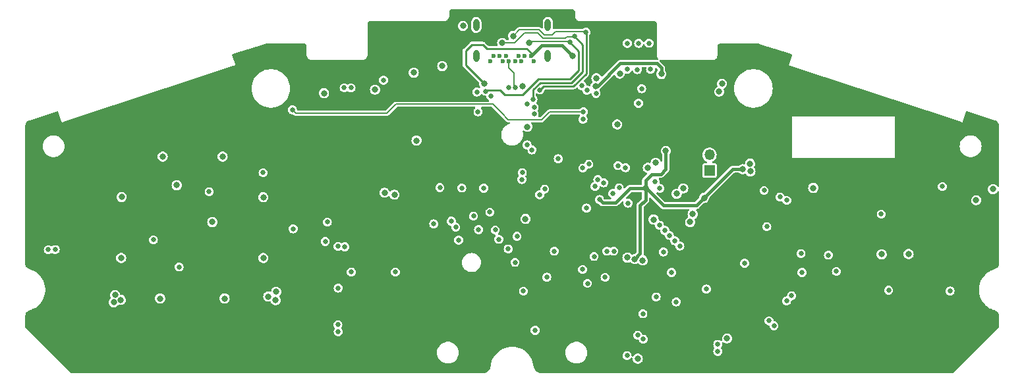
<source format=gbr>
G04 #@! TF.GenerationSoftware,KiCad,Pcbnew,7.0.6*
G04 #@! TF.CreationDate,2023-09-06T23:53:07-07:00*
G04 #@! TF.ProjectId,sgpp_main_pcb,73677070-5f6d-4616-996e-5f7063622e6b,1*
G04 #@! TF.SameCoordinates,Original*
G04 #@! TF.FileFunction,Copper,L2,Inr*
G04 #@! TF.FilePolarity,Positive*
%FSLAX46Y46*%
G04 Gerber Fmt 4.6, Leading zero omitted, Abs format (unit mm)*
G04 Created by KiCad (PCBNEW 7.0.6) date 2023-09-06 23:53:07*
%MOMM*%
%LPD*%
G01*
G04 APERTURE LIST*
G04 #@! TA.AperFunction,ComponentPad*
%ADD10R,1.350000X1.350000*%
G04 #@! TD*
G04 #@! TA.AperFunction,ComponentPad*
%ADD11O,1.350000X1.350000*%
G04 #@! TD*
G04 #@! TA.AperFunction,ComponentPad*
%ADD12C,0.600000*%
G04 #@! TD*
G04 #@! TA.AperFunction,ComponentPad*
%ADD13O,0.800000X1.550000*%
G04 #@! TD*
G04 #@! TA.AperFunction,ViaPad*
%ADD14C,0.650000*%
G04 #@! TD*
G04 #@! TA.AperFunction,ViaPad*
%ADD15C,0.800000*%
G04 #@! TD*
G04 #@! TA.AperFunction,Conductor*
%ADD16C,0.400000*%
G04 #@! TD*
G04 #@! TA.AperFunction,Conductor*
%ADD17C,0.250000*%
G04 #@! TD*
G04 #@! TA.AperFunction,Conductor*
%ADD18C,0.200000*%
G04 #@! TD*
G04 #@! TA.AperFunction,Conductor*
%ADD19C,0.150000*%
G04 #@! TD*
G04 APERTURE END LIST*
D10*
X175361600Y-97300800D03*
D11*
X175361600Y-95300800D03*
D12*
X152800000Y-83302425D03*
X152400000Y-82592425D03*
X151600000Y-82592425D03*
X151200000Y-83302425D03*
X150800000Y-82592425D03*
X150400000Y-83302425D03*
X149600000Y-83302425D03*
X149200000Y-82592425D03*
X148800000Y-83302425D03*
X148400000Y-82592425D03*
X147600000Y-82592425D03*
X147200000Y-83302425D03*
D13*
X145400000Y-78592425D03*
X145400000Y-82592425D03*
X154600000Y-78592425D03*
X154600000Y-82592425D03*
D14*
X167640000Y-121589800D03*
D15*
X201726800Y-100076000D03*
X135178800Y-114579400D03*
X192811400Y-120777000D03*
X114427000Y-107772200D03*
X204190600Y-111607600D03*
X108254800Y-101803200D03*
D14*
X154101800Y-91821000D03*
D15*
X163322000Y-98120200D03*
D14*
X157454600Y-96875600D03*
X168275000Y-90271600D03*
D15*
X106070400Y-105308400D03*
X112268000Y-110058200D03*
X160299400Y-83947000D03*
X156057600Y-87553800D03*
X150393400Y-114655600D03*
D14*
X128955800Y-84404200D03*
D15*
X174726600Y-85064600D03*
X196570600Y-100609400D03*
X178612800Y-112903000D03*
X141655800Y-87350600D03*
D14*
X167487600Y-117703600D03*
D15*
X165887400Y-114782600D03*
X133045200Y-87833200D03*
X148209000Y-90779600D03*
D14*
X161227711Y-101071019D03*
D15*
X167157400Y-99644200D03*
X111480600Y-103962200D03*
X172872400Y-103962200D03*
X173202600Y-102946200D03*
X137718800Y-93472000D03*
D14*
X155930600Y-95808800D03*
D15*
X197485000Y-108102400D03*
X200939400Y-108077000D03*
X118668800Y-113538000D03*
X164820600Y-108534200D03*
X166141400Y-121539000D03*
X119684800Y-112928400D03*
X134874000Y-100431600D03*
X106908600Y-99212400D03*
X179654200Y-97155000D03*
D14*
X151942800Y-88798400D03*
D15*
X180619400Y-97434400D03*
X98806000Y-114274600D03*
X165760400Y-108712000D03*
X177622200Y-118922800D03*
X137363200Y-84734400D03*
X163830000Y-84861400D03*
X99720400Y-113969800D03*
X180568600Y-96443800D03*
X143687800Y-78714600D03*
X188696600Y-99568000D03*
X166776400Y-108889800D03*
X119608600Y-113995200D03*
X151968200Y-91694000D03*
X169748200Y-94818200D03*
X132384800Y-86918800D03*
X176961800Y-86156800D03*
X98983800Y-113334800D03*
X176606200Y-87172800D03*
X133604000Y-100177600D03*
X174675800Y-100838000D03*
X146407017Y-86158787D03*
X169174148Y-84908541D03*
X157747523Y-82599848D03*
X160712701Y-86458641D03*
X163499800Y-91389200D03*
D14*
X159105600Y-90728800D03*
X159486170Y-79531767D03*
D15*
X150139400Y-80010000D03*
D14*
X167589699Y-80939440D03*
X153584574Y-86950470D03*
X157399945Y-80813804D03*
D15*
X152213521Y-80918698D03*
D14*
X166266718Y-80957708D03*
X146608117Y-87120001D03*
X147273019Y-87745901D03*
X149555200Y-86690200D03*
D15*
X151714200Y-103555800D03*
X168173400Y-103632000D03*
D14*
X161950400Y-111074200D03*
X163753800Y-99542600D03*
X154457400Y-111048800D03*
X166243000Y-88671400D03*
X90398600Y-107518200D03*
X127660400Y-118059200D03*
X150368000Y-109143800D03*
X152958800Y-117881400D03*
X162179000Y-107696000D03*
X146354800Y-99593400D03*
D15*
X171145200Y-100304600D03*
X113055400Y-113792000D03*
D14*
X162941000Y-100279200D03*
D15*
X99822000Y-100736400D03*
D14*
X160528000Y-108381800D03*
X118008400Y-97612200D03*
D15*
X118033800Y-108585000D03*
D14*
X166649400Y-86791800D03*
D15*
X105105200Y-95529400D03*
X118033800Y-100761800D03*
X112801400Y-95529400D03*
X99771200Y-108585000D03*
X104775000Y-113792000D03*
D14*
X143535400Y-99568000D03*
D15*
X171983400Y-99618800D03*
X160832800Y-85445600D03*
D14*
X159562800Y-102158800D03*
X159855234Y-96505200D03*
X140716000Y-99517200D03*
X159054800Y-110058200D03*
X206273400Y-112826800D03*
X160782000Y-87401400D03*
X191668400Y-110312200D03*
X159087711Y-97013212D03*
X179868665Y-109258061D03*
X150418800Y-86690200D03*
X164803195Y-80960659D03*
X152674015Y-88187409D03*
D15*
X148729700Y-80911700D03*
D14*
X157994344Y-80079546D03*
X111074200Y-100050600D03*
X107213400Y-109728000D03*
X164790012Y-84277200D03*
X163609354Y-96689403D03*
X166084872Y-84334262D03*
X164585197Y-96966859D03*
X167780165Y-84317750D03*
X161793850Y-98899551D03*
X155422600Y-107696000D03*
X149504400Y-107416600D03*
D15*
X168452800Y-96342200D03*
X167436800Y-96977200D03*
D14*
X159156400Y-89763600D03*
X121767600Y-89509600D03*
D15*
X125831600Y-87376000D03*
D14*
X133477202Y-85699398D03*
X169443400Y-107797600D03*
X164769800Y-121132600D03*
X166801800Y-115747800D03*
X170891200Y-106349800D03*
X150622000Y-105791000D03*
X147828000Y-104978200D03*
X171551600Y-107035600D03*
X127635000Y-107086400D03*
X148285200Y-106172000D03*
X145034000Y-103174800D03*
X169621200Y-105029000D03*
X125984000Y-106451400D03*
X145694400Y-104927400D03*
X205282800Y-99390200D03*
X168935400Y-104368600D03*
X147142200Y-102692200D03*
X142748000Y-104597200D03*
X121869200Y-104825800D03*
X91287600Y-107492800D03*
X128498600Y-107137200D03*
X127660400Y-112445800D03*
X143129000Y-106273600D03*
X127609600Y-117170200D03*
X170205400Y-105664000D03*
X170484800Y-110439200D03*
X142189200Y-103835200D03*
X187248800Y-110439200D03*
X139928600Y-104190800D03*
X126263400Y-103962200D03*
X135001000Y-110388400D03*
X163068000Y-107696000D03*
X164896800Y-101523800D03*
X168386319Y-98753869D03*
X129336800Y-110388400D03*
D15*
X141020800Y-83896200D03*
D14*
X103911400Y-106248200D03*
X168986200Y-99618800D03*
X174955200Y-112572800D03*
X151460200Y-112852200D03*
X197434200Y-102946200D03*
X159682512Y-111837386D03*
X198374000Y-112725200D03*
X145616000Y-89765800D03*
X160655000Y-99364800D03*
X161010600Y-98501200D03*
X145468000Y-87225800D03*
D15*
X151358600Y-86487000D03*
D14*
X182727600Y-104546400D03*
X182372000Y-99898200D03*
X128422400Y-86690200D03*
X153543000Y-100431600D03*
X151917400Y-94030800D03*
X158953200Y-86410800D03*
X151257000Y-98475800D03*
X129311400Y-86690200D03*
X159613600Y-86995000D03*
X151307800Y-97586800D03*
X154178000Y-99720400D03*
X152552400Y-94665800D03*
X171094400Y-114223800D03*
X185267600Y-114096800D03*
X187121800Y-108000800D03*
X185902600Y-113436400D03*
X190652400Y-108204000D03*
X168503600Y-113588800D03*
X176428400Y-120592000D03*
X152831800Y-90068400D03*
X152831800Y-89204800D03*
X176428400Y-119692000D03*
X185293000Y-101168200D03*
X183642000Y-117297200D03*
X166852600Y-119024400D03*
X166141400Y-118516400D03*
X183007000Y-116662200D03*
X184429400Y-100736400D03*
D15*
X209626200Y-101142800D03*
X211785200Y-99720400D03*
D16*
X161227711Y-101071019D02*
X161629692Y-101473000D01*
X173685200Y-101828600D02*
X178358800Y-97155000D01*
X167157400Y-99644200D02*
X167157400Y-101092000D01*
X167157400Y-99644200D02*
X167157400Y-98602800D01*
X166446200Y-101803200D02*
X166446200Y-108026200D01*
X165125400Y-99644200D02*
X167157400Y-99644200D01*
X169113200Y-97790000D02*
X169748200Y-97155000D01*
X169748200Y-97155000D02*
X169748200Y-94818200D01*
X178358800Y-97155000D02*
X179654200Y-97155000D01*
X169443400Y-101828600D02*
X173685200Y-101828600D01*
X167157400Y-99644200D02*
X167259000Y-99644200D01*
X167259000Y-99644200D02*
X169443400Y-101828600D01*
X167157400Y-101092000D02*
X166446200Y-101803200D01*
X166446200Y-108026200D02*
X165760400Y-108712000D01*
X167970200Y-97790000D02*
X169113200Y-97790000D01*
X161629692Y-101473000D02*
X163296600Y-101473000D01*
X163296600Y-101473000D02*
X165125400Y-99644200D01*
X167157400Y-98602800D02*
X167970200Y-97790000D01*
X153757863Y-81234562D02*
X156382237Y-81234562D01*
X168579800Y-83540600D02*
X169174148Y-84134948D01*
X160712701Y-86458641D02*
X160988159Y-86458641D01*
X163906200Y-83540600D02*
X168579800Y-83540600D01*
D17*
X144830800Y-81127600D02*
X144018000Y-81940400D01*
X146761200Y-81661000D02*
X146227800Y-81127600D01*
D16*
X156382237Y-81234562D02*
X157747523Y-82599848D01*
D17*
X144018000Y-81940400D02*
X144018000Y-83769770D01*
D16*
X169174148Y-84134948D02*
X169174148Y-84908541D01*
D17*
X144018000Y-83769770D02*
X146407017Y-86158787D01*
X152400000Y-82194400D02*
X151866600Y-81661000D01*
X146227800Y-81127600D02*
X144830800Y-81127600D01*
X151866600Y-81661000D02*
X146761200Y-81661000D01*
D16*
X160988159Y-86458641D02*
X163906200Y-83540600D01*
D17*
X152400000Y-82592425D02*
X152400000Y-82194400D01*
D16*
X152400000Y-82592425D02*
X153757863Y-81234562D01*
D17*
X157901192Y-86487000D02*
X154048044Y-86487000D01*
D18*
X155137520Y-79911811D02*
X155610803Y-79438528D01*
X155610803Y-79438528D02*
X159392931Y-79438528D01*
D17*
X154048044Y-86487000D02*
X153584574Y-86950470D01*
D18*
X150139400Y-80010000D02*
X150920660Y-79228740D01*
D17*
X159537400Y-84850792D02*
X157901192Y-86487000D01*
D18*
X154155320Y-79911811D02*
X155137520Y-79911811D01*
D17*
X159486170Y-79531767D02*
X159537400Y-79582997D01*
X159537400Y-79582997D02*
X159537400Y-84850792D01*
D18*
X150920660Y-79228740D02*
X153472249Y-79228740D01*
X153472249Y-79228740D02*
X154155320Y-79911811D01*
X159392931Y-79438528D02*
X159486170Y-79531767D01*
D17*
X151382908Y-87570092D02*
X153399204Y-85553796D01*
D18*
X152213521Y-80918698D02*
X152411019Y-80721200D01*
D17*
X148445876Y-86975692D02*
X149040276Y-87570092D01*
D18*
X152411019Y-80721200D02*
X157307341Y-80721200D01*
D17*
X146608117Y-87120001D02*
X146752426Y-86975692D01*
X158573972Y-84423273D02*
X158573972Y-81987831D01*
X146752426Y-86975692D02*
X148445876Y-86975692D01*
X158573972Y-81987831D02*
X157399945Y-80813804D01*
X157443449Y-85553796D02*
X158573972Y-84423273D01*
X149040276Y-87570092D02*
X151382908Y-87570092D01*
D18*
X157307341Y-80721200D02*
X157399945Y-80813804D01*
D17*
X153399204Y-85553796D02*
X157443449Y-85553796D01*
D19*
X149600000Y-84093400D02*
X150252586Y-84745986D01*
X149600000Y-83302425D02*
X149600000Y-84093400D01*
X150252586Y-86523986D02*
X150418800Y-86690200D01*
X150252586Y-84745986D02*
X150252586Y-86523986D01*
D18*
X150297464Y-80911700D02*
X151560848Y-79648316D01*
D17*
X153585682Y-86019992D02*
X157646596Y-86019992D01*
D18*
X153309081Y-79648316D02*
X153976612Y-80315847D01*
X157911490Y-80162400D02*
X157994344Y-80079546D01*
X148729700Y-80911700D02*
X150297464Y-80911700D01*
D17*
X157646596Y-86019992D02*
X159051823Y-84614765D01*
D18*
X151560848Y-79648316D02*
X153309081Y-79648316D01*
D17*
X152674015Y-86931659D02*
X153585682Y-86019992D01*
D18*
X153976612Y-80315847D02*
X156857263Y-80315847D01*
D17*
X159051823Y-84614765D02*
X159051823Y-81137025D01*
X152674015Y-88187409D02*
X152674015Y-86931659D01*
D18*
X156857263Y-80315847D02*
X157010710Y-80162400D01*
D17*
X159051823Y-81137025D02*
X157994344Y-80079546D01*
D18*
X157010710Y-80162400D02*
X157911490Y-80162400D01*
D19*
X154838400Y-89763600D02*
X153974800Y-90627200D01*
X153974800Y-90627200D02*
X153822400Y-90779600D01*
X152298400Y-90779600D02*
X149504400Y-90779600D01*
X149504400Y-90779600D02*
X148590000Y-89865200D01*
X122224800Y-89966800D02*
X121767600Y-89509600D01*
X131368800Y-89966800D02*
X122224800Y-89966800D01*
X148590000Y-89865200D02*
X147523200Y-88798400D01*
X147523200Y-88798400D02*
X145694400Y-88798400D01*
X135077200Y-88798400D02*
X134315200Y-89560400D01*
X134315200Y-89560400D02*
X133908800Y-89966800D01*
X153822400Y-90779600D02*
X152298400Y-90779600D01*
X145694400Y-88798400D02*
X135077200Y-88798400D01*
X133908800Y-89966800D02*
X131368800Y-89966800D01*
X159156400Y-89763600D02*
X154838400Y-89763600D01*
G04 #@! TA.AperFunction,Conductor*
G36*
X157691602Y-76586118D02*
G01*
X157706019Y-76586117D01*
X157706021Y-76586118D01*
X157736307Y-76586116D01*
X157744391Y-76586645D01*
X157814645Y-76595889D01*
X157845911Y-76604264D01*
X157900048Y-76626684D01*
X157928080Y-76642867D01*
X157973211Y-76677495D01*
X157974565Y-76678534D01*
X157997454Y-76701423D01*
X158033120Y-76747902D01*
X158049307Y-76775936D01*
X158071728Y-76830064D01*
X158080107Y-76861336D01*
X158089327Y-76931390D01*
X158089858Y-76939490D01*
X158089858Y-76984392D01*
X158089859Y-76984401D01*
X158089859Y-77407970D01*
X158089858Y-77407984D01*
X158089859Y-77452322D01*
X158089859Y-77475963D01*
X158089884Y-77476355D01*
X158089885Y-77525608D01*
X158098431Y-77563049D01*
X158122505Y-77668516D01*
X158170698Y-77768589D01*
X158186105Y-77800582D01*
X158266626Y-77901555D01*
X158277494Y-77915183D01*
X158392092Y-78006578D01*
X158392095Y-78006579D01*
X158392095Y-78006580D01*
X158491307Y-78054364D01*
X158524153Y-78070184D01*
X158667056Y-78102810D01*
X158711898Y-78102813D01*
X158711934Y-78102816D01*
X158740347Y-78102816D01*
X158774697Y-78102818D01*
X158774698Y-78102817D01*
X158789115Y-78102818D01*
X158789142Y-78102816D01*
X168191576Y-78102816D01*
X168191602Y-78102818D01*
X168206019Y-78102817D01*
X168206021Y-78102818D01*
X168236307Y-78102816D01*
X168244391Y-78103345D01*
X168314645Y-78112589D01*
X168345911Y-78120964D01*
X168400048Y-78143384D01*
X168428080Y-78159567D01*
X168473211Y-78194195D01*
X168474565Y-78195234D01*
X168497454Y-78218123D01*
X168533120Y-78264602D01*
X168549307Y-78292636D01*
X168571728Y-78346764D01*
X168580107Y-78378036D01*
X168589327Y-78448090D01*
X168589858Y-78456190D01*
X168589858Y-78501092D01*
X168589859Y-78501101D01*
X168589859Y-82407970D01*
X168589858Y-82407978D01*
X168589859Y-82452322D01*
X168589859Y-82475963D01*
X168589884Y-82476355D01*
X168589885Y-82525608D01*
X168605137Y-82592425D01*
X168622505Y-82668516D01*
X168639336Y-82703466D01*
X168686103Y-82800579D01*
X168756788Y-82889218D01*
X168783195Y-82953905D01*
X168770437Y-83022600D01*
X168722566Y-83073493D01*
X168656992Y-83089873D01*
X168656992Y-83090100D01*
X168656084Y-83090100D01*
X168654779Y-83090426D01*
X168651365Y-83090100D01*
X168647702Y-83090100D01*
X168588226Y-83090100D01*
X168528790Y-83087875D01*
X168519556Y-83088916D01*
X168519462Y-83088086D01*
X168504164Y-83090100D01*
X163934983Y-83090100D01*
X163928044Y-83089710D01*
X163913626Y-83088086D01*
X163889164Y-83085329D01*
X163838743Y-83094870D01*
X163830720Y-83096388D01*
X163818032Y-83098300D01*
X163771916Y-83105251D01*
X163763732Y-83107775D01*
X163755728Y-83110576D01*
X163703136Y-83138373D01*
X163649557Y-83164174D01*
X163642538Y-83168959D01*
X163635661Y-83174035D01*
X163593613Y-83216083D01*
X163550003Y-83256547D01*
X163544213Y-83263808D01*
X163543562Y-83263288D01*
X163534167Y-83275528D01*
X161618915Y-85190780D01*
X161557592Y-85224265D01*
X161487900Y-85219281D01*
X161431967Y-85177409D01*
X161415294Y-85147073D01*
X161413020Y-85141077D01*
X161323283Y-85011070D01*
X161205040Y-84906317D01*
X161205038Y-84906316D01*
X161205037Y-84906315D01*
X161065165Y-84832903D01*
X160911786Y-84795100D01*
X160911785Y-84795100D01*
X160753815Y-84795100D01*
X160753814Y-84795100D01*
X160600434Y-84832903D01*
X160460562Y-84906315D01*
X160342316Y-85011071D01*
X160252581Y-85141075D01*
X160252580Y-85141076D01*
X160196562Y-85288781D01*
X160177522Y-85445599D01*
X160177522Y-85445600D01*
X160196562Y-85602418D01*
X160252580Y-85750123D01*
X160252581Y-85750124D01*
X160296010Y-85813043D01*
X160317893Y-85879398D01*
X160300427Y-85947050D01*
X160276187Y-85976298D01*
X160222219Y-86024109D01*
X160132482Y-86154116D01*
X160132481Y-86154117D01*
X160076464Y-86301821D01*
X160065859Y-86389158D01*
X160038237Y-86453335D01*
X159980302Y-86492391D01*
X159910449Y-86493926D01*
X159895311Y-86488771D01*
X159763839Y-86434314D01*
X159763834Y-86434312D01*
X159627090Y-86416310D01*
X159563193Y-86388043D01*
X159524722Y-86329719D01*
X159520338Y-86309564D01*
X159513887Y-86260564D01*
X159455898Y-86120567D01*
X159363651Y-86000349D01*
X159243433Y-85908102D01*
X159243432Y-85908101D01*
X159243429Y-85908099D01*
X159236391Y-85904036D01*
X159238128Y-85901026D01*
X159196177Y-85867181D01*
X159174149Y-85800874D01*
X159191465Y-85733185D01*
X159210387Y-85708840D01*
X159766289Y-85152938D01*
X159786146Y-85136814D01*
X159795236Y-85130876D01*
X159817051Y-85102846D01*
X159822119Y-85097108D01*
X159824920Y-85094309D01*
X159838488Y-85075305D01*
X159872209Y-85031981D01*
X159872210Y-85031975D01*
X159875943Y-85025079D01*
X159879406Y-85017995D01*
X159879410Y-85017991D01*
X159895073Y-84965379D01*
X159912900Y-84913452D01*
X159912900Y-84913447D01*
X159914195Y-84905687D01*
X159915169Y-84897878D01*
X159913506Y-84857666D01*
X159912900Y-84843022D01*
X159912900Y-80960659D01*
X164222729Y-80960659D01*
X164242507Y-81110893D01*
X164242508Y-81110895D01*
X164299718Y-81249013D01*
X164300497Y-81250892D01*
X164392744Y-81371110D01*
X164512962Y-81463357D01*
X164652959Y-81521346D01*
X164728077Y-81531235D01*
X164803194Y-81541125D01*
X164803195Y-81541125D01*
X164803196Y-81541125D01*
X164877109Y-81531394D01*
X164953431Y-81521346D01*
X165093428Y-81463357D01*
X165213646Y-81371110D01*
X165305893Y-81250892D01*
X165363882Y-81110895D01*
X165383661Y-80960659D01*
X165383272Y-80957708D01*
X165686252Y-80957708D01*
X165706030Y-81107942D01*
X165706031Y-81107944D01*
X165753780Y-81223221D01*
X165764020Y-81247941D01*
X165856267Y-81368159D01*
X165976485Y-81460406D01*
X166116482Y-81518395D01*
X166191599Y-81528284D01*
X166266717Y-81538174D01*
X166266718Y-81538174D01*
X166266719Y-81538174D01*
X166318217Y-81531394D01*
X166416954Y-81518395D01*
X166556951Y-81460406D01*
X166677169Y-81368159D01*
X166769416Y-81247941D01*
X166817433Y-81132017D01*
X166861270Y-81077620D01*
X166927564Y-81055554D01*
X166995263Y-81072833D01*
X167042874Y-81123969D01*
X167046552Y-81132022D01*
X167084328Y-81223221D01*
X167087001Y-81229673D01*
X167179248Y-81349891D01*
X167299466Y-81442138D01*
X167439463Y-81500127D01*
X167514580Y-81510016D01*
X167589698Y-81519906D01*
X167589699Y-81519906D01*
X167589700Y-81519906D01*
X167639777Y-81513313D01*
X167739935Y-81500127D01*
X167879932Y-81442138D01*
X168000150Y-81349891D01*
X168092397Y-81229673D01*
X168150386Y-81089676D01*
X168170165Y-80939440D01*
X168150386Y-80789204D01*
X168092397Y-80649207D01*
X168000150Y-80528989D01*
X167879932Y-80436742D01*
X167879928Y-80436740D01*
X167739935Y-80378753D01*
X167739933Y-80378752D01*
X167589700Y-80358974D01*
X167589698Y-80358974D01*
X167439464Y-80378752D01*
X167439462Y-80378753D01*
X167299469Y-80436740D01*
X167299466Y-80436741D01*
X167299466Y-80436742D01*
X167179248Y-80528989D01*
X167119254Y-80607175D01*
X167086999Y-80649210D01*
X167044916Y-80750808D01*
X167040331Y-80761879D01*
X167038986Y-80765125D01*
X166995145Y-80819528D01*
X166928851Y-80841593D01*
X166861152Y-80824314D01*
X166813541Y-80773177D01*
X166809864Y-80765124D01*
X166769418Y-80667479D01*
X166769418Y-80667478D01*
X166759276Y-80654261D01*
X166677169Y-80547257D01*
X166556951Y-80455010D01*
X166556947Y-80455008D01*
X166416954Y-80397021D01*
X166416952Y-80397020D01*
X166266719Y-80377242D01*
X166266717Y-80377242D01*
X166116483Y-80397020D01*
X166116481Y-80397021D01*
X165976488Y-80455008D01*
X165976485Y-80455009D01*
X165976485Y-80455010D01*
X165856267Y-80547257D01*
X165778036Y-80649210D01*
X165764018Y-80667478D01*
X165706031Y-80807471D01*
X165706030Y-80807473D01*
X165686252Y-80957707D01*
X165686252Y-80957708D01*
X165383272Y-80957708D01*
X165363882Y-80810424D01*
X165363882Y-80810423D01*
X165305893Y-80670426D01*
X165213646Y-80550208D01*
X165093428Y-80457961D01*
X165093424Y-80457959D01*
X164953431Y-80399972D01*
X164953429Y-80399971D01*
X164803196Y-80380193D01*
X164803194Y-80380193D01*
X164652960Y-80399971D01*
X164652958Y-80399972D01*
X164512965Y-80457959D01*
X164512962Y-80457960D01*
X164512962Y-80457961D01*
X164392744Y-80550208D01*
X164302759Y-80667479D01*
X164300495Y-80670429D01*
X164242508Y-80810422D01*
X164242507Y-80810424D01*
X164222729Y-80960658D01*
X164222729Y-80960659D01*
X159912900Y-80960659D01*
X159912900Y-79963093D01*
X159932585Y-79896055D01*
X159938525Y-79887607D01*
X159988868Y-79822000D01*
X160046857Y-79682003D01*
X160066636Y-79531767D01*
X160046857Y-79381531D01*
X159988868Y-79241534D01*
X159896621Y-79121316D01*
X159776403Y-79029069D01*
X159776399Y-79029067D01*
X159636406Y-78971080D01*
X159636404Y-78971079D01*
X159486171Y-78951301D01*
X159486169Y-78951301D01*
X159335935Y-78971079D01*
X159335933Y-78971080D01*
X159195939Y-79029067D01*
X159195935Y-79029069D01*
X159152496Y-79062403D01*
X159087328Y-79087598D01*
X159077009Y-79088028D01*
X155660009Y-79088028D01*
X155634564Y-79085389D01*
X155625488Y-79083486D01*
X155625485Y-79083486D01*
X155592871Y-79087551D01*
X155585195Y-79088028D01*
X155581763Y-79088028D01*
X155567422Y-79090420D01*
X155560251Y-79091617D01*
X155543424Y-79093714D01*
X155509410Y-79097955D01*
X155509409Y-79097955D01*
X155509404Y-79097956D01*
X155502378Y-79100047D01*
X155495426Y-79102434D01*
X155450357Y-79126823D01*
X155428960Y-79137283D01*
X155360087Y-79149043D01*
X155295790Y-79121699D01*
X155256483Y-79063935D01*
X155250500Y-79025883D01*
X155250500Y-78176501D01*
X155250499Y-78176490D01*
X155246316Y-78143382D01*
X155235071Y-78054367D01*
X155174568Y-77901554D01*
X155174565Y-77901550D01*
X155174563Y-77901546D01*
X155077965Y-77768589D01*
X155077962Y-77768587D01*
X154951326Y-77663825D01*
X154802612Y-77593845D01*
X154719517Y-77577994D01*
X154641170Y-77563049D01*
X154641166Y-77563049D01*
X154477139Y-77573369D01*
X154320828Y-77624157D01*
X154320824Y-77624159D01*
X154182059Y-77712223D01*
X154069554Y-77832028D01*
X154069548Y-77832036D01*
X153990374Y-77976053D01*
X153990371Y-77976063D01*
X153949500Y-78135244D01*
X153949500Y-78904722D01*
X153929815Y-78971761D01*
X153877011Y-79017516D01*
X153807853Y-79027460D01*
X153744297Y-78998435D01*
X153734275Y-78988710D01*
X153733690Y-78988075D01*
X153733687Y-78988072D01*
X153733686Y-78988071D01*
X153707736Y-78967873D01*
X153701990Y-78962799D01*
X153699556Y-78960365D01*
X153699555Y-78960364D01*
X153699554Y-78960363D01*
X153693097Y-78955753D01*
X153681810Y-78947695D01*
X153641375Y-78916223D01*
X153641371Y-78916221D01*
X153634897Y-78912717D01*
X153628318Y-78909500D01*
X153579203Y-78894878D01*
X153530735Y-78878238D01*
X153523518Y-78877034D01*
X153516202Y-78876122D01*
X153466974Y-78878159D01*
X153465018Y-78878240D01*
X150969866Y-78878240D01*
X150944421Y-78875601D01*
X150935345Y-78873698D01*
X150935342Y-78873698D01*
X150902728Y-78877763D01*
X150895052Y-78878240D01*
X150891620Y-78878240D01*
X150877279Y-78880632D01*
X150870108Y-78881829D01*
X150853281Y-78883926D01*
X150819267Y-78888167D01*
X150819266Y-78888167D01*
X150819261Y-78888168D01*
X150812235Y-78890259D01*
X150805283Y-78892646D01*
X150805279Y-78892647D01*
X150805279Y-78892648D01*
X150782968Y-78904722D01*
X150760215Y-78917035D01*
X150714172Y-78939543D01*
X150708226Y-78943788D01*
X150702402Y-78948321D01*
X150667702Y-78986015D01*
X150328674Y-79325042D01*
X150267351Y-79358527D01*
X150226121Y-79358004D01*
X150225830Y-79360404D01*
X150218385Y-79359500D01*
X150060415Y-79359500D01*
X150060414Y-79359500D01*
X149907034Y-79397303D01*
X149767162Y-79470715D01*
X149648916Y-79575471D01*
X149559181Y-79705475D01*
X149559180Y-79705476D01*
X149503162Y-79853181D01*
X149484122Y-80009999D01*
X149484122Y-80010000D01*
X149503162Y-80166818D01*
X149559180Y-80314523D01*
X149559183Y-80314529D01*
X149595236Y-80366761D01*
X149617119Y-80433115D01*
X149599653Y-80500767D01*
X149548385Y-80548236D01*
X149493186Y-80561200D01*
X149343264Y-80561200D01*
X149276225Y-80541515D01*
X149241213Y-80507638D01*
X149238966Y-80504383D01*
X149220183Y-80477170D01*
X149101940Y-80372417D01*
X149101938Y-80372416D01*
X149101937Y-80372415D01*
X148962065Y-80299003D01*
X148808686Y-80261200D01*
X148808685Y-80261200D01*
X148650715Y-80261200D01*
X148650714Y-80261200D01*
X148497334Y-80299003D01*
X148357462Y-80372415D01*
X148239216Y-80477171D01*
X148149481Y-80607175D01*
X148149480Y-80607176D01*
X148093462Y-80754881D01*
X148074422Y-80911699D01*
X148074422Y-80911700D01*
X148093463Y-81068518D01*
X148112050Y-81117529D01*
X148117417Y-81187192D01*
X148084269Y-81248698D01*
X148023131Y-81282520D01*
X147996108Y-81285500D01*
X146968099Y-81285500D01*
X146901060Y-81265815D01*
X146880418Y-81249181D01*
X146711551Y-81080314D01*
X146529949Y-80898711D01*
X146513822Y-80878852D01*
X146507886Y-80869767D01*
X146507883Y-80869763D01*
X146479874Y-80847963D01*
X146474110Y-80842872D01*
X146471315Y-80840077D01*
X146452305Y-80826506D01*
X146408989Y-80792790D01*
X146402074Y-80789048D01*
X146395000Y-80785590D01*
X146342396Y-80769929D01*
X146290458Y-80752099D01*
X146282723Y-80750808D01*
X146274885Y-80749831D01*
X146220044Y-80752100D01*
X144882603Y-80752100D01*
X144857158Y-80749461D01*
X144846532Y-80747233D01*
X144846529Y-80747233D01*
X144811307Y-80751623D01*
X144803631Y-80752100D01*
X144799686Y-80752100D01*
X144783018Y-80754881D01*
X144776658Y-80755942D01*
X144722170Y-80762734D01*
X144714657Y-80764971D01*
X144707187Y-80767536D01*
X144658922Y-80793655D01*
X144609592Y-80817771D01*
X144603175Y-80822353D01*
X144596975Y-80827179D01*
X144559792Y-80867570D01*
X143789108Y-81638252D01*
X143769254Y-81654376D01*
X143760165Y-81660314D01*
X143760164Y-81660315D01*
X143738363Y-81688323D01*
X143733286Y-81694074D01*
X143730484Y-81696877D01*
X143730474Y-81696888D01*
X143716905Y-81715895D01*
X143683192Y-81759208D01*
X143679447Y-81766129D01*
X143675988Y-81773204D01*
X143660329Y-81825803D01*
X143642500Y-81877738D01*
X143641206Y-81885492D01*
X143640231Y-81893311D01*
X143642500Y-81948155D01*
X143642500Y-83717966D01*
X143639862Y-83743404D01*
X143638657Y-83749155D01*
X143637633Y-83754040D01*
X143642023Y-83789258D01*
X143642500Y-83796935D01*
X143642500Y-83800886D01*
X143646342Y-83823911D01*
X143653134Y-83878397D01*
X143655373Y-83885917D01*
X143657934Y-83893378D01*
X143657935Y-83893380D01*
X143678767Y-83931875D01*
X143684055Y-83941647D01*
X143708174Y-83990981D01*
X143712742Y-83997379D01*
X143717582Y-84003597D01*
X143757971Y-84040779D01*
X145722498Y-86005305D01*
X145755983Y-86066628D01*
X145757913Y-86107930D01*
X145751739Y-86158784D01*
X145751739Y-86158787D01*
X145770779Y-86315605D01*
X145826797Y-86463310D01*
X145866684Y-86521097D01*
X145888566Y-86587451D01*
X145871100Y-86655103D01*
X145819832Y-86702572D01*
X145751039Y-86714789D01*
X145717181Y-86706097D01*
X145618239Y-86665114D01*
X145618234Y-86665112D01*
X145468001Y-86645334D01*
X145467999Y-86645334D01*
X145317765Y-86665112D01*
X145317763Y-86665113D01*
X145177770Y-86723100D01*
X145177767Y-86723101D01*
X145177767Y-86723102D01*
X145057549Y-86815349D01*
X144982236Y-86913499D01*
X144965300Y-86935570D01*
X144907313Y-87075563D01*
X144907312Y-87075565D01*
X144887534Y-87225799D01*
X144887534Y-87225800D01*
X144907312Y-87376034D01*
X144907313Y-87376036D01*
X144957707Y-87497699D01*
X144965302Y-87516033D01*
X145057549Y-87636251D01*
X145177767Y-87728498D01*
X145317764Y-87786487D01*
X145392882Y-87796376D01*
X145467999Y-87806266D01*
X145468000Y-87806266D01*
X145468001Y-87806266D01*
X145523358Y-87798978D01*
X145618236Y-87786487D01*
X145758233Y-87728498D01*
X145878451Y-87636251D01*
X145970698Y-87516033D01*
X145970700Y-87516029D01*
X145975645Y-87509585D01*
X145976691Y-87510387D01*
X146021175Y-87467972D01*
X146089782Y-87454748D01*
X146154647Y-87480716D01*
X146176367Y-87502695D01*
X146197666Y-87530452D01*
X146317884Y-87622699D01*
X146457881Y-87680688D01*
X146593621Y-87698558D01*
X146657517Y-87726824D01*
X146695988Y-87785149D01*
X146700374Y-87805311D01*
X146707260Y-87857610D01*
X146711163Y-87887260D01*
X146712332Y-87896135D01*
X146712332Y-87896137D01*
X146739649Y-87962087D01*
X146770321Y-88036134D01*
X146862568Y-88156352D01*
X146982786Y-88248599D01*
X146982788Y-88248600D01*
X146985296Y-88250524D01*
X147026498Y-88306952D01*
X147030653Y-88376698D01*
X146996440Y-88437619D01*
X146934723Y-88470371D01*
X146909809Y-88472900D01*
X135094122Y-88472900D01*
X135088718Y-88472664D01*
X135083307Y-88472190D01*
X135048392Y-88469135D01*
X135048391Y-88469135D01*
X135009291Y-88479612D01*
X135004011Y-88480783D01*
X134964159Y-88487810D01*
X134959161Y-88489629D01*
X134942317Y-88496606D01*
X134937513Y-88498846D01*
X134904366Y-88522056D01*
X134899806Y-88524962D01*
X134864748Y-88545204D01*
X134864740Y-88545210D01*
X134838723Y-88576215D01*
X134835068Y-88580204D01*
X134105174Y-89310099D01*
X134105171Y-89310102D01*
X133939704Y-89475570D01*
X133810293Y-89604981D01*
X133748970Y-89638466D01*
X133722612Y-89641300D01*
X122472066Y-89641300D01*
X122405027Y-89621615D01*
X122359272Y-89568811D01*
X122348066Y-89517300D01*
X122348066Y-89509599D01*
X122328287Y-89359365D01*
X122328287Y-89359364D01*
X122270298Y-89219367D01*
X122178051Y-89099149D01*
X122057833Y-89006902D01*
X122057829Y-89006900D01*
X121917836Y-88948913D01*
X121917834Y-88948912D01*
X121767601Y-88929134D01*
X121767599Y-88929134D01*
X121617365Y-88948912D01*
X121617363Y-88948913D01*
X121477370Y-89006900D01*
X121477367Y-89006901D01*
X121477367Y-89006902D01*
X121357149Y-89099149D01*
X121272972Y-89208851D01*
X121264900Y-89219370D01*
X121206913Y-89359363D01*
X121206912Y-89359365D01*
X121187133Y-89509599D01*
X121187133Y-89509600D01*
X121206912Y-89659834D01*
X121206913Y-89659836D01*
X121255927Y-89778167D01*
X121264902Y-89799833D01*
X121357149Y-89920051D01*
X121477367Y-90012298D01*
X121617364Y-90070287D01*
X121692482Y-90080176D01*
X121767599Y-90090066D01*
X121767600Y-90090066D01*
X121767601Y-90090066D01*
X121813135Y-90084071D01*
X121882170Y-90094836D01*
X121917002Y-90119329D01*
X121982668Y-90184995D01*
X121986323Y-90188984D01*
X122012341Y-90219990D01*
X122012342Y-90219991D01*
X122012345Y-90219994D01*
X122041187Y-90236645D01*
X122047404Y-90240235D01*
X122051954Y-90243133D01*
X122085116Y-90266353D01*
X122085118Y-90266353D01*
X122085119Y-90266354D01*
X122089968Y-90268615D01*
X122106747Y-90275565D01*
X122111752Y-90277387D01*
X122111753Y-90277387D01*
X122111755Y-90277388D01*
X122151629Y-90284418D01*
X122156892Y-90285586D01*
X122168707Y-90288751D01*
X122195993Y-90296063D01*
X122236310Y-90292535D01*
X122241712Y-90292300D01*
X131340325Y-90292300D01*
X133891878Y-90292300D01*
X133897281Y-90292535D01*
X133937607Y-90296064D01*
X133976740Y-90285577D01*
X133981962Y-90284419D01*
X134021845Y-90277388D01*
X134021850Y-90277384D01*
X134026899Y-90275547D01*
X134043624Y-90268619D01*
X134048481Y-90266354D01*
X134048484Y-90266354D01*
X134081641Y-90243135D01*
X134086190Y-90240238D01*
X134121255Y-90219994D01*
X134121259Y-90219990D01*
X134132337Y-90206786D01*
X134147281Y-90188976D01*
X134150911Y-90185013D01*
X134565498Y-89770429D01*
X134565500Y-89770425D01*
X135175706Y-89160219D01*
X135237030Y-89126734D01*
X135263388Y-89123900D01*
X145141887Y-89123900D01*
X145208926Y-89143585D01*
X145254681Y-89196389D01*
X145264625Y-89265547D01*
X145235600Y-89329103D01*
X145217377Y-89346272D01*
X145209541Y-89352285D01*
X145205960Y-89355034D01*
X145205549Y-89355349D01*
X145122143Y-89464046D01*
X145113300Y-89475570D01*
X145055313Y-89615563D01*
X145055312Y-89615565D01*
X145035534Y-89765799D01*
X145035534Y-89765800D01*
X145055312Y-89916034D01*
X145055313Y-89916036D01*
X145112390Y-90053833D01*
X145113302Y-90056033D01*
X145205549Y-90176251D01*
X145325767Y-90268498D01*
X145465764Y-90326487D01*
X145540881Y-90336376D01*
X145615999Y-90346266D01*
X145616000Y-90346266D01*
X145616001Y-90346266D01*
X145666078Y-90339672D01*
X145766236Y-90326487D01*
X145906233Y-90268498D01*
X146026451Y-90176251D01*
X146118698Y-90056033D01*
X146176687Y-89916036D01*
X146196466Y-89765800D01*
X146176687Y-89615564D01*
X146118698Y-89475567D01*
X146026451Y-89355349D01*
X146014624Y-89346273D01*
X145973423Y-89289846D01*
X145969269Y-89220100D01*
X146003483Y-89159180D01*
X146065200Y-89126428D01*
X146090113Y-89123900D01*
X147337012Y-89123900D01*
X147404051Y-89143585D01*
X147424693Y-89160219D01*
X149262263Y-90997789D01*
X149265918Y-91001778D01*
X149291941Y-91032790D01*
X149291943Y-91032791D01*
X149291945Y-91032794D01*
X149291947Y-91032795D01*
X149291948Y-91032796D01*
X149326999Y-91053033D01*
X149331562Y-91055939D01*
X149332121Y-91056331D01*
X149360738Y-91076369D01*
X149364716Y-91079154D01*
X149364719Y-91079154D01*
X149369576Y-91081420D01*
X149386333Y-91088360D01*
X149391353Y-91090187D01*
X149391355Y-91090188D01*
X149427206Y-91096509D01*
X149431208Y-91097215D01*
X149436480Y-91098383D01*
X149475593Y-91108864D01*
X149515922Y-91105335D01*
X149521324Y-91105100D01*
X149611594Y-91105100D01*
X149678633Y-91124785D01*
X149724388Y-91177589D01*
X149734332Y-91246747D01*
X149705307Y-91310303D01*
X149651857Y-91346381D01*
X149435504Y-91420655D01*
X149435495Y-91420658D01*
X149231371Y-91531125D01*
X149231365Y-91531129D01*
X149048222Y-91673675D01*
X149048219Y-91673678D01*
X148891016Y-91844446D01*
X148764075Y-92038745D01*
X148670842Y-92251293D01*
X148613866Y-92476285D01*
X148613864Y-92476296D01*
X148594700Y-92707587D01*
X148594700Y-92707600D01*
X148613864Y-92938891D01*
X148613866Y-92938902D01*
X148670842Y-93163894D01*
X148764075Y-93376442D01*
X148891016Y-93570741D01*
X148891019Y-93570745D01*
X148891021Y-93570747D01*
X149048216Y-93741507D01*
X149048219Y-93741509D01*
X149048222Y-93741512D01*
X149231365Y-93884058D01*
X149231371Y-93884062D01*
X149231374Y-93884064D01*
X149435497Y-93994530D01*
X149484297Y-94011283D01*
X149655015Y-94069891D01*
X149655017Y-94069891D01*
X149655019Y-94069892D01*
X149883951Y-94108094D01*
X149883952Y-94108094D01*
X150116048Y-94108094D01*
X150116049Y-94108094D01*
X150344981Y-94069892D01*
X150458852Y-94030800D01*
X151336934Y-94030800D01*
X151356712Y-94181034D01*
X151356713Y-94181036D01*
X151387494Y-94255349D01*
X151414702Y-94321033D01*
X151506949Y-94441251D01*
X151627167Y-94533498D01*
X151767164Y-94591487D01*
X151871256Y-94605191D01*
X151935150Y-94633456D01*
X151973622Y-94691780D01*
X151978008Y-94711942D01*
X151991713Y-94816035D01*
X151991713Y-94816036D01*
X152035724Y-94922289D01*
X152049702Y-94956033D01*
X152141949Y-95076251D01*
X152262167Y-95168498D01*
X152402164Y-95226487D01*
X152477282Y-95236376D01*
X152552399Y-95246266D01*
X152552400Y-95246266D01*
X152552401Y-95246266D01*
X152602478Y-95239672D01*
X152702636Y-95226487D01*
X152842633Y-95168498D01*
X152962851Y-95076251D01*
X153055098Y-94956033D01*
X153113087Y-94816036D01*
X153132866Y-94665800D01*
X153113087Y-94515564D01*
X153055098Y-94375567D01*
X152962851Y-94255349D01*
X152842633Y-94163102D01*
X152842629Y-94163100D01*
X152702636Y-94105113D01*
X152598542Y-94091408D01*
X152534646Y-94063141D01*
X152496176Y-94004816D01*
X152491791Y-93984662D01*
X152478087Y-93880564D01*
X152420098Y-93740567D01*
X152327851Y-93620349D01*
X152207633Y-93528102D01*
X152207629Y-93528100D01*
X152067636Y-93470113D01*
X152067634Y-93470112D01*
X151917401Y-93450334D01*
X151917399Y-93450334D01*
X151767165Y-93470112D01*
X151767163Y-93470113D01*
X151627170Y-93528100D01*
X151627167Y-93528101D01*
X151627167Y-93528102D01*
X151506949Y-93620349D01*
X151452103Y-93691826D01*
X151414700Y-93740570D01*
X151356713Y-93880563D01*
X151356712Y-93880565D01*
X151336934Y-94030799D01*
X151336934Y-94030800D01*
X150458852Y-94030800D01*
X150564503Y-93994530D01*
X150768626Y-93884064D01*
X150951784Y-93741507D01*
X151108979Y-93570747D01*
X151235924Y-93376443D01*
X151329157Y-93163894D01*
X151386134Y-92938899D01*
X151386135Y-92938891D01*
X151405300Y-92707600D01*
X151405300Y-92707587D01*
X151386135Y-92476296D01*
X151386134Y-92476293D01*
X151386134Y-92476289D01*
X151344899Y-92313457D01*
X151347524Y-92243638D01*
X151387480Y-92186321D01*
X151452081Y-92159704D01*
X151520817Y-92172238D01*
X151547328Y-92190199D01*
X151585447Y-92223969D01*
X151595962Y-92233285D01*
X151735834Y-92306696D01*
X151889214Y-92344500D01*
X151889215Y-92344500D01*
X152047185Y-92344500D01*
X152200565Y-92306696D01*
X152306123Y-92251294D01*
X152340440Y-92233283D01*
X152458683Y-92128530D01*
X152548420Y-91998523D01*
X152604437Y-91850818D01*
X152623478Y-91694000D01*
X152623445Y-91693724D01*
X152604437Y-91537181D01*
X152560244Y-91420655D01*
X152548420Y-91389477D01*
X152548229Y-91389200D01*
X162844522Y-91389200D01*
X162863562Y-91546018D01*
X162906530Y-91659313D01*
X162919580Y-91693723D01*
X163009317Y-91823730D01*
X163127560Y-91928483D01*
X163127562Y-91928484D01*
X163267434Y-92001896D01*
X163420814Y-92039700D01*
X163420815Y-92039700D01*
X163578785Y-92039700D01*
X163732165Y-92001896D01*
X163798908Y-91966866D01*
X163872040Y-91928483D01*
X163990283Y-91823730D01*
X164080020Y-91693723D01*
X164136037Y-91546018D01*
X164155078Y-91389200D01*
X164150412Y-91350767D01*
X164136037Y-91232381D01*
X164110685Y-91165534D01*
X164080020Y-91084677D01*
X163990283Y-90954670D01*
X163872040Y-90849917D01*
X163872038Y-90849916D01*
X163872037Y-90849915D01*
X163732165Y-90776503D01*
X163578786Y-90738700D01*
X163578785Y-90738700D01*
X163420815Y-90738700D01*
X163420814Y-90738700D01*
X163267434Y-90776503D01*
X163127562Y-90849915D01*
X163009316Y-90954671D01*
X162919581Y-91084675D01*
X162919580Y-91084676D01*
X162863562Y-91232381D01*
X162844522Y-91389199D01*
X162844522Y-91389200D01*
X152548229Y-91389200D01*
X152486340Y-91299539D01*
X152464458Y-91233186D01*
X152481923Y-91165534D01*
X152533191Y-91118064D01*
X152588391Y-91105100D01*
X153805478Y-91105100D01*
X153810881Y-91105335D01*
X153851207Y-91108864D01*
X153890340Y-91098377D01*
X153895562Y-91097219D01*
X153935445Y-91090188D01*
X153935450Y-91090184D01*
X153940499Y-91088347D01*
X153957224Y-91081419D01*
X153962081Y-91079154D01*
X153962084Y-91079154D01*
X153995241Y-91055935D01*
X153999790Y-91053038D01*
X154034855Y-91032794D01*
X154060880Y-91001778D01*
X154064516Y-90997808D01*
X154225098Y-90837228D01*
X154936906Y-90125419D01*
X154998230Y-90091934D01*
X155024588Y-90089100D01*
X158619613Y-90089100D01*
X158686652Y-90108785D01*
X158717990Y-90137615D01*
X158721327Y-90141964D01*
X158746520Y-90207134D01*
X158732481Y-90275578D01*
X158698445Y-90315818D01*
X158695154Y-90318343D01*
X158695149Y-90318348D01*
X158695149Y-90318349D01*
X158618852Y-90417781D01*
X158602900Y-90438570D01*
X158544913Y-90578563D01*
X158544912Y-90578565D01*
X158525134Y-90728799D01*
X158525134Y-90728800D01*
X158544912Y-90879034D01*
X158544913Y-90879036D01*
X158598723Y-91008946D01*
X158602902Y-91019033D01*
X158695149Y-91139251D01*
X158815367Y-91231498D01*
X158955364Y-91289487D01*
X159030482Y-91299376D01*
X159105599Y-91309266D01*
X159105600Y-91309266D01*
X159105601Y-91309266D01*
X159179476Y-91299540D01*
X159255836Y-91289487D01*
X159395833Y-91231498D01*
X159516051Y-91139251D01*
X159608298Y-91019033D01*
X159666287Y-90879036D01*
X159686066Y-90728800D01*
X159666287Y-90578564D01*
X159613558Y-90451266D01*
X159608299Y-90438569D01*
X159608297Y-90438565D01*
X159540673Y-90350437D01*
X159537842Y-90343114D01*
X185996327Y-90343114D01*
X185996327Y-95743114D01*
X199196327Y-95743114D01*
X199196327Y-94207431D01*
X207514700Y-94207431D01*
X207533864Y-94438722D01*
X207533866Y-94438733D01*
X207590842Y-94663725D01*
X207684075Y-94876273D01*
X207811016Y-95070572D01*
X207811019Y-95070576D01*
X207811021Y-95070578D01*
X207968216Y-95241338D01*
X207968219Y-95241340D01*
X207968222Y-95241343D01*
X208151365Y-95383889D01*
X208151371Y-95383893D01*
X208151374Y-95383895D01*
X208355497Y-95494361D01*
X208457559Y-95529399D01*
X208575015Y-95569722D01*
X208575017Y-95569722D01*
X208575019Y-95569723D01*
X208803951Y-95607925D01*
X208803952Y-95607925D01*
X209036048Y-95607925D01*
X209036049Y-95607925D01*
X209264981Y-95569723D01*
X209484503Y-95494361D01*
X209688626Y-95383895D01*
X209703163Y-95372581D01*
X209750129Y-95336025D01*
X209871784Y-95241338D01*
X210028979Y-95070578D01*
X210155924Y-94876274D01*
X210249157Y-94663725D01*
X210306134Y-94438730D01*
X210306135Y-94438722D01*
X210325300Y-94207431D01*
X210325300Y-94207418D01*
X210306135Y-93976127D01*
X210306133Y-93976116D01*
X210249157Y-93751124D01*
X210155924Y-93538576D01*
X210028983Y-93344277D01*
X210028980Y-93344274D01*
X210028979Y-93344272D01*
X209871784Y-93173512D01*
X209871779Y-93173508D01*
X209871777Y-93173506D01*
X209688634Y-93030960D01*
X209688628Y-93030956D01*
X209484504Y-92920489D01*
X209484495Y-92920486D01*
X209264984Y-92845127D01*
X209093281Y-92816475D01*
X209036049Y-92806925D01*
X208803951Y-92806925D01*
X208758164Y-92814565D01*
X208575015Y-92845127D01*
X208355504Y-92920486D01*
X208355495Y-92920489D01*
X208151371Y-93030956D01*
X208151365Y-93030960D01*
X207968222Y-93173506D01*
X207968219Y-93173509D01*
X207811016Y-93344277D01*
X207684075Y-93538576D01*
X207590842Y-93751124D01*
X207533866Y-93976116D01*
X207533864Y-93976127D01*
X207514700Y-94207418D01*
X207514700Y-94207431D01*
X199196327Y-94207431D01*
X199196327Y-90343114D01*
X185996327Y-90343114D01*
X159537842Y-90343114D01*
X159515478Y-90285268D01*
X159529516Y-90216823D01*
X159563563Y-90176573D01*
X159566851Y-90174051D01*
X159659098Y-90053833D01*
X159717087Y-89913836D01*
X159736866Y-89763600D01*
X159736833Y-89763353D01*
X159717377Y-89615564D01*
X159717087Y-89613364D01*
X159659098Y-89473367D01*
X159566851Y-89353149D01*
X159446633Y-89260902D01*
X159446629Y-89260900D01*
X159306636Y-89202913D01*
X159306634Y-89202912D01*
X159156401Y-89183134D01*
X159156399Y-89183134D01*
X159006165Y-89202912D01*
X159006163Y-89202913D01*
X158866170Y-89260900D01*
X158866167Y-89260901D01*
X158866167Y-89260902D01*
X158780879Y-89326346D01*
X158745945Y-89353152D01*
X158717988Y-89389587D01*
X158661560Y-89430789D01*
X158619613Y-89438100D01*
X154855322Y-89438100D01*
X154849918Y-89437864D01*
X154844507Y-89437390D01*
X154809592Y-89434335D01*
X154809591Y-89434335D01*
X154770491Y-89444812D01*
X154765211Y-89445983D01*
X154725359Y-89453010D01*
X154720361Y-89454829D01*
X154703517Y-89461806D01*
X154698713Y-89464046D01*
X154665566Y-89487256D01*
X154661006Y-89490162D01*
X154625948Y-89510404D01*
X154625940Y-89510410D01*
X154599923Y-89541415D01*
X154596269Y-89545404D01*
X153747331Y-90394342D01*
X153723895Y-90417779D01*
X153662573Y-90451266D01*
X153636212Y-90454100D01*
X153480534Y-90454100D01*
X153413495Y-90434415D01*
X153367740Y-90381611D01*
X153357796Y-90312453D01*
X153365973Y-90282648D01*
X153382336Y-90243142D01*
X153392487Y-90218636D01*
X153412266Y-90068400D01*
X153392487Y-89918164D01*
X153334498Y-89778167D01*
X153283791Y-89712084D01*
X153258598Y-89646918D01*
X153272636Y-89578473D01*
X153283788Y-89561119D01*
X153334498Y-89495033D01*
X153392487Y-89355036D01*
X153412266Y-89204800D01*
X153412017Y-89202912D01*
X153401615Y-89123900D01*
X153392487Y-89054564D01*
X153334498Y-88914567D01*
X153242251Y-88794349D01*
X153146418Y-88720813D01*
X153110338Y-88671400D01*
X165662534Y-88671400D01*
X165682312Y-88821634D01*
X165682313Y-88821636D01*
X165735032Y-88948912D01*
X165740302Y-88961633D01*
X165832549Y-89081851D01*
X165952767Y-89174098D01*
X166092764Y-89232087D01*
X166167882Y-89241976D01*
X166242999Y-89251866D01*
X166243000Y-89251866D01*
X166243001Y-89251866D01*
X166293078Y-89245273D01*
X166393236Y-89232087D01*
X166533233Y-89174098D01*
X166653451Y-89081851D01*
X166745698Y-88961633D01*
X166803687Y-88821636D01*
X166823466Y-88671400D01*
X166822542Y-88664385D01*
X166803687Y-88521165D01*
X166803687Y-88521164D01*
X166745698Y-88381167D01*
X166653451Y-88260949D01*
X166533233Y-88168702D01*
X166533229Y-88168700D01*
X166393236Y-88110713D01*
X166393234Y-88110712D01*
X166243001Y-88090934D01*
X166242999Y-88090934D01*
X166092765Y-88110712D01*
X166092763Y-88110713D01*
X165952770Y-88168700D01*
X165952767Y-88168701D01*
X165952767Y-88168702D01*
X165832549Y-88260949D01*
X165773700Y-88337643D01*
X165740300Y-88381170D01*
X165682313Y-88521163D01*
X165682312Y-88521165D01*
X165662534Y-88671399D01*
X165662534Y-88671400D01*
X153110338Y-88671400D01*
X153105216Y-88664385D01*
X153101061Y-88594639D01*
X153123530Y-88546951D01*
X153124871Y-88545204D01*
X153176713Y-88477642D01*
X153234702Y-88337645D01*
X153254481Y-88187409D01*
X153234702Y-88037173D01*
X153176713Y-87897176D01*
X153084466Y-87776958D01*
X153084463Y-87776956D01*
X153079518Y-87770511D01*
X153080959Y-87769404D01*
X153052346Y-87716988D01*
X153049515Y-87690644D01*
X153049515Y-87516753D01*
X153069200Y-87449714D01*
X153122004Y-87403959D01*
X153191162Y-87394015D01*
X153249002Y-87418378D01*
X153294339Y-87453167D01*
X153294343Y-87453169D01*
X153298155Y-87454748D01*
X153434338Y-87511157D01*
X153471375Y-87516033D01*
X153584573Y-87530936D01*
X153584574Y-87530936D01*
X153584575Y-87530936D01*
X153647558Y-87522644D01*
X153734810Y-87511157D01*
X153874807Y-87453168D01*
X153995025Y-87360921D01*
X154087272Y-87240703D01*
X154145261Y-87100706D01*
X154162427Y-86970313D01*
X154190693Y-86906418D01*
X154249018Y-86867947D01*
X154285366Y-86862500D01*
X157849388Y-86862500D01*
X157874833Y-86865139D01*
X157878632Y-86865935D01*
X157885460Y-86867367D01*
X157906417Y-86864754D01*
X157920684Y-86862977D01*
X157928360Y-86862500D01*
X157932304Y-86862500D01*
X157932306Y-86862500D01*
X157932308Y-86862499D01*
X157932314Y-86862499D01*
X157947679Y-86859934D01*
X157955332Y-86858657D01*
X158009818Y-86851866D01*
X158009819Y-86851865D01*
X158009821Y-86851865D01*
X158017333Y-86849628D01*
X158024798Y-86847066D01*
X158024798Y-86847065D01*
X158024802Y-86847065D01*
X158073069Y-86820944D01*
X158122403Y-86796826D01*
X158122405Y-86796823D01*
X158128786Y-86792268D01*
X158135011Y-86787422D01*
X158135018Y-86787419D01*
X158172200Y-86747028D01*
X158251239Y-86667988D01*
X158312558Y-86634506D01*
X158382250Y-86639490D01*
X158438184Y-86681361D01*
X158445641Y-86694449D01*
X158446436Y-86693991D01*
X158450499Y-86701029D01*
X158450501Y-86701032D01*
X158450502Y-86701033D01*
X158542749Y-86821251D01*
X158662967Y-86913498D01*
X158802964Y-86971487D01*
X158939711Y-86989490D01*
X159003605Y-87017755D01*
X159042077Y-87076079D01*
X159046463Y-87096243D01*
X159052912Y-87145234D01*
X159052913Y-87145236D01*
X159096789Y-87251163D01*
X159110902Y-87285233D01*
X159203149Y-87405451D01*
X159323367Y-87497698D01*
X159463364Y-87555687D01*
X159538481Y-87565576D01*
X159613599Y-87575466D01*
X159613600Y-87575466D01*
X159613601Y-87575466D01*
X159663678Y-87568873D01*
X159763836Y-87555687D01*
X159903833Y-87497698D01*
X160015345Y-87412130D01*
X160080509Y-87386938D01*
X160148954Y-87400976D01*
X160198945Y-87449789D01*
X160213767Y-87494321D01*
X160221313Y-87551635D01*
X160221313Y-87551636D01*
X160270558Y-87670525D01*
X160279302Y-87691633D01*
X160371549Y-87811851D01*
X160491767Y-87904098D01*
X160631764Y-87962087D01*
X160706882Y-87971976D01*
X160781999Y-87981866D01*
X160782000Y-87981866D01*
X160782001Y-87981866D01*
X160832078Y-87975273D01*
X160932236Y-87962087D01*
X161072233Y-87904098D01*
X161192451Y-87811851D01*
X161284698Y-87691633D01*
X161342687Y-87551636D01*
X161362466Y-87401400D01*
X161360637Y-87387511D01*
X161342687Y-87251165D01*
X161342687Y-87251164D01*
X161284698Y-87111167D01*
X161284697Y-87111165D01*
X161217531Y-87023634D01*
X161192336Y-86958465D01*
X161206374Y-86890020D01*
X161213838Y-86877734D01*
X161229407Y-86855178D01*
X161257826Y-86825849D01*
X161258690Y-86825210D01*
X161258697Y-86825207D01*
X161292103Y-86791800D01*
X166068934Y-86791800D01*
X166088712Y-86942034D01*
X166088713Y-86942036D01*
X166144235Y-87076079D01*
X166146702Y-87082033D01*
X166238949Y-87202251D01*
X166359167Y-87294498D01*
X166499164Y-87352487D01*
X166574281Y-87362376D01*
X166649399Y-87372266D01*
X166649400Y-87372266D01*
X166649401Y-87372266D01*
X166714336Y-87363717D01*
X166799636Y-87352487D01*
X166939633Y-87294498D01*
X167059851Y-87202251D01*
X167082450Y-87172800D01*
X175950922Y-87172800D01*
X175969962Y-87329618D01*
X176022434Y-87467972D01*
X176025980Y-87477323D01*
X176115717Y-87607330D01*
X176233960Y-87712083D01*
X176233962Y-87712084D01*
X176373834Y-87785496D01*
X176527214Y-87823300D01*
X176527215Y-87823300D01*
X176685185Y-87823300D01*
X176838565Y-87785496D01*
X176839226Y-87785149D01*
X176978440Y-87712083D01*
X177096683Y-87607330D01*
X177186420Y-87477323D01*
X177242437Y-87329618D01*
X177261478Y-87172800D01*
X177253994Y-87111167D01*
X177242437Y-87015982D01*
X177239240Y-87007553D01*
X177195415Y-86891996D01*
X177190049Y-86822336D01*
X177223196Y-86760830D01*
X177227790Y-86757430D01*
X178519606Y-86757430D01*
X178539163Y-87068290D01*
X178539164Y-87068297D01*
X178546595Y-87107253D01*
X178593536Y-87353328D01*
X178597533Y-87374278D01*
X178693788Y-87670520D01*
X178693790Y-87670525D01*
X178826412Y-87952360D01*
X178826415Y-87952366D01*
X178993315Y-88215359D01*
X178993318Y-88215363D01*
X178993319Y-88215364D01*
X179191871Y-88455372D01*
X179418935Y-88668599D01*
X179418938Y-88668602D01*
X179465047Y-88702102D01*
X179670938Y-88851691D01*
X179870915Y-88961629D01*
X179943900Y-89001753D01*
X179943908Y-89001757D01*
X180233512Y-89116419D01*
X180233515Y-89116420D01*
X180334084Y-89142241D01*
X180535221Y-89193884D01*
X180686542Y-89213000D01*
X180844245Y-89232924D01*
X180844251Y-89232924D01*
X180844255Y-89232925D01*
X180844257Y-89232925D01*
X181155743Y-89232925D01*
X181155745Y-89232925D01*
X181155750Y-89232924D01*
X181155754Y-89232924D01*
X181263065Y-89219367D01*
X181464779Y-89193884D01*
X181766484Y-89116420D01*
X181810106Y-89099149D01*
X182056091Y-89001757D01*
X182056095Y-89001754D01*
X182056100Y-89001753D01*
X182329062Y-88851691D01*
X182581063Y-88668601D01*
X182808129Y-88455372D01*
X183006681Y-88215364D01*
X183173586Y-87952364D01*
X183306212Y-87670519D01*
X183402468Y-87374274D01*
X183460835Y-87068301D01*
X183460836Y-87068290D01*
X183480394Y-86757430D01*
X183480394Y-86757419D01*
X183460836Y-86446559D01*
X183460835Y-86446552D01*
X183460835Y-86446549D01*
X183402468Y-86140576D01*
X183306212Y-85844331D01*
X183173586Y-85562486D01*
X183117492Y-85474096D01*
X183006684Y-85299490D01*
X183003739Y-85295930D01*
X182808129Y-85059478D01*
X182581063Y-84846249D01*
X182581061Y-84846247D01*
X182329065Y-84663161D01*
X182329055Y-84663155D01*
X182056099Y-84513096D01*
X182056091Y-84513092D01*
X181766487Y-84398430D01*
X181766484Y-84398429D01*
X181464776Y-84320965D01*
X181155754Y-84281925D01*
X181155745Y-84281925D01*
X180844255Y-84281925D01*
X180844245Y-84281925D01*
X180535223Y-84320965D01*
X180233515Y-84398429D01*
X180233512Y-84398430D01*
X179943908Y-84513092D01*
X179943900Y-84513096D01*
X179670944Y-84663155D01*
X179670934Y-84663161D01*
X179418938Y-84846247D01*
X179418935Y-84846250D01*
X179213760Y-85038923D01*
X179191871Y-85059478D01*
X179178778Y-85075305D01*
X178993315Y-85299490D01*
X178826415Y-85562483D01*
X178826412Y-85562489D01*
X178693790Y-85844324D01*
X178693788Y-85844329D01*
X178597533Y-86140571D01*
X178539164Y-86446552D01*
X178539163Y-86446559D01*
X178519606Y-86757419D01*
X178519606Y-86757430D01*
X177227790Y-86757430D01*
X177253728Y-86738234D01*
X177334040Y-86696083D01*
X177452283Y-86591330D01*
X177542020Y-86461323D01*
X177598037Y-86313618D01*
X177617078Y-86156800D01*
X177615108Y-86140571D01*
X177598037Y-85999981D01*
X177567460Y-85919358D01*
X177542020Y-85852277D01*
X177452283Y-85722270D01*
X177334040Y-85617517D01*
X177334038Y-85617516D01*
X177334037Y-85617515D01*
X177194165Y-85544103D01*
X177040786Y-85506300D01*
X177040785Y-85506300D01*
X176882815Y-85506300D01*
X176882814Y-85506300D01*
X176729434Y-85544103D01*
X176589562Y-85617515D01*
X176471316Y-85722271D01*
X176381581Y-85852275D01*
X176381580Y-85852276D01*
X176325562Y-85999981D01*
X176306522Y-86156799D01*
X176306522Y-86156800D01*
X176325563Y-86313618D01*
X176372583Y-86437600D01*
X176377950Y-86507263D01*
X176344803Y-86568769D01*
X176314268Y-86591367D01*
X176233961Y-86633516D01*
X176220621Y-86645334D01*
X176116352Y-86737708D01*
X176115716Y-86738271D01*
X176025981Y-86868275D01*
X176025980Y-86868276D01*
X175969962Y-87015981D01*
X175950922Y-87172799D01*
X175950922Y-87172800D01*
X167082450Y-87172800D01*
X167152098Y-87082033D01*
X167210087Y-86942036D01*
X167229866Y-86791800D01*
X167226114Y-86763304D01*
X167210087Y-86641565D01*
X167210087Y-86641564D01*
X167152098Y-86501567D01*
X167059851Y-86381349D01*
X166939633Y-86289102D01*
X166939629Y-86289100D01*
X166799636Y-86231113D01*
X166799634Y-86231112D01*
X166649401Y-86211334D01*
X166649399Y-86211334D01*
X166499165Y-86231112D01*
X166499163Y-86231113D01*
X166359170Y-86289100D01*
X166359167Y-86289101D01*
X166359167Y-86289102D01*
X166238949Y-86381349D01*
X166153812Y-86492302D01*
X166146700Y-86501570D01*
X166088713Y-86641563D01*
X166088712Y-86641565D01*
X166068934Y-86791799D01*
X166068934Y-86791800D01*
X161292103Y-86791800D01*
X161300758Y-86783145D01*
X161344353Y-86742696D01*
X161344355Y-86742691D01*
X161350146Y-86735431D01*
X161350802Y-86735954D01*
X161360191Y-86723711D01*
X163022931Y-85060970D01*
X163084254Y-85027486D01*
X163153946Y-85032470D01*
X163209879Y-85074342D01*
X163226554Y-85104681D01*
X163249780Y-85165923D01*
X163339517Y-85295930D01*
X163457760Y-85400683D01*
X163457762Y-85400684D01*
X163597634Y-85474096D01*
X163751014Y-85511900D01*
X163751015Y-85511900D01*
X163908985Y-85511900D01*
X164062365Y-85474096D01*
X164062365Y-85474095D01*
X164202240Y-85400683D01*
X164320483Y-85295930D01*
X164410220Y-85165923D01*
X164466237Y-85018218D01*
X164475711Y-84940186D01*
X164503332Y-84876009D01*
X164561266Y-84836952D01*
X164631119Y-84835417D01*
X164633182Y-84836119D01*
X164639774Y-84837886D01*
X164639776Y-84837887D01*
X164703276Y-84846247D01*
X164790011Y-84857666D01*
X164790012Y-84857666D01*
X164790013Y-84857666D01*
X164840090Y-84851072D01*
X164940248Y-84837887D01*
X165080245Y-84779898D01*
X165200463Y-84687651D01*
X165292710Y-84567433D01*
X165311062Y-84523126D01*
X165354903Y-84468722D01*
X165421198Y-84446657D01*
X165488897Y-84463936D01*
X165536508Y-84515073D01*
X165540184Y-84523123D01*
X165547948Y-84541867D01*
X165573691Y-84604017D01*
X165582174Y-84624495D01*
X165674421Y-84744713D01*
X165794639Y-84836960D01*
X165934636Y-84894949D01*
X166003438Y-84904007D01*
X166084871Y-84914728D01*
X166084872Y-84914728D01*
X166084873Y-84914728D01*
X166134950Y-84908135D01*
X166235108Y-84894949D01*
X166375105Y-84836960D01*
X166495323Y-84744713D01*
X166587570Y-84624495D01*
X166645559Y-84484498D01*
X166665338Y-84334262D01*
X166663587Y-84320965D01*
X166656674Y-84268454D01*
X166645559Y-84184026D01*
X166636663Y-84162550D01*
X166629195Y-84093084D01*
X166660469Y-84030605D01*
X166720558Y-83994952D01*
X166751225Y-83991100D01*
X167106972Y-83991100D01*
X167174011Y-84010785D01*
X167219766Y-84063589D01*
X167229710Y-84132747D01*
X167221534Y-84162551D01*
X167219478Y-84167513D01*
X167219477Y-84167515D01*
X167199699Y-84317749D01*
X167199699Y-84317750D01*
X167219477Y-84467984D01*
X167219478Y-84467986D01*
X167276770Y-84606302D01*
X167277467Y-84607983D01*
X167369714Y-84728201D01*
X167489932Y-84820448D01*
X167629929Y-84878437D01*
X167705047Y-84888326D01*
X167780164Y-84898216D01*
X167780165Y-84898216D01*
X167780166Y-84898216D01*
X167833320Y-84891218D01*
X167930401Y-84878437D01*
X168070398Y-84820448D01*
X168190616Y-84728201D01*
X168282863Y-84607983D01*
X168340852Y-84467986D01*
X168360631Y-84317750D01*
X168353849Y-84266237D01*
X168364614Y-84197204D01*
X168410994Y-84144948D01*
X168478263Y-84126062D01*
X168545063Y-84146542D01*
X168564469Y-84162372D01*
X168687329Y-84285232D01*
X168720814Y-84346555D01*
X168723648Y-84372913D01*
X168723648Y-84382781D01*
X168703963Y-84449820D01*
X168688301Y-84468097D01*
X168688639Y-84468397D01*
X168683663Y-84474013D01*
X168593929Y-84604016D01*
X168593928Y-84604017D01*
X168537910Y-84751722D01*
X168518870Y-84908540D01*
X168518870Y-84908541D01*
X168537910Y-85065359D01*
X168586596Y-85193731D01*
X168593928Y-85213064D01*
X168683665Y-85343071D01*
X168801908Y-85447824D01*
X168801910Y-85447825D01*
X168941782Y-85521237D01*
X169095162Y-85559041D01*
X169095163Y-85559041D01*
X169253133Y-85559041D01*
X169406513Y-85521237D01*
X169431187Y-85508287D01*
X169546388Y-85447824D01*
X169664631Y-85343071D01*
X169754368Y-85213064D01*
X169810385Y-85065359D01*
X169829426Y-84908541D01*
X169829080Y-84905687D01*
X169810385Y-84751722D01*
X169786085Y-84687650D01*
X169754368Y-84604018D01*
X169664631Y-84474011D01*
X169664627Y-84474007D01*
X169659657Y-84468397D01*
X169661101Y-84467117D01*
X169629293Y-84416401D01*
X169624648Y-84382781D01*
X169624648Y-84163730D01*
X169625037Y-84156791D01*
X169629418Y-84117913D01*
X169618359Y-84059468D01*
X169609496Y-84000661D01*
X169609495Y-84000659D01*
X169606981Y-83992509D01*
X169604169Y-83984471D01*
X169588915Y-83955611D01*
X169576370Y-83931875D01*
X169550573Y-83878306D01*
X169550571Y-83878304D01*
X169545772Y-83871264D01*
X169540715Y-83864413D01*
X169540714Y-83864410D01*
X169498652Y-83822348D01*
X169458203Y-83778754D01*
X169458202Y-83778753D01*
X169458201Y-83778752D01*
X169450938Y-83772960D01*
X169451458Y-83772307D01*
X169439218Y-83762914D01*
X169204140Y-83527836D01*
X168968720Y-83292417D01*
X168935236Y-83231095D01*
X168940220Y-83161404D01*
X168982091Y-83105470D01*
X169047556Y-83081053D01*
X169084001Y-83083847D01*
X169167056Y-83102810D01*
X169211898Y-83102813D01*
X169211934Y-83102816D01*
X169240347Y-83102816D01*
X169274697Y-83102818D01*
X169274698Y-83102817D01*
X169289115Y-83102818D01*
X169289142Y-83102816D01*
X175763825Y-83102816D01*
X175764651Y-83102760D01*
X175813588Y-83102764D01*
X175813634Y-83102765D01*
X175813634Y-83102764D01*
X175813638Y-83102765D01*
X175956548Y-83070158D01*
X176088619Y-83006567D01*
X176203228Y-82915181D01*
X176294627Y-82800583D01*
X176358233Y-82668519D01*
X176390857Y-82525612D01*
X176390857Y-82486568D01*
X176390859Y-82486562D01*
X176390859Y-82440442D01*
X176390860Y-82417970D01*
X176390859Y-82417967D01*
X176390859Y-81341456D01*
X176391390Y-81333353D01*
X176393749Y-81315436D01*
X176400641Y-81263100D01*
X176409018Y-81231844D01*
X176431446Y-81177699D01*
X176447621Y-81149684D01*
X176483297Y-81103189D01*
X176506182Y-81080304D01*
X176552671Y-81044630D01*
X176580696Y-81028448D01*
X176634832Y-81006021D01*
X176666093Y-80997643D01*
X176690356Y-80994447D01*
X176736215Y-80988407D01*
X176744320Y-80987875D01*
X181510190Y-80987875D01*
X181513436Y-80987960D01*
X181597378Y-80992360D01*
X181603811Y-80993036D01*
X181685228Y-81005933D01*
X181691572Y-81007282D01*
X181707682Y-81011598D01*
X181772973Y-81029094D01*
X181776014Y-81029994D01*
X185609876Y-82275695D01*
X185885457Y-82365237D01*
X185943133Y-82404675D01*
X185970331Y-82469033D01*
X185964881Y-82522062D01*
X185608269Y-83601616D01*
X185594196Y-83630757D01*
X185591895Y-83634261D01*
X185591895Y-83634262D01*
X185590721Y-83654744D01*
X185587280Y-83714782D01*
X185587280Y-83714784D01*
X185623542Y-83786821D01*
X185623544Y-83786824D01*
X185690970Y-83831080D01*
X185695144Y-83831319D01*
X185726949Y-83837373D01*
X207687538Y-91091644D01*
X207716683Y-91105720D01*
X207720188Y-91108021D01*
X207722682Y-91108163D01*
X207740666Y-91109194D01*
X207740667Y-91109195D01*
X207800708Y-91112636D01*
X207872749Y-91076372D01*
X207905749Y-91026095D01*
X207905748Y-91026095D01*
X207917005Y-91008946D01*
X207917005Y-91008943D01*
X207917154Y-91008717D01*
X207917046Y-91008230D01*
X207917244Y-91004771D01*
X207923299Y-90972963D01*
X208316315Y-89783205D01*
X208356034Y-89725725D01*
X208420524Y-89698842D01*
X208472374Y-89704169D01*
X212000497Y-90850529D01*
X212005680Y-90852475D01*
X212132917Y-90906864D01*
X212152488Y-90917397D01*
X212260962Y-90989004D01*
X212278337Y-91002861D01*
X212309645Y-91032796D01*
X212372279Y-91092684D01*
X212386905Y-91109425D01*
X212463303Y-91214583D01*
X212474703Y-91233666D01*
X212481003Y-91246747D01*
X212531093Y-91350767D01*
X212538904Y-91371580D01*
X212573480Y-91496872D01*
X212577449Y-91518745D01*
X212589890Y-91657015D01*
X212590140Y-91662574D01*
X212590140Y-99343510D01*
X212570455Y-99410549D01*
X212517651Y-99456304D01*
X212448493Y-99466248D01*
X212384937Y-99437223D01*
X212364090Y-99413950D01*
X212349190Y-99392364D01*
X212275683Y-99285870D01*
X212157440Y-99181117D01*
X212157438Y-99181116D01*
X212157437Y-99181115D01*
X212017565Y-99107703D01*
X211864186Y-99069900D01*
X211864185Y-99069900D01*
X211706215Y-99069900D01*
X211706214Y-99069900D01*
X211552834Y-99107703D01*
X211412962Y-99181115D01*
X211334131Y-99250952D01*
X211303864Y-99277767D01*
X211294716Y-99285871D01*
X211204981Y-99415875D01*
X211204980Y-99415876D01*
X211148962Y-99563581D01*
X211129922Y-99720399D01*
X211129922Y-99720400D01*
X211148962Y-99877218D01*
X211201482Y-100015699D01*
X211204980Y-100024923D01*
X211294717Y-100154930D01*
X211412960Y-100259683D01*
X211412962Y-100259684D01*
X211552834Y-100333096D01*
X211706214Y-100370900D01*
X211706215Y-100370900D01*
X211864185Y-100370900D01*
X212017565Y-100333096D01*
X212053615Y-100314175D01*
X212157440Y-100259683D01*
X212275683Y-100154930D01*
X212364091Y-100026847D01*
X212418372Y-99982859D01*
X212487821Y-99975199D01*
X212550386Y-100006302D01*
X212586203Y-100066293D01*
X212590140Y-100097289D01*
X212590140Y-109199224D01*
X212589877Y-109204928D01*
X212576825Y-109346276D01*
X212572648Y-109368696D01*
X212536278Y-109496982D01*
X212528065Y-109518260D01*
X212468809Y-109637724D01*
X212456840Y-109657136D01*
X212376713Y-109763721D01*
X212361389Y-109780614D01*
X212263090Y-109870726D01*
X212244934Y-109884525D01*
X212131802Y-109955107D01*
X212111422Y-109965350D01*
X211979946Y-110016889D01*
X211974563Y-110018719D01*
X211821599Y-110063020D01*
X211821582Y-110063026D01*
X211524159Y-110188312D01*
X211524146Y-110188319D01*
X211243401Y-110347536D01*
X210983206Y-110538487D01*
X210983204Y-110538489D01*
X210747115Y-110758568D01*
X210747104Y-110758579D01*
X210538393Y-111004734D01*
X210538386Y-111004742D01*
X210359876Y-111273640D01*
X210214044Y-111561553D01*
X210214042Y-111561557D01*
X210102876Y-111864562D01*
X210102870Y-111864583D01*
X210027907Y-112178481D01*
X210027906Y-112178484D01*
X209990163Y-112499024D01*
X209990163Y-112821784D01*
X210027907Y-113142314D01*
X210027910Y-113142334D01*
X210102875Y-113456235D01*
X210102876Y-113456236D01*
X210102878Y-113456244D01*
X210214041Y-113759236D01*
X210214045Y-113759247D01*
X210214045Y-113759249D01*
X210359880Y-114047166D01*
X210359884Y-114047172D01*
X210538393Y-114316066D01*
X210587544Y-114374034D01*
X210747127Y-114562245D01*
X210747129Y-114562246D01*
X210983203Y-114782309D01*
X210983222Y-114782324D01*
X211243402Y-114973264D01*
X211243408Y-114973267D01*
X211243411Y-114973270D01*
X211401559Y-115062958D01*
X211524150Y-115132482D01*
X211524159Y-115132487D01*
X211821585Y-115257774D01*
X211821587Y-115257774D01*
X211821600Y-115257780D01*
X211930498Y-115289317D01*
X211930649Y-115289380D01*
X211943599Y-115293125D01*
X211943600Y-115293126D01*
X211952532Y-115295709D01*
X211973845Y-115301873D01*
X211979250Y-115303709D01*
X212111387Y-115355508D01*
X212131751Y-115365742D01*
X212244870Y-115436311D01*
X212263022Y-115450105D01*
X212312163Y-115495149D01*
X212361302Y-115540192D01*
X212376624Y-115557081D01*
X212456745Y-115663640D01*
X212468712Y-115683044D01*
X212500840Y-115747800D01*
X212527965Y-115802473D01*
X212536178Y-115823746D01*
X212572559Y-115952007D01*
X212576738Y-115974423D01*
X212589877Y-116116480D01*
X212590141Y-116122193D01*
X212590141Y-117366172D01*
X212570456Y-117433211D01*
X212553822Y-117453853D01*
X206630111Y-123377565D01*
X206568788Y-123411050D01*
X206542430Y-123413884D01*
X153649777Y-123413884D01*
X153646235Y-123413782D01*
X153636775Y-123413239D01*
X153611570Y-123411792D01*
X153604508Y-123410979D01*
X153572067Y-123405344D01*
X153565139Y-123403727D01*
X153534205Y-123394607D01*
X153526306Y-123391681D01*
X153363700Y-123318560D01*
X153346639Y-123309213D01*
X153202144Y-123214593D01*
X153186751Y-123202687D01*
X153132625Y-123153571D01*
X153058855Y-123086627D01*
X153045510Y-123072454D01*
X152937354Y-122937807D01*
X152926391Y-122921719D01*
X152840639Y-122771797D01*
X152832330Y-122754192D01*
X152830971Y-122750607D01*
X152771097Y-122592691D01*
X152765653Y-122574026D01*
X152729020Y-122398054D01*
X152728178Y-122392932D01*
X152722874Y-122349317D01*
X152722175Y-122346207D01*
X152721386Y-122340035D01*
X152708353Y-122238069D01*
X152643099Y-121973530D01*
X152632394Y-121930130D01*
X152632389Y-121930116D01*
X152624056Y-121907777D01*
X152521540Y-121632950D01*
X152521537Y-121632945D01*
X152521536Y-121632941D01*
X152443784Y-121480716D01*
X152377267Y-121350487D01*
X152363168Y-121329312D01*
X152201490Y-121086486D01*
X152094071Y-120959627D01*
X151996522Y-120844424D01*
X151903881Y-120757600D01*
X156844700Y-120757600D01*
X156863864Y-120988891D01*
X156863866Y-120988902D01*
X156920842Y-121213894D01*
X157014075Y-121426442D01*
X157141016Y-121620741D01*
X157141019Y-121620745D01*
X157141021Y-121620747D01*
X157298216Y-121791507D01*
X157298219Y-121791509D01*
X157298222Y-121791512D01*
X157481365Y-121934058D01*
X157481371Y-121934062D01*
X157481374Y-121934064D01*
X157685497Y-122044530D01*
X157783816Y-122078283D01*
X157905015Y-122119891D01*
X157905017Y-122119891D01*
X157905019Y-122119892D01*
X158133951Y-122158094D01*
X158133952Y-122158094D01*
X158366048Y-122158094D01*
X158366049Y-122158094D01*
X158594981Y-122119892D01*
X158814503Y-122044530D01*
X159018626Y-121934064D01*
X159023681Y-121930130D01*
X159134952Y-121843524D01*
X159201784Y-121791507D01*
X159358979Y-121620747D01*
X159485924Y-121426443D01*
X159579157Y-121213894D01*
X159599744Y-121132600D01*
X164189334Y-121132600D01*
X164209112Y-121282834D01*
X164209113Y-121282836D01*
X164251342Y-121384787D01*
X164267102Y-121422833D01*
X164359349Y-121543051D01*
X164479567Y-121635298D01*
X164619564Y-121693287D01*
X164694682Y-121703176D01*
X164769799Y-121713066D01*
X164769800Y-121713066D01*
X164769801Y-121713066D01*
X164819878Y-121706473D01*
X164920036Y-121693287D01*
X165060033Y-121635298D01*
X165180251Y-121543051D01*
X165266888Y-121430142D01*
X165323314Y-121388942D01*
X165393060Y-121384787D01*
X165453980Y-121418999D01*
X165486733Y-121480716D01*
X165488358Y-121520573D01*
X165486122Y-121538993D01*
X165486122Y-121539000D01*
X165505162Y-121695818D01*
X165561180Y-121843522D01*
X165561180Y-121843523D01*
X165650917Y-121973530D01*
X165769160Y-122078283D01*
X165769162Y-122078284D01*
X165909034Y-122151696D01*
X166062414Y-122189500D01*
X166062415Y-122189500D01*
X166220385Y-122189500D01*
X166373765Y-122151696D01*
X166425414Y-122124588D01*
X166513640Y-122078283D01*
X166631883Y-121973530D01*
X166721620Y-121843523D01*
X166777637Y-121695818D01*
X166796678Y-121539000D01*
X166782573Y-121422829D01*
X166777637Y-121382181D01*
X166730110Y-121256864D01*
X166721620Y-121234477D01*
X166631883Y-121104470D01*
X166513640Y-120999717D01*
X166513638Y-120999716D01*
X166513637Y-120999715D01*
X166373765Y-120926303D01*
X166220386Y-120888500D01*
X166220385Y-120888500D01*
X166062415Y-120888500D01*
X166062414Y-120888500D01*
X165909034Y-120926303D01*
X165769162Y-120999715D01*
X165769159Y-120999717D01*
X165769160Y-120999717D01*
X165661948Y-121094698D01*
X165650916Y-121104471D01*
X165576091Y-121212874D01*
X165521808Y-121256864D01*
X165452359Y-121264524D01*
X165389795Y-121233421D01*
X165353977Y-121173430D01*
X165351986Y-121140727D01*
X165350266Y-121140727D01*
X165350266Y-121132599D01*
X165340376Y-121057481D01*
X165330487Y-120982364D01*
X165272498Y-120842367D01*
X165180251Y-120722149D01*
X165060033Y-120629902D01*
X165060029Y-120629900D01*
X164968530Y-120592000D01*
X175847934Y-120592000D01*
X175867712Y-120742234D01*
X175867713Y-120742236D01*
X175874074Y-120757594D01*
X175925702Y-120882233D01*
X176017949Y-121002451D01*
X176138167Y-121094698D01*
X176278164Y-121152687D01*
X176353281Y-121162576D01*
X176428399Y-121172466D01*
X176428400Y-121172466D01*
X176428401Y-121172466D01*
X176478478Y-121165873D01*
X176578636Y-121152687D01*
X176718633Y-121094698D01*
X176838851Y-121002451D01*
X176931098Y-120882233D01*
X176989087Y-120742236D01*
X177008866Y-120592000D01*
X177006221Y-120571913D01*
X176989087Y-120441765D01*
X176989087Y-120441764D01*
X176931098Y-120301767D01*
X176931097Y-120301766D01*
X176931097Y-120301765D01*
X176866427Y-120217487D01*
X176841232Y-120152318D01*
X176855270Y-120083873D01*
X176866427Y-120066513D01*
X176868890Y-120063304D01*
X176931098Y-119982233D01*
X176989087Y-119842236D01*
X177008866Y-119692000D01*
X176989087Y-119541764D01*
X176989086Y-119541762D01*
X176986983Y-119533913D01*
X176990012Y-119533101D01*
X176984101Y-119478381D01*
X177015344Y-119415886D01*
X177075414Y-119380203D01*
X177145241Y-119382661D01*
X177188368Y-119407519D01*
X177249959Y-119462082D01*
X177249961Y-119462084D01*
X177389834Y-119535496D01*
X177543214Y-119573300D01*
X177543215Y-119573300D01*
X177701185Y-119573300D01*
X177854565Y-119535496D01*
X177870566Y-119527098D01*
X177994440Y-119462083D01*
X178112683Y-119357330D01*
X178202420Y-119227323D01*
X178258437Y-119079618D01*
X178277478Y-118922800D01*
X178271573Y-118874163D01*
X178258437Y-118765981D01*
X178220759Y-118666634D01*
X178202420Y-118618277D01*
X178112683Y-118488270D01*
X177994440Y-118383517D01*
X177994438Y-118383516D01*
X177994437Y-118383515D01*
X177854565Y-118310103D01*
X177701186Y-118272300D01*
X177701185Y-118272300D01*
X177543215Y-118272300D01*
X177543214Y-118272300D01*
X177389834Y-118310103D01*
X177249962Y-118383515D01*
X177131716Y-118488271D01*
X177041981Y-118618275D01*
X177041980Y-118618276D01*
X176985962Y-118765981D01*
X176966922Y-118922799D01*
X176966922Y-118922800D01*
X176985963Y-119079619D01*
X176985963Y-119079621D01*
X176999645Y-119115697D01*
X177005012Y-119185360D01*
X176971864Y-119246866D01*
X176910726Y-119280687D01*
X176841008Y-119276085D01*
X176808216Y-119258042D01*
X176718634Y-119189302D01*
X176718630Y-119189300D01*
X176578636Y-119131313D01*
X176578634Y-119131312D01*
X176428401Y-119111534D01*
X176428399Y-119111534D01*
X176278165Y-119131312D01*
X176278163Y-119131313D01*
X176138170Y-119189300D01*
X176138167Y-119189301D01*
X176138167Y-119189302D01*
X176017949Y-119281549D01*
X175930668Y-119395296D01*
X175925700Y-119401770D01*
X175867713Y-119541763D01*
X175867712Y-119541765D01*
X175847934Y-119691999D01*
X175847934Y-119692000D01*
X175867712Y-119842234D01*
X175867713Y-119842236D01*
X175925700Y-119982230D01*
X175925702Y-119982234D01*
X175990372Y-120066512D01*
X176015567Y-120131681D01*
X176001529Y-120200126D01*
X175990373Y-120217485D01*
X175925702Y-120301766D01*
X175925700Y-120301769D01*
X175867713Y-120441763D01*
X175867712Y-120441765D01*
X175847934Y-120591999D01*
X175847934Y-120592000D01*
X164968530Y-120592000D01*
X164920036Y-120571913D01*
X164920034Y-120571912D01*
X164769801Y-120552134D01*
X164769799Y-120552134D01*
X164619565Y-120571912D01*
X164619563Y-120571913D01*
X164479570Y-120629900D01*
X164479567Y-120629901D01*
X164479567Y-120629902D01*
X164359349Y-120722149D01*
X164278489Y-120827528D01*
X164267100Y-120842370D01*
X164209113Y-120982363D01*
X164209112Y-120982365D01*
X164189334Y-121132599D01*
X164189334Y-121132600D01*
X159599744Y-121132600D01*
X159636134Y-120988899D01*
X159636135Y-120988891D01*
X159655300Y-120757600D01*
X159655300Y-120757587D01*
X159636135Y-120526296D01*
X159636133Y-120526285D01*
X159579157Y-120301293D01*
X159485924Y-120088745D01*
X159358983Y-119894446D01*
X159358980Y-119894443D01*
X159358979Y-119894441D01*
X159201784Y-119723681D01*
X159201779Y-119723677D01*
X159201777Y-119723675D01*
X159018634Y-119581129D01*
X159018628Y-119581125D01*
X158814504Y-119470658D01*
X158814495Y-119470655D01*
X158594984Y-119395296D01*
X158423282Y-119366644D01*
X158366049Y-119357094D01*
X158133951Y-119357094D01*
X158088164Y-119364734D01*
X157905015Y-119395296D01*
X157685504Y-119470655D01*
X157685495Y-119470658D01*
X157481371Y-119581125D01*
X157481365Y-119581129D01*
X157298222Y-119723675D01*
X157298219Y-119723678D01*
X157141016Y-119894446D01*
X157014075Y-120088745D01*
X156920842Y-120301293D01*
X156863866Y-120526285D01*
X156863864Y-120526296D01*
X156844700Y-120757587D01*
X156844700Y-120757600D01*
X151903881Y-120757600D01*
X151765096Y-120627530D01*
X151510276Y-120438674D01*
X151235438Y-120280357D01*
X151235436Y-120280356D01*
X151235433Y-120280354D01*
X151006486Y-120181549D01*
X150944225Y-120154679D01*
X150640496Y-120063305D01*
X150640491Y-120063304D01*
X150328279Y-120007445D01*
X150011715Y-119987842D01*
X150011711Y-119987842D01*
X150011709Y-119987842D01*
X149800559Y-119999116D01*
X149694982Y-120004754D01*
X149382308Y-120057956D01*
X149382299Y-120057958D01*
X149077812Y-120146744D01*
X149077806Y-120146747D01*
X148785540Y-120269943D01*
X148785537Y-120269944D01*
X148509359Y-120425921D01*
X148509355Y-120425924D01*
X148252962Y-120612592D01*
X148252935Y-120612613D01*
X148019689Y-120827518D01*
X148019679Y-120827528D01*
X147812675Y-121067824D01*
X147812671Y-121067829D01*
X147634655Y-121330328D01*
X147606253Y-121384787D01*
X147487985Y-121611557D01*
X147399204Y-121843523D01*
X147374609Y-121907783D01*
X147296034Y-122215065D01*
X147280954Y-122325570D01*
X147278675Y-122335078D01*
X147274412Y-122373390D01*
X147273671Y-122378275D01*
X147239087Y-122557639D01*
X147233815Y-122576675D01*
X147173734Y-122741298D01*
X147165505Y-122759255D01*
X147080045Y-122912251D01*
X147069071Y-122928673D01*
X146960406Y-123066156D01*
X146946963Y-123080627D01*
X146817847Y-123199110D01*
X146802276Y-123211264D01*
X146655978Y-123307747D01*
X146638675Y-123317273D01*
X146473602Y-123391696D01*
X146465644Y-123394647D01*
X146434869Y-123403719D01*
X146427948Y-123405335D01*
X146395471Y-123410978D01*
X146388415Y-123411792D01*
X146353860Y-123413781D01*
X146350295Y-123413884D01*
X93457570Y-123413884D01*
X93390531Y-123394199D01*
X93369889Y-123377565D01*
X90749924Y-120757600D01*
X140344700Y-120757600D01*
X140363864Y-120988891D01*
X140363866Y-120988902D01*
X140420842Y-121213894D01*
X140514075Y-121426442D01*
X140641016Y-121620741D01*
X140641019Y-121620745D01*
X140641021Y-121620747D01*
X140798216Y-121791507D01*
X140798219Y-121791509D01*
X140798222Y-121791512D01*
X140981365Y-121934058D01*
X140981371Y-121934062D01*
X140981374Y-121934064D01*
X141185497Y-122044530D01*
X141283816Y-122078283D01*
X141405015Y-122119891D01*
X141405017Y-122119891D01*
X141405019Y-122119892D01*
X141633951Y-122158094D01*
X141633952Y-122158094D01*
X141866048Y-122158094D01*
X141866049Y-122158094D01*
X142094981Y-122119892D01*
X142314503Y-122044530D01*
X142518626Y-121934064D01*
X142523681Y-121930130D01*
X142634952Y-121843524D01*
X142701784Y-121791507D01*
X142858979Y-121620747D01*
X142985924Y-121426443D01*
X143079157Y-121213894D01*
X143136134Y-120988899D01*
X143136135Y-120988891D01*
X143155300Y-120757600D01*
X143155300Y-120757587D01*
X143136135Y-120526296D01*
X143136133Y-120526285D01*
X143079157Y-120301293D01*
X142985924Y-120088745D01*
X142858983Y-119894446D01*
X142858980Y-119894443D01*
X142858979Y-119894441D01*
X142701784Y-119723681D01*
X142701779Y-119723677D01*
X142701777Y-119723675D01*
X142518634Y-119581129D01*
X142518628Y-119581125D01*
X142314504Y-119470658D01*
X142314495Y-119470655D01*
X142094984Y-119395296D01*
X141923281Y-119366644D01*
X141866049Y-119357094D01*
X141633951Y-119357094D01*
X141588164Y-119364734D01*
X141405015Y-119395296D01*
X141185504Y-119470655D01*
X141185495Y-119470658D01*
X140981371Y-119581125D01*
X140981365Y-119581129D01*
X140798222Y-119723675D01*
X140798219Y-119723678D01*
X140641016Y-119894446D01*
X140514075Y-120088745D01*
X140420842Y-120301293D01*
X140363866Y-120526285D01*
X140363864Y-120526296D01*
X140344700Y-120757587D01*
X140344700Y-120757600D01*
X90749924Y-120757600D01*
X90418243Y-120425919D01*
X87446175Y-117453851D01*
X87412692Y-117392531D01*
X87409859Y-117366182D01*
X87409859Y-117170200D01*
X127029133Y-117170200D01*
X127048912Y-117320434D01*
X127048913Y-117320436D01*
X127106900Y-117460430D01*
X127106902Y-117460434D01*
X127192752Y-117572314D01*
X127217947Y-117637483D01*
X127203909Y-117705928D01*
X127192753Y-117723287D01*
X127157702Y-117768966D01*
X127157700Y-117768969D01*
X127099713Y-117908963D01*
X127099712Y-117908965D01*
X127079933Y-118059199D01*
X127079933Y-118059200D01*
X127099712Y-118209434D01*
X127099713Y-118209436D01*
X127133850Y-118291851D01*
X127157702Y-118349433D01*
X127249949Y-118469651D01*
X127370167Y-118561898D01*
X127510164Y-118619887D01*
X127585281Y-118629776D01*
X127660399Y-118639666D01*
X127660400Y-118639666D01*
X127660401Y-118639666D01*
X127710478Y-118633073D01*
X127810636Y-118619887D01*
X127950633Y-118561898D01*
X128009927Y-118516400D01*
X165560934Y-118516400D01*
X165580712Y-118666634D01*
X165580713Y-118666636D01*
X165621863Y-118765982D01*
X165638702Y-118806633D01*
X165730949Y-118926851D01*
X165851167Y-119019098D01*
X165991164Y-119077087D01*
X166141400Y-119096866D01*
X166159247Y-119094516D01*
X166228281Y-119105281D01*
X166280537Y-119151659D01*
X166289994Y-119170003D01*
X166349899Y-119314628D01*
X166349899Y-119314629D01*
X166349901Y-119314632D01*
X166349902Y-119314633D01*
X166442149Y-119434851D01*
X166562367Y-119527098D01*
X166702364Y-119585087D01*
X166777481Y-119594976D01*
X166852599Y-119604866D01*
X166852600Y-119604866D01*
X166852601Y-119604866D01*
X166902678Y-119598273D01*
X167002836Y-119585087D01*
X167142833Y-119527098D01*
X167263051Y-119434851D01*
X167355298Y-119314633D01*
X167413287Y-119174636D01*
X167433066Y-119024400D01*
X167413287Y-118874164D01*
X167355298Y-118734167D01*
X167263051Y-118613949D01*
X167142833Y-118521702D01*
X167142829Y-118521700D01*
X167062121Y-118488270D01*
X167002836Y-118463713D01*
X166927718Y-118453823D01*
X166852601Y-118443934D01*
X166852600Y-118443934D01*
X166844051Y-118445059D01*
X166834748Y-118446284D01*
X166765713Y-118435516D01*
X166713458Y-118389135D01*
X166704005Y-118370796D01*
X166702087Y-118366165D01*
X166702087Y-118366164D01*
X166644100Y-118226171D01*
X166644100Y-118226170D01*
X166644098Y-118226167D01*
X166551851Y-118105949D01*
X166431633Y-118013702D01*
X166431629Y-118013700D01*
X166291636Y-117955713D01*
X166291634Y-117955712D01*
X166141401Y-117935934D01*
X166141399Y-117935934D01*
X165991165Y-117955712D01*
X165991163Y-117955713D01*
X165851170Y-118013700D01*
X165851167Y-118013701D01*
X165851167Y-118013702D01*
X165791873Y-118059200D01*
X165730949Y-118105949D01*
X165638700Y-118226170D01*
X165580713Y-118366163D01*
X165580712Y-118366165D01*
X165560934Y-118516399D01*
X165560934Y-118516400D01*
X128009927Y-118516400D01*
X128070851Y-118469651D01*
X128163098Y-118349433D01*
X128221087Y-118209436D01*
X128240866Y-118059200D01*
X128221087Y-117908964D01*
X128209670Y-117881400D01*
X152378334Y-117881400D01*
X152398112Y-118031634D01*
X152398113Y-118031636D01*
X152428894Y-118105949D01*
X152456102Y-118171633D01*
X152548349Y-118291851D01*
X152668567Y-118384098D01*
X152808564Y-118442087D01*
X152883681Y-118451976D01*
X152958799Y-118461866D01*
X152958800Y-118461866D01*
X152958801Y-118461866D01*
X153008878Y-118455272D01*
X153109036Y-118442087D01*
X153249033Y-118384098D01*
X153369251Y-118291851D01*
X153461498Y-118171633D01*
X153519487Y-118031636D01*
X153539266Y-117881400D01*
X153538774Y-117877666D01*
X153519487Y-117731165D01*
X153519487Y-117731164D01*
X153461498Y-117591167D01*
X153369251Y-117470949D01*
X153249033Y-117378702D01*
X153249029Y-117378700D01*
X153109036Y-117320713D01*
X153109034Y-117320712D01*
X152958801Y-117300934D01*
X152958799Y-117300934D01*
X152808565Y-117320712D01*
X152808563Y-117320713D01*
X152668570Y-117378700D01*
X152668567Y-117378701D01*
X152668567Y-117378702D01*
X152548349Y-117470949D01*
X152458968Y-117587433D01*
X152456100Y-117591170D01*
X152398113Y-117731163D01*
X152398112Y-117731165D01*
X152378334Y-117881399D01*
X152378334Y-117881400D01*
X128209670Y-117881400D01*
X128163098Y-117768967D01*
X128163097Y-117768966D01*
X128163097Y-117768965D01*
X128077247Y-117657085D01*
X128052052Y-117591916D01*
X128066090Y-117523471D01*
X128077238Y-117506123D01*
X128112298Y-117460433D01*
X128170287Y-117320436D01*
X128190066Y-117170200D01*
X128170287Y-117019964D01*
X128112298Y-116879967D01*
X128020051Y-116759749D01*
X127899833Y-116667502D01*
X127899829Y-116667500D01*
X127887034Y-116662200D01*
X182426534Y-116662200D01*
X182446312Y-116812434D01*
X182446313Y-116812436D01*
X182477094Y-116886749D01*
X182504302Y-116952433D01*
X182596549Y-117072651D01*
X182716767Y-117164898D01*
X182856764Y-117222887D01*
X182960856Y-117236591D01*
X183024750Y-117264856D01*
X183063222Y-117323180D01*
X183067608Y-117343342D01*
X183081313Y-117447435D01*
X183081313Y-117447436D01*
X183136492Y-117580651D01*
X183139302Y-117587433D01*
X183231549Y-117707651D01*
X183351767Y-117799898D01*
X183491764Y-117857887D01*
X183566882Y-117867776D01*
X183641999Y-117877666D01*
X183642000Y-117877666D01*
X183642001Y-117877666D01*
X183692078Y-117871073D01*
X183792236Y-117857887D01*
X183932233Y-117799898D01*
X184052451Y-117707651D01*
X184144698Y-117587433D01*
X184202687Y-117447436D01*
X184222466Y-117297200D01*
X184202687Y-117146964D01*
X184144698Y-117006967D01*
X184052451Y-116886749D01*
X183932233Y-116794502D01*
X183932229Y-116794500D01*
X183792236Y-116736513D01*
X183688142Y-116722808D01*
X183624246Y-116694541D01*
X183585776Y-116636216D01*
X183581391Y-116616062D01*
X183567687Y-116511964D01*
X183509698Y-116371967D01*
X183417451Y-116251749D01*
X183297233Y-116159502D01*
X183297229Y-116159500D01*
X183157236Y-116101513D01*
X183157234Y-116101512D01*
X183007001Y-116081734D01*
X183006999Y-116081734D01*
X182856765Y-116101512D01*
X182856763Y-116101513D01*
X182716770Y-116159500D01*
X182596549Y-116251749D01*
X182504300Y-116371970D01*
X182446313Y-116511963D01*
X182446312Y-116511965D01*
X182426534Y-116662199D01*
X182426534Y-116662200D01*
X127887034Y-116662200D01*
X127759836Y-116609513D01*
X127759834Y-116609512D01*
X127609601Y-116589734D01*
X127609599Y-116589734D01*
X127459365Y-116609512D01*
X127459363Y-116609513D01*
X127319370Y-116667500D01*
X127319367Y-116667501D01*
X127319367Y-116667502D01*
X127199149Y-116759749D01*
X127172484Y-116794500D01*
X127106900Y-116879970D01*
X127048913Y-117019963D01*
X127048912Y-117019965D01*
X127029133Y-117170199D01*
X127029133Y-117170200D01*
X87409859Y-117170200D01*
X87409859Y-116167669D01*
X87409883Y-116167450D01*
X87409875Y-116153515D01*
X87409877Y-116153513D01*
X87409860Y-116121987D01*
X87410119Y-116116327D01*
X87423108Y-115974912D01*
X87427273Y-115952496D01*
X87463612Y-115824128D01*
X87471815Y-115802852D01*
X87499100Y-115747800D01*
X166221334Y-115747800D01*
X166241112Y-115898034D01*
X166241113Y-115898036D01*
X166268031Y-115963023D01*
X166299102Y-116038033D01*
X166391349Y-116158251D01*
X166511567Y-116250498D01*
X166651564Y-116308487D01*
X166726682Y-116318376D01*
X166801799Y-116328266D01*
X166801800Y-116328266D01*
X166801801Y-116328266D01*
X166851878Y-116321672D01*
X166952036Y-116308487D01*
X167092033Y-116250498D01*
X167212251Y-116158251D01*
X167304498Y-116038033D01*
X167362487Y-115898036D01*
X167382266Y-115747800D01*
X167362487Y-115597564D01*
X167304498Y-115457567D01*
X167212251Y-115337349D01*
X167092033Y-115245102D01*
X167092029Y-115245100D01*
X166952036Y-115187113D01*
X166952034Y-115187112D01*
X166801801Y-115167334D01*
X166801799Y-115167334D01*
X166651565Y-115187112D01*
X166651563Y-115187113D01*
X166511570Y-115245100D01*
X166511567Y-115245101D01*
X166511567Y-115245102D01*
X166391349Y-115337349D01*
X166304827Y-115450107D01*
X166299100Y-115457570D01*
X166241113Y-115597563D01*
X166241112Y-115597565D01*
X166221334Y-115747799D01*
X166221334Y-115747800D01*
X87499100Y-115747800D01*
X87531061Y-115683314D01*
X87543025Y-115663902D01*
X87623164Y-115557252D01*
X87638474Y-115540367D01*
X87736815Y-115450192D01*
X87754964Y-115436397D01*
X87868142Y-115365781D01*
X87888520Y-115355539D01*
X88011330Y-115307401D01*
X88036190Y-115300539D01*
X88065165Y-115295709D01*
X88086842Y-115284266D01*
X88141893Y-115268323D01*
X88178379Y-115257758D01*
X88178381Y-115257756D01*
X88178392Y-115257754D01*
X88475830Y-115132463D01*
X88756575Y-114973247D01*
X89016775Y-114782293D01*
X89252858Y-114562220D01*
X89461586Y-114316049D01*
X89489102Y-114274600D01*
X98150722Y-114274600D01*
X98169762Y-114431418D01*
X98219377Y-114562240D01*
X98225780Y-114579123D01*
X98315517Y-114709130D01*
X98433760Y-114813883D01*
X98433762Y-114813884D01*
X98573634Y-114887296D01*
X98727014Y-114925100D01*
X98727015Y-114925100D01*
X98884985Y-114925100D01*
X99038365Y-114887296D01*
X99178240Y-114813883D01*
X99296483Y-114709130D01*
X99350412Y-114630999D01*
X99404694Y-114587009D01*
X99474143Y-114579349D01*
X99482137Y-114581042D01*
X99488033Y-114582495D01*
X99488035Y-114582496D01*
X99641415Y-114620300D01*
X99799385Y-114620300D01*
X99952765Y-114582496D01*
X99959192Y-114579123D01*
X100092640Y-114509083D01*
X100210883Y-114404330D01*
X100300620Y-114274323D01*
X100356637Y-114126618D01*
X100375678Y-113969800D01*
X100364657Y-113879029D01*
X100356637Y-113812981D01*
X100348680Y-113792000D01*
X104119722Y-113792000D01*
X104138762Y-113948818D01*
X104192874Y-114091498D01*
X104194780Y-114096523D01*
X104284517Y-114226530D01*
X104402760Y-114331283D01*
X104402762Y-114331284D01*
X104542634Y-114404696D01*
X104696014Y-114442500D01*
X104696015Y-114442500D01*
X104853985Y-114442500D01*
X105007365Y-114404696D01*
X105008066Y-114404328D01*
X105147240Y-114331283D01*
X105265483Y-114226530D01*
X105355220Y-114096523D01*
X105411237Y-113948818D01*
X105430278Y-113792000D01*
X112400122Y-113792000D01*
X112419162Y-113948818D01*
X112473274Y-114091498D01*
X112475180Y-114096523D01*
X112564917Y-114226530D01*
X112683160Y-114331283D01*
X112683162Y-114331284D01*
X112823034Y-114404696D01*
X112976414Y-114442500D01*
X112976415Y-114442500D01*
X113134385Y-114442500D01*
X113287765Y-114404696D01*
X113288466Y-114404328D01*
X113427640Y-114331283D01*
X113545883Y-114226530D01*
X113635620Y-114096523D01*
X113691637Y-113948818D01*
X113710678Y-113792000D01*
X113703796Y-113735317D01*
X113691637Y-113635181D01*
X113654780Y-113538000D01*
X118013521Y-113538000D01*
X118032562Y-113694818D01*
X118077516Y-113813349D01*
X118088580Y-113842523D01*
X118178317Y-113972530D01*
X118296560Y-114077283D01*
X118296562Y-114077284D01*
X118436434Y-114150696D01*
X118589814Y-114188500D01*
X118589815Y-114188500D01*
X118747785Y-114188500D01*
X118859156Y-114161050D01*
X118928957Y-114164119D01*
X118986019Y-114204439D01*
X119004771Y-114237474D01*
X119018852Y-114274600D01*
X119028380Y-114299723D01*
X119118117Y-114429730D01*
X119236360Y-114534483D01*
X119236362Y-114534484D01*
X119376234Y-114607896D01*
X119529614Y-114645700D01*
X119529615Y-114645700D01*
X119687585Y-114645700D01*
X119840965Y-114607896D01*
X119895356Y-114579349D01*
X119980840Y-114534483D01*
X120099083Y-114429730D01*
X120188820Y-114299723D01*
X120217614Y-114223800D01*
X170513934Y-114223800D01*
X170533712Y-114374034D01*
X170533713Y-114374036D01*
X170589651Y-114509083D01*
X170591702Y-114514033D01*
X170683949Y-114634251D01*
X170804167Y-114726498D01*
X170944164Y-114784487D01*
X171019281Y-114794376D01*
X171094399Y-114804266D01*
X171094400Y-114804266D01*
X171094401Y-114804266D01*
X171144478Y-114797673D01*
X171244636Y-114784487D01*
X171384633Y-114726498D01*
X171504851Y-114634251D01*
X171597098Y-114514033D01*
X171655087Y-114374036D01*
X171674866Y-114223800D01*
X171658146Y-114096800D01*
X184687134Y-114096800D01*
X184706912Y-114247034D01*
X184706913Y-114247036D01*
X184759517Y-114374034D01*
X184764902Y-114387033D01*
X184857149Y-114507251D01*
X184977367Y-114599498D01*
X185117364Y-114657487D01*
X185192481Y-114667376D01*
X185267599Y-114677266D01*
X185267600Y-114677266D01*
X185267601Y-114677266D01*
X185317678Y-114670673D01*
X185417836Y-114657487D01*
X185557833Y-114599498D01*
X185678051Y-114507251D01*
X185770298Y-114387033D01*
X185828287Y-114247036D01*
X185845394Y-114117092D01*
X185873659Y-114053200D01*
X185931983Y-114014728D01*
X185952137Y-114010344D01*
X186052836Y-113997087D01*
X186192833Y-113939098D01*
X186313051Y-113846851D01*
X186405298Y-113726633D01*
X186463287Y-113586636D01*
X186483066Y-113436400D01*
X186482574Y-113432666D01*
X186463287Y-113286165D01*
X186463287Y-113286164D01*
X186405298Y-113146167D01*
X186313051Y-113025949D01*
X186192833Y-112933702D01*
X186192829Y-112933700D01*
X186052836Y-112875713D01*
X186052834Y-112875712D01*
X185902601Y-112855934D01*
X185902599Y-112855934D01*
X185752365Y-112875712D01*
X185752363Y-112875713D01*
X185612370Y-112933700D01*
X185612367Y-112933701D01*
X185612367Y-112933702D01*
X185492149Y-113025949D01*
X185402768Y-113142433D01*
X185399900Y-113146170D01*
X185341913Y-113286163D01*
X185341913Y-113286164D01*
X185324806Y-113416104D01*
X185296539Y-113480000D01*
X185238215Y-113518471D01*
X185218053Y-113522857D01*
X185117364Y-113536113D01*
X185117363Y-113536113D01*
X184977370Y-113594100D01*
X184977367Y-113594101D01*
X184977367Y-113594102D01*
X184857149Y-113686349D01*
X184776081Y-113791999D01*
X184764900Y-113806570D01*
X184706913Y-113946563D01*
X184706912Y-113946565D01*
X184687134Y-114096799D01*
X184687134Y-114096800D01*
X171658146Y-114096800D01*
X171655087Y-114073564D01*
X171597098Y-113933567D01*
X171504851Y-113813349D01*
X171384633Y-113721102D01*
X171384629Y-113721100D01*
X171244636Y-113663113D01*
X171244634Y-113663112D01*
X171094401Y-113643334D01*
X171094399Y-113643334D01*
X170944165Y-113663112D01*
X170944163Y-113663113D01*
X170804170Y-113721100D01*
X170804167Y-113721101D01*
X170804167Y-113721102D01*
X170692787Y-113806567D01*
X170683949Y-113813349D01*
X170591700Y-113933570D01*
X170533713Y-114073563D01*
X170533712Y-114073565D01*
X170513934Y-114223799D01*
X170513934Y-114223800D01*
X120217614Y-114223800D01*
X120244837Y-114152018D01*
X120263878Y-113995200D01*
X120261126Y-113972530D01*
X120244837Y-113838381D01*
X120214821Y-113759236D01*
X120188820Y-113690677D01*
X120118499Y-113588800D01*
X167923134Y-113588800D01*
X167942912Y-113739034D01*
X167942913Y-113739036D01*
X167987571Y-113846851D01*
X168000902Y-113879033D01*
X168093149Y-113999251D01*
X168213367Y-114091498D01*
X168353364Y-114149487D01*
X168428482Y-114159376D01*
X168503599Y-114169266D01*
X168503600Y-114169266D01*
X168503601Y-114169266D01*
X168553678Y-114162673D01*
X168653836Y-114149487D01*
X168793833Y-114091498D01*
X168914051Y-113999251D01*
X169006298Y-113879033D01*
X169064287Y-113739036D01*
X169084066Y-113588800D01*
X169064287Y-113438564D01*
X169006298Y-113298567D01*
X168914051Y-113178349D01*
X168793833Y-113086102D01*
X168793829Y-113086100D01*
X168653836Y-113028113D01*
X168653834Y-113028112D01*
X168503601Y-113008334D01*
X168503599Y-113008334D01*
X168353365Y-113028112D01*
X168353363Y-113028113D01*
X168213370Y-113086100D01*
X168213367Y-113086101D01*
X168213367Y-113086102D01*
X168093149Y-113178349D01*
X168010419Y-113286165D01*
X168000900Y-113298570D01*
X167942913Y-113438563D01*
X167942912Y-113438565D01*
X167923134Y-113588799D01*
X167923134Y-113588800D01*
X120118499Y-113588800D01*
X120105704Y-113570263D01*
X120083822Y-113503910D01*
X120101287Y-113436258D01*
X120125526Y-113407010D01*
X120175283Y-113362930D01*
X120265020Y-113232923D01*
X120321037Y-113085218D01*
X120340078Y-112928400D01*
X120336663Y-112900270D01*
X120321037Y-112771581D01*
X120285002Y-112676565D01*
X120265020Y-112623877D01*
X120175283Y-112493870D01*
X120121023Y-112445800D01*
X127079933Y-112445800D01*
X127099712Y-112596034D01*
X127099713Y-112596036D01*
X127153214Y-112725200D01*
X127157702Y-112736033D01*
X127249949Y-112856251D01*
X127370167Y-112948498D01*
X127510164Y-113006487D01*
X127585281Y-113016376D01*
X127660399Y-113026266D01*
X127660400Y-113026266D01*
X127660401Y-113026266D01*
X127710478Y-113019673D01*
X127810636Y-113006487D01*
X127950633Y-112948498D01*
X128070851Y-112856251D01*
X128073959Y-112852200D01*
X150879734Y-112852200D01*
X150899512Y-113002434D01*
X150899513Y-113002436D01*
X150957454Y-113142319D01*
X150957502Y-113142433D01*
X151049749Y-113262651D01*
X151169967Y-113354898D01*
X151309964Y-113412887D01*
X151385082Y-113422776D01*
X151460199Y-113432666D01*
X151460200Y-113432666D01*
X151460201Y-113432666D01*
X151510278Y-113426073D01*
X151610436Y-113412887D01*
X151750433Y-113354898D01*
X151870651Y-113262651D01*
X151962898Y-113142433D01*
X152020887Y-113002436D01*
X152040666Y-112852200D01*
X152020887Y-112701964D01*
X151967385Y-112572800D01*
X174374734Y-112572800D01*
X174394512Y-112723034D01*
X174394513Y-112723036D01*
X174449692Y-112856251D01*
X174452502Y-112863033D01*
X174544749Y-112983251D01*
X174664967Y-113075498D01*
X174804964Y-113133487D01*
X174880082Y-113143376D01*
X174955199Y-113153266D01*
X174955200Y-113153266D01*
X174955201Y-113153266D01*
X175009122Y-113146167D01*
X175105436Y-113133487D01*
X175245433Y-113075498D01*
X175365651Y-112983251D01*
X175457898Y-112863033D01*
X175514991Y-112725200D01*
X197793534Y-112725200D01*
X197813312Y-112875434D01*
X197813313Y-112875436D01*
X197865917Y-113002434D01*
X197871302Y-113015433D01*
X197963549Y-113135651D01*
X198083767Y-113227898D01*
X198223764Y-113285887D01*
X198298881Y-113295776D01*
X198373999Y-113305666D01*
X198374000Y-113305666D01*
X198374001Y-113305666D01*
X198427922Y-113298567D01*
X198524236Y-113285887D01*
X198664233Y-113227898D01*
X198784451Y-113135651D01*
X198876698Y-113015433D01*
X198934687Y-112875436D01*
X198941090Y-112826800D01*
X205692934Y-112826800D01*
X205712712Y-112977034D01*
X205712713Y-112977036D01*
X205757523Y-113085218D01*
X205770702Y-113117033D01*
X205862949Y-113237251D01*
X205983167Y-113329498D01*
X206123164Y-113387487D01*
X206198281Y-113397376D01*
X206273399Y-113407266D01*
X206273400Y-113407266D01*
X206273401Y-113407266D01*
X206324064Y-113400596D01*
X206423636Y-113387487D01*
X206563633Y-113329498D01*
X206683851Y-113237251D01*
X206776098Y-113117033D01*
X206834087Y-112977036D01*
X206853866Y-112826800D01*
X206834087Y-112676564D01*
X206776098Y-112536567D01*
X206683851Y-112416349D01*
X206563633Y-112324102D01*
X206563629Y-112324100D01*
X206423636Y-112266113D01*
X206423634Y-112266112D01*
X206273401Y-112246334D01*
X206273399Y-112246334D01*
X206123165Y-112266112D01*
X206123163Y-112266113D01*
X205983170Y-112324100D01*
X205983167Y-112324101D01*
X205983167Y-112324102D01*
X205898441Y-112389115D01*
X205862949Y-112416349D01*
X205770700Y-112536570D01*
X205712713Y-112676563D01*
X205712712Y-112676565D01*
X205692934Y-112826799D01*
X205692934Y-112826800D01*
X198941090Y-112826800D01*
X198954466Y-112725200D01*
X198954058Y-112722104D01*
X198944576Y-112650081D01*
X198934687Y-112574964D01*
X198876698Y-112434967D01*
X198784451Y-112314749D01*
X198664233Y-112222502D01*
X198664229Y-112222500D01*
X198524236Y-112164513D01*
X198524234Y-112164512D01*
X198374001Y-112144734D01*
X198373999Y-112144734D01*
X198223765Y-112164512D01*
X198223763Y-112164513D01*
X198083770Y-112222500D01*
X198083767Y-112222501D01*
X198083767Y-112222502D01*
X197963549Y-112314749D01*
X197880819Y-112422565D01*
X197871300Y-112434970D01*
X197813313Y-112574963D01*
X197813312Y-112574965D01*
X197793534Y-112725199D01*
X197793534Y-112725200D01*
X175514991Y-112725200D01*
X175515887Y-112723036D01*
X175535666Y-112572800D01*
X175515887Y-112422564D01*
X175457898Y-112282567D01*
X175365651Y-112162349D01*
X175245433Y-112070102D01*
X175245429Y-112070100D01*
X175105436Y-112012113D01*
X175105434Y-112012112D01*
X174955201Y-111992334D01*
X174955199Y-111992334D01*
X174804965Y-112012112D01*
X174804963Y-112012113D01*
X174664970Y-112070100D01*
X174664967Y-112070101D01*
X174664967Y-112070102D01*
X174544749Y-112162349D01*
X174460815Y-112271734D01*
X174452500Y-112282570D01*
X174394513Y-112422563D01*
X174394512Y-112422565D01*
X174374734Y-112572799D01*
X174374734Y-112572800D01*
X151967385Y-112572800D01*
X151962898Y-112561967D01*
X151870651Y-112441749D01*
X151750433Y-112349502D01*
X151750429Y-112349500D01*
X151610436Y-112291513D01*
X151610434Y-112291512D01*
X151460201Y-112271734D01*
X151460199Y-112271734D01*
X151309965Y-112291512D01*
X151309963Y-112291513D01*
X151169970Y-112349500D01*
X151169967Y-112349501D01*
X151169967Y-112349502D01*
X151082851Y-112416349D01*
X151049749Y-112441749D01*
X150957500Y-112561970D01*
X150899513Y-112701963D01*
X150899512Y-112701965D01*
X150879734Y-112852199D01*
X150879734Y-112852200D01*
X128073959Y-112852200D01*
X128163098Y-112736033D01*
X128221087Y-112596036D01*
X128240866Y-112445800D01*
X128234582Y-112398072D01*
X128221087Y-112295565D01*
X128221087Y-112295564D01*
X128163098Y-112155567D01*
X128070851Y-112035349D01*
X127950633Y-111943102D01*
X127950629Y-111943100D01*
X127810636Y-111885113D01*
X127810634Y-111885112D01*
X127660401Y-111865334D01*
X127660399Y-111865334D01*
X127510165Y-111885112D01*
X127510163Y-111885113D01*
X127370170Y-111943100D01*
X127370167Y-111943101D01*
X127370167Y-111943102D01*
X127249949Y-112035349D01*
X127166015Y-112144734D01*
X127157700Y-112155570D01*
X127099713Y-112295563D01*
X127099712Y-112295565D01*
X127079933Y-112445799D01*
X127079933Y-112445800D01*
X120121023Y-112445800D01*
X120057040Y-112389117D01*
X120057038Y-112389116D01*
X120057037Y-112389115D01*
X119917165Y-112315703D01*
X119763786Y-112277900D01*
X119763785Y-112277900D01*
X119605815Y-112277900D01*
X119605814Y-112277900D01*
X119452434Y-112315703D01*
X119312562Y-112389115D01*
X119194316Y-112493871D01*
X119104581Y-112623875D01*
X119104580Y-112623876D01*
X119048563Y-112771580D01*
X119043028Y-112817165D01*
X119015406Y-112881343D01*
X118957472Y-112920399D01*
X118890258Y-112922615D01*
X118747786Y-112887500D01*
X118747785Y-112887500D01*
X118589815Y-112887500D01*
X118589814Y-112887500D01*
X118436434Y-112925303D01*
X118296562Y-112998715D01*
X118263378Y-113028113D01*
X118198920Y-113085218D01*
X118178316Y-113103471D01*
X118088581Y-113233475D01*
X118088580Y-113233476D01*
X118032562Y-113381181D01*
X118013521Y-113537999D01*
X118013521Y-113538000D01*
X113654780Y-113538000D01*
X113653745Y-113535270D01*
X113635620Y-113487477D01*
X113545883Y-113357470D01*
X113427640Y-113252717D01*
X113427638Y-113252716D01*
X113427637Y-113252715D01*
X113287765Y-113179303D01*
X113134386Y-113141500D01*
X113134385Y-113141500D01*
X112976415Y-113141500D01*
X112976414Y-113141500D01*
X112823034Y-113179303D01*
X112683162Y-113252715D01*
X112564916Y-113357471D01*
X112475181Y-113487475D01*
X112475180Y-113487476D01*
X112419162Y-113635181D01*
X112400122Y-113791999D01*
X112400122Y-113792000D01*
X105430278Y-113792000D01*
X105423396Y-113735317D01*
X105411237Y-113635181D01*
X105373345Y-113535270D01*
X105355220Y-113487477D01*
X105265483Y-113357470D01*
X105147240Y-113252717D01*
X105147238Y-113252716D01*
X105147237Y-113252715D01*
X105007365Y-113179303D01*
X104853986Y-113141500D01*
X104853985Y-113141500D01*
X104696015Y-113141500D01*
X104696014Y-113141500D01*
X104542634Y-113179303D01*
X104402762Y-113252715D01*
X104284516Y-113357471D01*
X104194781Y-113487475D01*
X104194780Y-113487476D01*
X104138762Y-113635181D01*
X104119722Y-113791999D01*
X104119722Y-113792000D01*
X100348680Y-113792000D01*
X100328592Y-113739034D01*
X100300620Y-113665277D01*
X100210883Y-113535270D01*
X100092640Y-113430517D01*
X100092638Y-113430516D01*
X100092637Y-113430515D01*
X99952765Y-113357103D01*
X99799386Y-113319300D01*
X99799385Y-113319300D01*
X99747050Y-113319300D01*
X99680011Y-113299615D01*
X99634256Y-113246811D01*
X99623954Y-113210245D01*
X99620037Y-113177981D01*
X99591778Y-113103470D01*
X99564020Y-113030277D01*
X99474283Y-112900270D01*
X99356040Y-112795517D01*
X99356038Y-112795516D01*
X99356037Y-112795515D01*
X99216165Y-112722103D01*
X99062786Y-112684300D01*
X99062785Y-112684300D01*
X98904815Y-112684300D01*
X98904814Y-112684300D01*
X98751434Y-112722103D01*
X98611562Y-112795515D01*
X98493316Y-112900271D01*
X98403581Y-113030275D01*
X98403580Y-113030276D01*
X98347562Y-113177981D01*
X98328522Y-113334799D01*
X98328522Y-113334800D01*
X98347562Y-113491618D01*
X98406240Y-113646336D01*
X98404398Y-113647034D01*
X98416127Y-113705593D01*
X98390632Y-113770645D01*
X98374833Y-113787520D01*
X98315518Y-113840068D01*
X98225781Y-113970075D01*
X98225780Y-113970076D01*
X98169762Y-114117781D01*
X98150722Y-114274599D01*
X98150722Y-114274600D01*
X89489102Y-114274600D01*
X89640093Y-114047158D01*
X89785930Y-113759236D01*
X89897096Y-113456235D01*
X89972066Y-113142314D01*
X90009810Y-112821778D01*
X90009810Y-112499029D01*
X89972067Y-112178494D01*
X89972064Y-112178481D01*
X89972064Y-112178478D01*
X89910383Y-111920202D01*
X89897098Y-111864571D01*
X89887124Y-111837386D01*
X159102046Y-111837386D01*
X159121824Y-111987620D01*
X159121825Y-111987622D01*
X159155989Y-112070102D01*
X159179814Y-112127619D01*
X159272061Y-112247837D01*
X159392279Y-112340084D01*
X159532276Y-112398073D01*
X159607393Y-112407962D01*
X159682511Y-112417852D01*
X159682512Y-112417852D01*
X159682513Y-112417852D01*
X159732590Y-112411258D01*
X159832748Y-112398073D01*
X159972745Y-112340084D01*
X160092963Y-112247837D01*
X160185210Y-112127619D01*
X160243199Y-111987622D01*
X160262978Y-111837386D01*
X160243199Y-111687150D01*
X160185210Y-111547153D01*
X160092963Y-111426935D01*
X159972745Y-111334688D01*
X159972741Y-111334686D01*
X159832748Y-111276699D01*
X159832746Y-111276698D01*
X159682513Y-111256920D01*
X159682511Y-111256920D01*
X159532277Y-111276698D01*
X159532275Y-111276699D01*
X159392282Y-111334686D01*
X159392279Y-111334687D01*
X159392279Y-111334688D01*
X159272061Y-111426935D01*
X159227775Y-111484650D01*
X159179812Y-111547156D01*
X159121825Y-111687149D01*
X159121824Y-111687151D01*
X159102046Y-111837385D01*
X159102046Y-111837386D01*
X89887124Y-111837386D01*
X89785933Y-111561570D01*
X89785931Y-111561566D01*
X89785930Y-111561562D01*
X89640100Y-111273653D01*
X89640097Y-111273648D01*
X89490829Y-111048800D01*
X153876934Y-111048800D01*
X153896712Y-111199034D01*
X153896713Y-111199036D01*
X153927620Y-111273653D01*
X153954702Y-111339033D01*
X154046949Y-111459251D01*
X154167167Y-111551498D01*
X154307164Y-111609487D01*
X154382282Y-111619376D01*
X154457399Y-111629266D01*
X154457400Y-111629266D01*
X154457401Y-111629266D01*
X154507478Y-111622673D01*
X154607636Y-111609487D01*
X154747633Y-111551498D01*
X154867851Y-111459251D01*
X154960098Y-111339033D01*
X155018087Y-111199036D01*
X155034522Y-111074200D01*
X161369934Y-111074200D01*
X161389712Y-111224434D01*
X161389713Y-111224436D01*
X161447702Y-111364433D01*
X161539949Y-111484651D01*
X161660167Y-111576898D01*
X161800164Y-111634887D01*
X161837292Y-111639775D01*
X161950399Y-111654666D01*
X161950400Y-111654666D01*
X161950401Y-111654666D01*
X162000478Y-111648072D01*
X162100636Y-111634887D01*
X162240633Y-111576898D01*
X162360851Y-111484651D01*
X162453098Y-111364433D01*
X162511087Y-111224436D01*
X162530866Y-111074200D01*
X162511087Y-110923964D01*
X162453098Y-110783967D01*
X162360851Y-110663749D01*
X162240633Y-110571502D01*
X162240629Y-110571500D01*
X162100636Y-110513513D01*
X162100634Y-110513512D01*
X161950401Y-110493734D01*
X161950399Y-110493734D01*
X161800165Y-110513512D01*
X161800163Y-110513513D01*
X161660170Y-110571500D01*
X161660167Y-110571501D01*
X161660167Y-110571502D01*
X161539949Y-110663749D01*
X161467179Y-110758585D01*
X161447700Y-110783970D01*
X161389713Y-110923963D01*
X161389712Y-110923965D01*
X161369934Y-111074199D01*
X161369934Y-111074200D01*
X155034522Y-111074200D01*
X155037866Y-111048800D01*
X155034030Y-111019666D01*
X155018087Y-110898565D01*
X155018087Y-110898564D01*
X154960098Y-110758567D01*
X154867851Y-110638349D01*
X154747633Y-110546102D01*
X154747629Y-110546100D01*
X154607636Y-110488113D01*
X154607634Y-110488112D01*
X154457401Y-110468334D01*
X154457399Y-110468334D01*
X154307165Y-110488112D01*
X154307163Y-110488113D01*
X154167170Y-110546100D01*
X154167167Y-110546101D01*
X154167167Y-110546102D01*
X154046949Y-110638349D01*
X153977058Y-110729433D01*
X153954700Y-110758570D01*
X153896713Y-110898563D01*
X153896712Y-110898565D01*
X153876934Y-111048799D01*
X153876934Y-111048800D01*
X89490829Y-111048800D01*
X89461590Y-111004757D01*
X89252863Y-110758585D01*
X89016781Y-110538512D01*
X89016777Y-110538509D01*
X89016767Y-110538500D01*
X88812236Y-110388400D01*
X128756333Y-110388400D01*
X128776112Y-110538634D01*
X128776113Y-110538636D01*
X128817415Y-110638349D01*
X128834102Y-110678633D01*
X128926349Y-110798851D01*
X129046567Y-110891098D01*
X129186564Y-110949087D01*
X129261681Y-110958976D01*
X129336799Y-110968866D01*
X129336800Y-110968866D01*
X129336801Y-110968866D01*
X129386878Y-110962273D01*
X129487036Y-110949087D01*
X129627033Y-110891098D01*
X129747251Y-110798851D01*
X129839498Y-110678633D01*
X129897487Y-110538636D01*
X129917266Y-110388400D01*
X134420534Y-110388400D01*
X134440312Y-110538634D01*
X134440313Y-110538636D01*
X134481615Y-110638349D01*
X134498302Y-110678633D01*
X134590549Y-110798851D01*
X134710767Y-110891098D01*
X134850764Y-110949087D01*
X134925881Y-110958976D01*
X135000999Y-110968866D01*
X135001000Y-110968866D01*
X135001001Y-110968866D01*
X135051078Y-110962272D01*
X135151236Y-110949087D01*
X135291233Y-110891098D01*
X135411451Y-110798851D01*
X135503698Y-110678633D01*
X135561687Y-110538636D01*
X135581466Y-110388400D01*
X135581361Y-110387606D01*
X135561687Y-110238165D01*
X135561687Y-110238164D01*
X135503698Y-110098167D01*
X135411451Y-109977949D01*
X135291233Y-109885702D01*
X135291229Y-109885700D01*
X135151236Y-109827713D01*
X135151234Y-109827712D01*
X135001001Y-109807934D01*
X135000999Y-109807934D01*
X134850765Y-109827712D01*
X134850763Y-109827713D01*
X134710770Y-109885700D01*
X134710767Y-109885701D01*
X134710767Y-109885702D01*
X134590549Y-109977949D01*
X134499641Y-110096423D01*
X134498300Y-110098170D01*
X134440313Y-110238163D01*
X134440312Y-110238165D01*
X134420534Y-110388399D01*
X134420534Y-110388400D01*
X129917266Y-110388400D01*
X129917161Y-110387606D01*
X129897487Y-110238165D01*
X129897487Y-110238164D01*
X129839498Y-110098167D01*
X129747251Y-109977949D01*
X129627033Y-109885702D01*
X129627029Y-109885700D01*
X129487036Y-109827713D01*
X129487034Y-109827712D01*
X129336801Y-109807934D01*
X129336799Y-109807934D01*
X129186565Y-109827712D01*
X129186563Y-109827713D01*
X129046570Y-109885700D01*
X129046567Y-109885701D01*
X129046567Y-109885702D01*
X128926349Y-109977949D01*
X128835441Y-110096423D01*
X128834100Y-110098170D01*
X128776113Y-110238163D01*
X128776112Y-110238165D01*
X128756333Y-110388399D01*
X128756333Y-110388400D01*
X88812236Y-110388400D01*
X88756589Y-110347562D01*
X88756585Y-110347559D01*
X88563689Y-110238164D01*
X88475837Y-110188341D01*
X88475833Y-110188339D01*
X88475827Y-110188336D01*
X88178407Y-110063051D01*
X88178394Y-110063046D01*
X88069734Y-110031576D01*
X88069621Y-110031529D01*
X88026164Y-110018957D01*
X88020758Y-110017120D01*
X87888605Y-109965304D01*
X87868231Y-109955064D01*
X87755098Y-109884478D01*
X87736943Y-109870679D01*
X87638654Y-109780574D01*
X87623332Y-109763684D01*
X87596505Y-109728000D01*
X106632933Y-109728000D01*
X106652712Y-109878234D01*
X106652713Y-109878236D01*
X106710671Y-110018160D01*
X106710702Y-110018233D01*
X106802949Y-110138451D01*
X106923167Y-110230698D01*
X107063164Y-110288687D01*
X107132088Y-110297761D01*
X107213399Y-110308466D01*
X107213400Y-110308466D01*
X107213401Y-110308466D01*
X107263478Y-110301873D01*
X107363636Y-110288687D01*
X107503633Y-110230698D01*
X107623851Y-110138451D01*
X107716098Y-110018233D01*
X107774087Y-109878236D01*
X107793866Y-109728000D01*
X107793374Y-109724266D01*
X107774087Y-109577765D01*
X107774087Y-109577764D01*
X107716098Y-109437767D01*
X107623851Y-109317549D01*
X107503633Y-109225302D01*
X107503629Y-109225300D01*
X107363636Y-109167313D01*
X107363634Y-109167312D01*
X107213401Y-109147534D01*
X107213399Y-109147534D01*
X107063165Y-109167312D01*
X107063163Y-109167313D01*
X106923170Y-109225300D01*
X106923167Y-109225301D01*
X106923167Y-109225302D01*
X106802949Y-109317549D01*
X106713568Y-109434033D01*
X106710700Y-109437770D01*
X106652713Y-109577763D01*
X106652712Y-109577765D01*
X106632933Y-109727999D01*
X106632933Y-109728000D01*
X87596505Y-109728000D01*
X87543199Y-109657095D01*
X87531230Y-109637684D01*
X87471975Y-109518231D01*
X87463763Y-109496959D01*
X87458504Y-109478413D01*
X87427381Y-109368667D01*
X87423205Y-109346254D01*
X87421178Y-109324328D01*
X87410121Y-109204699D01*
X87409859Y-109198992D01*
X87409859Y-108585000D01*
X99115922Y-108585000D01*
X99134962Y-108741818D01*
X99177345Y-108853570D01*
X99190980Y-108889523D01*
X99280717Y-109019530D01*
X99398960Y-109124283D01*
X99398962Y-109124284D01*
X99538834Y-109197696D01*
X99692214Y-109235500D01*
X99692215Y-109235500D01*
X99850185Y-109235500D01*
X100003565Y-109197696D01*
X100060629Y-109167746D01*
X100143440Y-109124283D01*
X100261683Y-109019530D01*
X100351420Y-108889523D01*
X100407437Y-108741818D01*
X100426478Y-108585000D01*
X117378521Y-108585000D01*
X117397562Y-108741818D01*
X117439945Y-108853570D01*
X117453580Y-108889523D01*
X117543317Y-109019530D01*
X117661560Y-109124283D01*
X117661562Y-109124284D01*
X117801434Y-109197696D01*
X117954814Y-109235500D01*
X117954815Y-109235500D01*
X118112785Y-109235500D01*
X118266165Y-109197696D01*
X118323229Y-109167746D01*
X118342892Y-109157426D01*
X143559819Y-109157426D01*
X143578507Y-109371038D01*
X143578509Y-109371049D01*
X143634005Y-109578164D01*
X143634007Y-109578168D01*
X143634008Y-109578172D01*
X143676134Y-109668511D01*
X143724631Y-109772515D01*
X143775009Y-109844462D01*
X143847627Y-109948170D01*
X143999255Y-110099798D01*
X144174909Y-110222793D01*
X144369253Y-110313417D01*
X144576381Y-110368917D01*
X144728965Y-110382266D01*
X144789998Y-110387606D01*
X144790000Y-110387606D01*
X144790002Y-110387606D01*
X144843404Y-110382933D01*
X145003619Y-110368917D01*
X145210747Y-110313417D01*
X145405091Y-110222793D01*
X145580745Y-110099798D01*
X145622343Y-110058200D01*
X158474334Y-110058200D01*
X158494112Y-110208434D01*
X158494113Y-110208436D01*
X158537598Y-110313419D01*
X158552102Y-110348433D01*
X158644349Y-110468651D01*
X158764567Y-110560898D01*
X158904564Y-110618887D01*
X158979681Y-110628776D01*
X159054799Y-110638666D01*
X159054800Y-110638666D01*
X159054801Y-110638666D01*
X159104878Y-110632072D01*
X159205036Y-110618887D01*
X159345033Y-110560898D01*
X159465251Y-110468651D01*
X159487850Y-110439200D01*
X169904334Y-110439200D01*
X169924112Y-110589434D01*
X169924113Y-110589436D01*
X169979292Y-110722651D01*
X169982102Y-110729433D01*
X170074349Y-110849651D01*
X170194567Y-110941898D01*
X170334564Y-110999887D01*
X170409682Y-111009776D01*
X170484799Y-111019666D01*
X170484800Y-111019666D01*
X170484801Y-111019666D01*
X170534878Y-111013073D01*
X170635036Y-110999887D01*
X170775033Y-110941898D01*
X170895251Y-110849651D01*
X170987498Y-110729433D01*
X171045487Y-110589436D01*
X171065266Y-110439200D01*
X186668334Y-110439200D01*
X186688112Y-110589434D01*
X186688113Y-110589436D01*
X186743292Y-110722651D01*
X186746102Y-110729433D01*
X186838349Y-110849651D01*
X186958567Y-110941898D01*
X187098564Y-110999887D01*
X187173681Y-111009776D01*
X187248799Y-111019666D01*
X187248800Y-111019666D01*
X187248801Y-111019666D01*
X187298878Y-111013072D01*
X187399036Y-110999887D01*
X187539033Y-110941898D01*
X187659251Y-110849651D01*
X187751498Y-110729433D01*
X187809487Y-110589436D01*
X187829266Y-110439200D01*
X187825203Y-110408342D01*
X187817198Y-110347535D01*
X187812546Y-110312200D01*
X191087934Y-110312200D01*
X191107712Y-110462434D01*
X191107713Y-110462436D01*
X191160317Y-110589434D01*
X191165702Y-110602433D01*
X191257949Y-110722651D01*
X191378167Y-110814898D01*
X191518164Y-110872887D01*
X191593281Y-110882776D01*
X191668399Y-110892666D01*
X191668400Y-110892666D01*
X191668401Y-110892666D01*
X191718478Y-110886072D01*
X191818636Y-110872887D01*
X191958633Y-110814898D01*
X192078851Y-110722651D01*
X192171098Y-110602433D01*
X192229087Y-110462436D01*
X192248866Y-110312200D01*
X192248374Y-110308466D01*
X192229087Y-110161965D01*
X192229087Y-110161964D01*
X192171098Y-110021967D01*
X192078851Y-109901749D01*
X191958633Y-109809502D01*
X191958629Y-109809500D01*
X191818636Y-109751513D01*
X191818634Y-109751512D01*
X191668401Y-109731734D01*
X191668399Y-109731734D01*
X191518165Y-109751512D01*
X191518163Y-109751513D01*
X191378170Y-109809500D01*
X191378167Y-109809501D01*
X191378167Y-109809502D01*
X191257949Y-109901749D01*
X191168195Y-110018719D01*
X191165700Y-110021970D01*
X191107713Y-110161963D01*
X191107712Y-110161965D01*
X191087934Y-110312199D01*
X191087934Y-110312200D01*
X187812546Y-110312200D01*
X187809487Y-110288964D01*
X187751498Y-110148967D01*
X187659251Y-110028749D01*
X187539033Y-109936502D01*
X187539029Y-109936500D01*
X187399036Y-109878513D01*
X187399034Y-109878512D01*
X187248801Y-109858734D01*
X187248799Y-109858734D01*
X187098565Y-109878512D01*
X187098563Y-109878513D01*
X186958570Y-109936500D01*
X186958567Y-109936501D01*
X186958567Y-109936502D01*
X186838349Y-110028749D01*
X186754172Y-110138451D01*
X186746100Y-110148970D01*
X186688113Y-110288963D01*
X186688112Y-110288965D01*
X186668334Y-110439199D01*
X186668334Y-110439200D01*
X171065266Y-110439200D01*
X171061203Y-110408342D01*
X171053198Y-110347535D01*
X171045487Y-110288964D01*
X170987498Y-110148967D01*
X170895251Y-110028749D01*
X170775033Y-109936502D01*
X170775029Y-109936500D01*
X170635036Y-109878513D01*
X170635034Y-109878512D01*
X170484801Y-109858734D01*
X170484799Y-109858734D01*
X170334565Y-109878512D01*
X170334563Y-109878513D01*
X170194570Y-109936500D01*
X170194567Y-109936501D01*
X170194567Y-109936502D01*
X170074349Y-110028749D01*
X169990172Y-110138451D01*
X169982100Y-110148970D01*
X169924113Y-110288963D01*
X169924112Y-110288965D01*
X169904334Y-110439199D01*
X169904334Y-110439200D01*
X159487850Y-110439200D01*
X159557498Y-110348433D01*
X159615487Y-110208436D01*
X159635266Y-110058200D01*
X159632432Y-110036677D01*
X159622083Y-109958065D01*
X159615487Y-109907964D01*
X159557498Y-109767967D01*
X159465251Y-109647749D01*
X159345033Y-109555502D01*
X159345029Y-109555500D01*
X159205036Y-109497513D01*
X159205034Y-109497512D01*
X159054801Y-109477734D01*
X159054799Y-109477734D01*
X158904565Y-109497512D01*
X158904563Y-109497513D01*
X158764570Y-109555500D01*
X158764567Y-109555501D01*
X158764567Y-109555502D01*
X158644349Y-109647749D01*
X158555389Y-109763684D01*
X158552100Y-109767970D01*
X158494113Y-109907963D01*
X158494112Y-109907965D01*
X158474334Y-110058199D01*
X158474334Y-110058200D01*
X145622343Y-110058200D01*
X145732373Y-109948170D01*
X145855368Y-109772516D01*
X145945992Y-109578172D01*
X146001492Y-109371044D01*
X146020181Y-109157425D01*
X146018989Y-109143800D01*
X149787534Y-109143800D01*
X149807312Y-109294034D01*
X149807313Y-109294036D01*
X149863251Y-109429083D01*
X149865302Y-109434033D01*
X149957549Y-109554251D01*
X150077767Y-109646498D01*
X150217764Y-109704487D01*
X150292881Y-109714376D01*
X150367999Y-109724266D01*
X150368000Y-109724266D01*
X150368001Y-109724266D01*
X150418078Y-109717673D01*
X150518236Y-109704487D01*
X150658233Y-109646498D01*
X150778451Y-109554251D01*
X150870698Y-109434033D01*
X150928687Y-109294036D01*
X150948466Y-109143800D01*
X150928687Y-108993564D01*
X150870698Y-108853567D01*
X150778451Y-108733349D01*
X150658233Y-108641102D01*
X150658229Y-108641100D01*
X150518236Y-108583113D01*
X150518234Y-108583112D01*
X150368001Y-108563334D01*
X150367999Y-108563334D01*
X150217765Y-108583112D01*
X150217763Y-108583113D01*
X150077770Y-108641100D01*
X150077767Y-108641101D01*
X150077767Y-108641102D01*
X149957549Y-108733349D01*
X149876692Y-108838724D01*
X149865300Y-108853570D01*
X149807313Y-108993563D01*
X149807312Y-108993565D01*
X149787534Y-109143799D01*
X149787534Y-109143800D01*
X146018989Y-109143800D01*
X146017281Y-109124283D01*
X146005845Y-108993563D01*
X146001492Y-108943806D01*
X145945992Y-108736678D01*
X145855368Y-108542335D01*
X145851583Y-108536930D01*
X145742960Y-108381800D01*
X159947534Y-108381800D01*
X159967312Y-108532034D01*
X159967313Y-108532036D01*
X160012730Y-108641683D01*
X160025302Y-108672033D01*
X160117549Y-108792251D01*
X160237767Y-108884498D01*
X160377764Y-108942487D01*
X160452881Y-108952376D01*
X160527999Y-108962266D01*
X160528000Y-108962266D01*
X160528001Y-108962266D01*
X160578078Y-108955672D01*
X160678236Y-108942487D01*
X160818233Y-108884498D01*
X160938451Y-108792251D01*
X161030698Y-108672033D01*
X161088687Y-108532036D01*
X161108466Y-108381800D01*
X161107974Y-108378066D01*
X161096516Y-108291029D01*
X161088687Y-108231564D01*
X161030698Y-108091567D01*
X160938451Y-107971349D01*
X160818233Y-107879102D01*
X160818229Y-107879100D01*
X160678236Y-107821113D01*
X160678234Y-107821112D01*
X160528001Y-107801334D01*
X160527999Y-107801334D01*
X160377765Y-107821112D01*
X160377763Y-107821113D01*
X160237770Y-107879100D01*
X160237767Y-107879101D01*
X160237767Y-107879102D01*
X160117549Y-107971349D01*
X160028168Y-108087833D01*
X160025300Y-108091570D01*
X159967313Y-108231563D01*
X159967312Y-108231565D01*
X159947534Y-108381799D01*
X159947534Y-108381800D01*
X145742960Y-108381800D01*
X145732376Y-108366684D01*
X145732371Y-108366678D01*
X145580745Y-108215052D01*
X145405090Y-108092056D01*
X145281962Y-108034641D01*
X145210747Y-108001433D01*
X145210743Y-108001432D01*
X145210739Y-108001430D01*
X145003624Y-107945934D01*
X145003620Y-107945933D01*
X145003619Y-107945933D01*
X145003618Y-107945932D01*
X145003613Y-107945932D01*
X144790002Y-107927244D01*
X144789998Y-107927244D01*
X144576386Y-107945932D01*
X144576375Y-107945934D01*
X144369260Y-108001430D01*
X144369251Y-108001434D01*
X144174910Y-108092056D01*
X144174908Y-108092057D01*
X143999259Y-108215048D01*
X143999253Y-108215053D01*
X143847628Y-108366678D01*
X143847623Y-108366684D01*
X143724632Y-108542333D01*
X143724631Y-108542335D01*
X143661559Y-108677595D01*
X143635732Y-108732982D01*
X143634009Y-108736676D01*
X143634005Y-108736685D01*
X143578509Y-108943800D01*
X143578507Y-108943811D01*
X143559819Y-109157423D01*
X143559819Y-109157426D01*
X118342892Y-109157426D01*
X118406040Y-109124283D01*
X118524283Y-109019530D01*
X118614020Y-108889523D01*
X118670037Y-108741818D01*
X118689078Y-108585000D01*
X118678057Y-108494229D01*
X118670037Y-108428181D01*
X118641992Y-108354234D01*
X118614020Y-108280477D01*
X118524283Y-108150470D01*
X118406040Y-108045717D01*
X118406038Y-108045716D01*
X118406037Y-108045715D01*
X118266165Y-107972303D01*
X118112786Y-107934500D01*
X118112785Y-107934500D01*
X117954815Y-107934500D01*
X117954814Y-107934500D01*
X117801434Y-107972303D01*
X117661562Y-108045715D01*
X117543316Y-108150471D01*
X117453581Y-108280475D01*
X117453580Y-108280476D01*
X117397562Y-108428181D01*
X117378521Y-108584999D01*
X117378521Y-108585000D01*
X100426478Y-108585000D01*
X100415457Y-108494229D01*
X100407437Y-108428181D01*
X100379392Y-108354234D01*
X100351420Y-108280477D01*
X100261683Y-108150470D01*
X100143440Y-108045717D01*
X100143438Y-108045716D01*
X100143437Y-108045715D01*
X100003565Y-107972303D01*
X99850186Y-107934500D01*
X99850185Y-107934500D01*
X99692215Y-107934500D01*
X99692214Y-107934500D01*
X99538834Y-107972303D01*
X99398962Y-108045715D01*
X99280716Y-108150471D01*
X99190981Y-108280475D01*
X99190980Y-108280476D01*
X99134962Y-108428181D01*
X99115922Y-108584999D01*
X99115922Y-108585000D01*
X87409859Y-108585000D01*
X87409859Y-107518200D01*
X89818134Y-107518200D01*
X89837912Y-107668434D01*
X89837913Y-107668436D01*
X89891529Y-107797877D01*
X89895902Y-107808433D01*
X89988149Y-107928651D01*
X90108367Y-108020898D01*
X90248364Y-108078887D01*
X90323482Y-108088776D01*
X90398599Y-108098666D01*
X90398600Y-108098666D01*
X90398601Y-108098666D01*
X90452522Y-108091567D01*
X90548836Y-108078887D01*
X90688833Y-108020898D01*
X90784163Y-107947747D01*
X90849332Y-107922553D01*
X90917777Y-107936591D01*
X90935136Y-107947747D01*
X90967139Y-107972303D01*
X90996607Y-107994915D01*
X90997366Y-107995497D01*
X90997369Y-107995499D01*
X91029082Y-108008635D01*
X91137364Y-108053487D01*
X91198229Y-108061500D01*
X91287599Y-108073266D01*
X91287600Y-108073266D01*
X91287601Y-108073266D01*
X91337678Y-108066673D01*
X91437836Y-108053487D01*
X91577833Y-107995498D01*
X91698051Y-107903251D01*
X91790298Y-107783033D01*
X91848287Y-107643036D01*
X91868066Y-107492800D01*
X91867658Y-107489704D01*
X91848287Y-107342565D01*
X91848287Y-107342564D01*
X91790298Y-107202567D01*
X91701159Y-107086400D01*
X127054533Y-107086400D01*
X127074312Y-107236634D01*
X127074313Y-107236636D01*
X127128711Y-107367965D01*
X127132302Y-107376633D01*
X127224549Y-107496851D01*
X127344767Y-107589098D01*
X127484764Y-107647087D01*
X127559882Y-107656976D01*
X127634999Y-107666866D01*
X127635000Y-107666866D01*
X127635001Y-107666866D01*
X127685078Y-107660273D01*
X127785236Y-107647087D01*
X127925233Y-107589098D01*
X127958212Y-107563791D01*
X128023378Y-107538597D01*
X128091823Y-107552634D01*
X128109180Y-107563789D01*
X128142165Y-107589099D01*
X128208365Y-107639897D01*
X128208369Y-107639899D01*
X128226389Y-107647363D01*
X128348364Y-107697887D01*
X128423481Y-107707776D01*
X128498599Y-107717666D01*
X128498600Y-107717666D01*
X128498601Y-107717666D01*
X128552522Y-107710567D01*
X128648836Y-107697887D01*
X128788833Y-107639898D01*
X128909051Y-107547651D01*
X129001298Y-107427433D01*
X129005785Y-107416600D01*
X148923934Y-107416600D01*
X148943712Y-107566834D01*
X148943713Y-107566836D01*
X148997214Y-107696000D01*
X149001702Y-107706833D01*
X149093949Y-107827051D01*
X149214167Y-107919298D01*
X149354164Y-107977287D01*
X149429282Y-107987176D01*
X149504399Y-107997066D01*
X149504400Y-107997066D01*
X149504401Y-107997066D01*
X149554478Y-107990472D01*
X149654636Y-107977287D01*
X149794633Y-107919298D01*
X149914851Y-107827051D01*
X150007098Y-107706833D01*
X150011585Y-107696000D01*
X154842134Y-107696000D01*
X154861912Y-107846234D01*
X154861913Y-107846236D01*
X154915327Y-107975190D01*
X154919902Y-107986233D01*
X155012149Y-108106451D01*
X155132367Y-108198698D01*
X155272364Y-108256687D01*
X155347482Y-108266576D01*
X155422599Y-108276466D01*
X155422600Y-108276466D01*
X155422601Y-108276466D01*
X155472678Y-108269873D01*
X155572836Y-108256687D01*
X155712833Y-108198698D01*
X155833051Y-108106451D01*
X155925298Y-107986233D01*
X155983287Y-107846236D01*
X156003066Y-107696000D01*
X161598534Y-107696000D01*
X161618312Y-107846234D01*
X161618313Y-107846236D01*
X161671727Y-107975190D01*
X161676302Y-107986233D01*
X161768549Y-108106451D01*
X161888767Y-108198698D01*
X162028764Y-108256687D01*
X162103882Y-108266576D01*
X162178999Y-108276466D01*
X162179000Y-108276466D01*
X162179001Y-108276466D01*
X162229078Y-108269873D01*
X162329236Y-108256687D01*
X162469233Y-108198698D01*
X162548014Y-108138246D01*
X162613183Y-108113053D01*
X162681627Y-108127091D01*
X162698981Y-108138243D01*
X162777767Y-108198698D01*
X162777768Y-108198698D01*
X162777769Y-108198699D01*
X162800347Y-108208051D01*
X162917764Y-108256687D01*
X162992882Y-108266576D01*
X163067999Y-108276466D01*
X163068000Y-108276466D01*
X163068001Y-108276466D01*
X163118078Y-108269873D01*
X163218236Y-108256687D01*
X163358233Y-108198698D01*
X163478451Y-108106451D01*
X163570698Y-107986233D01*
X163628687Y-107846236D01*
X163648466Y-107696000D01*
X163644630Y-107666866D01*
X163631461Y-107566834D01*
X163628687Y-107545764D01*
X163570698Y-107405767D01*
X163478451Y-107285549D01*
X163358233Y-107193302D01*
X163358229Y-107193300D01*
X163218236Y-107135313D01*
X163218234Y-107135312D01*
X163068001Y-107115534D01*
X163067999Y-107115534D01*
X162917765Y-107135312D01*
X162917763Y-107135313D01*
X162777769Y-107193300D01*
X162746709Y-107217134D01*
X162698985Y-107253753D01*
X162633817Y-107278947D01*
X162565373Y-107264909D01*
X162548018Y-107253756D01*
X162469233Y-107193302D01*
X162469232Y-107193301D01*
X162469230Y-107193300D01*
X162329236Y-107135313D01*
X162329234Y-107135312D01*
X162179001Y-107115534D01*
X162178999Y-107115534D01*
X162028765Y-107135312D01*
X162028763Y-107135313D01*
X161888770Y-107193300D01*
X161888767Y-107193301D01*
X161888767Y-107193302D01*
X161768549Y-107285549D01*
X161698658Y-107376633D01*
X161676300Y-107405770D01*
X161618313Y-107545763D01*
X161618312Y-107545765D01*
X161598534Y-107695999D01*
X161598534Y-107696000D01*
X156003066Y-107696000D01*
X155999230Y-107666866D01*
X155986061Y-107566834D01*
X155983287Y-107545764D01*
X155925298Y-107405767D01*
X155833051Y-107285549D01*
X155712833Y-107193302D01*
X155712829Y-107193300D01*
X155572836Y-107135313D01*
X155572834Y-107135312D01*
X155422601Y-107115534D01*
X155422599Y-107115534D01*
X155272365Y-107135312D01*
X155272363Y-107135313D01*
X155132370Y-107193300D01*
X155132367Y-107193301D01*
X155132367Y-107193302D01*
X155012149Y-107285549D01*
X154942258Y-107376633D01*
X154919900Y-107405770D01*
X154861913Y-107545763D01*
X154861912Y-107545765D01*
X154842134Y-107695999D01*
X154842134Y-107696000D01*
X150011585Y-107696000D01*
X150065087Y-107566836D01*
X150084866Y-107416600D01*
X150065087Y-107266364D01*
X150007098Y-107126367D01*
X149914851Y-107006149D01*
X149794633Y-106913902D01*
X149794629Y-106913900D01*
X149654636Y-106855913D01*
X149654634Y-106855912D01*
X149504401Y-106836134D01*
X149504399Y-106836134D01*
X149354165Y-106855912D01*
X149354163Y-106855913D01*
X149214170Y-106913900D01*
X149214167Y-106913901D01*
X149214167Y-106913902D01*
X149093949Y-107006149D01*
X149010015Y-107115534D01*
X149001700Y-107126370D01*
X148943713Y-107266363D01*
X148943712Y-107266365D01*
X148923934Y-107416599D01*
X148923934Y-107416600D01*
X129005785Y-107416600D01*
X129059287Y-107287436D01*
X129079066Y-107137200D01*
X129078817Y-107135312D01*
X129062752Y-107013287D01*
X129059287Y-106986964D01*
X129001298Y-106846967D01*
X128909051Y-106726749D01*
X128788833Y-106634502D01*
X128788829Y-106634500D01*
X128648836Y-106576513D01*
X128648834Y-106576512D01*
X128498601Y-106556734D01*
X128498599Y-106556734D01*
X128348365Y-106576512D01*
X128348363Y-106576513D01*
X128208369Y-106634500D01*
X128208366Y-106634502D01*
X128175387Y-106659808D01*
X128110217Y-106685002D01*
X128041773Y-106670963D01*
X128024414Y-106659807D01*
X128022906Y-106658650D01*
X127991434Y-106634500D01*
X127925234Y-106583702D01*
X127925230Y-106583700D01*
X127785236Y-106525713D01*
X127785234Y-106525712D01*
X127635001Y-106505934D01*
X127634999Y-106505934D01*
X127484765Y-106525712D01*
X127484763Y-106525713D01*
X127344770Y-106583700D01*
X127344767Y-106583701D01*
X127344767Y-106583702D01*
X127224549Y-106675949D01*
X127147548Y-106776299D01*
X127132300Y-106796170D01*
X127074313Y-106936163D01*
X127074312Y-106936165D01*
X127054533Y-107086399D01*
X127054533Y-107086400D01*
X91701159Y-107086400D01*
X91698051Y-107082349D01*
X91577833Y-106990102D01*
X91577829Y-106990100D01*
X91437836Y-106932113D01*
X91437834Y-106932112D01*
X91287601Y-106912334D01*
X91287599Y-106912334D01*
X91137365Y-106932112D01*
X91137363Y-106932113D01*
X90997369Y-106990100D01*
X90976454Y-107006149D01*
X90902034Y-107063253D01*
X90836866Y-107088447D01*
X90768422Y-107074409D01*
X90751068Y-107063256D01*
X90688833Y-107015502D01*
X90688829Y-107015500D01*
X90548836Y-106957513D01*
X90548834Y-106957512D01*
X90398601Y-106937734D01*
X90398599Y-106937734D01*
X90248365Y-106957512D01*
X90248363Y-106957513D01*
X90108370Y-107015500D01*
X90108367Y-107015501D01*
X90108367Y-107015502D01*
X89988149Y-107107749D01*
X89904215Y-107217134D01*
X89895900Y-107227970D01*
X89837913Y-107367963D01*
X89837912Y-107367965D01*
X89818134Y-107518199D01*
X89818134Y-107518200D01*
X87409859Y-107518200D01*
X87409859Y-106248200D01*
X103330933Y-106248200D01*
X103350712Y-106398434D01*
X103350713Y-106398436D01*
X103403432Y-106525712D01*
X103408702Y-106538433D01*
X103500949Y-106658651D01*
X103621167Y-106750898D01*
X103761164Y-106808887D01*
X103836282Y-106818776D01*
X103911399Y-106828666D01*
X103911400Y-106828666D01*
X103911401Y-106828666D01*
X103961478Y-106822072D01*
X104061636Y-106808887D01*
X104201633Y-106750898D01*
X104321851Y-106658651D01*
X104414098Y-106538433D01*
X104450148Y-106451400D01*
X125403533Y-106451400D01*
X125423312Y-106601634D01*
X125423313Y-106601636D01*
X125457844Y-106685002D01*
X125481302Y-106741633D01*
X125573549Y-106861851D01*
X125693767Y-106954098D01*
X125833764Y-107012087D01*
X125908881Y-107021976D01*
X125983999Y-107031866D01*
X125984000Y-107031866D01*
X125984001Y-107031866D01*
X126034078Y-107025272D01*
X126134236Y-107012087D01*
X126274233Y-106954098D01*
X126394451Y-106861851D01*
X126486698Y-106741633D01*
X126544687Y-106601636D01*
X126564466Y-106451400D01*
X126544687Y-106301164D01*
X126533270Y-106273600D01*
X142548534Y-106273600D01*
X142568312Y-106423834D01*
X142568313Y-106423836D01*
X142610511Y-106525712D01*
X142626302Y-106563833D01*
X142718549Y-106684051D01*
X142838767Y-106776298D01*
X142978764Y-106834287D01*
X143053881Y-106844176D01*
X143128999Y-106854066D01*
X143129000Y-106854066D01*
X143129001Y-106854066D01*
X143182922Y-106846967D01*
X143279236Y-106834287D01*
X143419233Y-106776298D01*
X143539451Y-106684051D01*
X143631698Y-106563833D01*
X143689687Y-106423836D01*
X143709466Y-106273600D01*
X143705630Y-106244466D01*
X143689687Y-106123365D01*
X143689687Y-106123364D01*
X143631698Y-105983367D01*
X143539451Y-105863149D01*
X143419233Y-105770902D01*
X143419229Y-105770900D01*
X143279236Y-105712913D01*
X143279234Y-105712912D01*
X143129001Y-105693134D01*
X143128999Y-105693134D01*
X142978765Y-105712912D01*
X142978763Y-105712913D01*
X142838770Y-105770900D01*
X142838767Y-105770901D01*
X142838767Y-105770902D01*
X142718549Y-105863149D01*
X142648658Y-105954233D01*
X142626300Y-105983370D01*
X142568313Y-106123363D01*
X142568312Y-106123365D01*
X142548534Y-106273599D01*
X142548534Y-106273600D01*
X126533270Y-106273600D01*
X126486698Y-106161167D01*
X126394451Y-106040949D01*
X126274233Y-105948702D01*
X126274229Y-105948700D01*
X126134236Y-105890713D01*
X126134234Y-105890712D01*
X125984001Y-105870934D01*
X125983999Y-105870934D01*
X125833765Y-105890712D01*
X125833763Y-105890713D01*
X125693770Y-105948700D01*
X125693767Y-105948701D01*
X125693767Y-105948702D01*
X125573549Y-106040949D01*
X125510310Y-106123364D01*
X125481300Y-106161170D01*
X125423313Y-106301163D01*
X125423312Y-106301165D01*
X125403533Y-106451399D01*
X125403533Y-106451400D01*
X104450148Y-106451400D01*
X104472087Y-106398436D01*
X104491866Y-106248200D01*
X104491374Y-106244466D01*
X104472087Y-106097965D01*
X104472087Y-106097964D01*
X104414098Y-105957967D01*
X104321851Y-105837749D01*
X104201633Y-105745502D01*
X104201629Y-105745500D01*
X104061636Y-105687513D01*
X104061634Y-105687512D01*
X103911401Y-105667734D01*
X103911399Y-105667734D01*
X103761165Y-105687512D01*
X103761163Y-105687513D01*
X103621170Y-105745500D01*
X103621167Y-105745501D01*
X103621167Y-105745502D01*
X103500949Y-105837749D01*
X103411568Y-105954233D01*
X103408700Y-105957970D01*
X103350713Y-106097963D01*
X103350712Y-106097965D01*
X103330933Y-106248199D01*
X103330933Y-106248200D01*
X87409859Y-106248200D01*
X87409859Y-104825800D01*
X121288733Y-104825800D01*
X121308512Y-104976034D01*
X121308513Y-104976036D01*
X121361232Y-105103312D01*
X121366502Y-105116033D01*
X121458749Y-105236251D01*
X121578967Y-105328498D01*
X121718964Y-105386487D01*
X121784371Y-105395098D01*
X121869199Y-105406266D01*
X121869200Y-105406266D01*
X121869201Y-105406266D01*
X121942681Y-105396592D01*
X122019436Y-105386487D01*
X122159433Y-105328498D01*
X122279651Y-105236251D01*
X122371898Y-105116033D01*
X122429887Y-104976036D01*
X122449666Y-104825800D01*
X122429887Y-104675564D01*
X122371898Y-104535567D01*
X122279651Y-104415349D01*
X122159433Y-104323102D01*
X122159429Y-104323100D01*
X122019436Y-104265113D01*
X122019434Y-104265112D01*
X121869201Y-104245334D01*
X121869199Y-104245334D01*
X121718965Y-104265112D01*
X121718963Y-104265113D01*
X121578970Y-104323100D01*
X121578967Y-104323101D01*
X121578967Y-104323102D01*
X121458749Y-104415349D01*
X121373612Y-104526302D01*
X121366500Y-104535570D01*
X121308513Y-104675563D01*
X121308512Y-104675565D01*
X121288733Y-104825799D01*
X121288733Y-104825800D01*
X87409859Y-104825800D01*
X87409859Y-103962200D01*
X110825322Y-103962200D01*
X110844362Y-104119018D01*
X110895361Y-104253489D01*
X110900380Y-104266723D01*
X110990117Y-104396730D01*
X111108360Y-104501483D01*
X111108362Y-104501484D01*
X111248234Y-104574896D01*
X111401614Y-104612700D01*
X111401615Y-104612700D01*
X111559585Y-104612700D01*
X111712965Y-104574896D01*
X111726582Y-104567749D01*
X111852840Y-104501483D01*
X111971083Y-104396730D01*
X112060820Y-104266723D01*
X112116837Y-104119018D01*
X112135878Y-103962200D01*
X125682933Y-103962200D01*
X125702712Y-104112434D01*
X125702713Y-104112436D01*
X125757892Y-104245651D01*
X125760702Y-104252433D01*
X125852949Y-104372651D01*
X125973167Y-104464898D01*
X126113164Y-104522887D01*
X126188282Y-104532776D01*
X126263399Y-104542666D01*
X126263400Y-104542666D01*
X126263401Y-104542666D01*
X126317322Y-104535567D01*
X126413636Y-104522887D01*
X126553633Y-104464898D01*
X126673851Y-104372651D01*
X126766098Y-104252433D01*
X126791627Y-104190800D01*
X139348134Y-104190800D01*
X139367912Y-104341034D01*
X139367913Y-104341036D01*
X139420632Y-104468312D01*
X139425902Y-104481033D01*
X139518149Y-104601251D01*
X139638367Y-104693498D01*
X139778364Y-104751487D01*
X139853482Y-104761376D01*
X139928599Y-104771266D01*
X139928600Y-104771266D01*
X139928601Y-104771266D01*
X139978678Y-104764672D01*
X140078836Y-104751487D01*
X140218833Y-104693498D01*
X140339051Y-104601251D01*
X140431298Y-104481033D01*
X140489287Y-104341036D01*
X140509066Y-104190800D01*
X140489287Y-104040564D01*
X140431298Y-103900567D01*
X140381140Y-103835200D01*
X141608734Y-103835200D01*
X141628512Y-103985434D01*
X141628513Y-103985436D01*
X141683844Y-104119018D01*
X141686502Y-104125433D01*
X141778749Y-104245651D01*
X141898967Y-104337898D01*
X142038964Y-104395887D01*
X142068455Y-104399769D01*
X142132351Y-104428034D01*
X142170823Y-104486358D01*
X142175210Y-104538893D01*
X142167534Y-104597198D01*
X142167534Y-104597200D01*
X142187312Y-104747434D01*
X142187313Y-104747436D01*
X142241711Y-104878765D01*
X142245302Y-104887433D01*
X142337549Y-105007651D01*
X142457767Y-105099898D01*
X142597764Y-105157887D01*
X142672881Y-105167776D01*
X142747999Y-105177666D01*
X142748000Y-105177666D01*
X142748001Y-105177666D01*
X142798078Y-105171072D01*
X142898236Y-105157887D01*
X143038233Y-105099898D01*
X143158451Y-105007651D01*
X143220030Y-104927400D01*
X145113934Y-104927400D01*
X145133712Y-105077634D01*
X145133713Y-105077636D01*
X145175796Y-105179234D01*
X145191702Y-105217633D01*
X145283949Y-105337851D01*
X145404167Y-105430098D01*
X145544164Y-105488087D01*
X145619281Y-105497976D01*
X145694399Y-105507866D01*
X145694400Y-105507866D01*
X145694401Y-105507866D01*
X145748322Y-105500767D01*
X145844636Y-105488087D01*
X145984633Y-105430098D01*
X146104851Y-105337851D01*
X146197098Y-105217633D01*
X146255087Y-105077636D01*
X146268178Y-104978200D01*
X147247534Y-104978200D01*
X147267312Y-105128434D01*
X147267313Y-105128436D01*
X147311971Y-105236251D01*
X147325302Y-105268433D01*
X147417549Y-105388651D01*
X147537767Y-105480898D01*
X147677764Y-105538887D01*
X147799297Y-105554887D01*
X147863191Y-105583152D01*
X147901663Y-105641476D01*
X147902495Y-105711341D01*
X147877759Y-105753615D01*
X147879697Y-105755102D01*
X147874751Y-105761547D01*
X147874749Y-105761549D01*
X147782502Y-105881767D01*
X147782500Y-105881770D01*
X147724513Y-106021763D01*
X147724512Y-106021765D01*
X147704734Y-106171999D01*
X147704734Y-106172000D01*
X147724512Y-106322234D01*
X147724513Y-106322236D01*
X147778014Y-106451400D01*
X147782502Y-106462233D01*
X147874749Y-106582451D01*
X147994967Y-106674698D01*
X148134964Y-106732687D01*
X148210081Y-106742576D01*
X148285199Y-106752466D01*
X148285200Y-106752466D01*
X148285201Y-106752466D01*
X148339122Y-106745367D01*
X148435436Y-106732687D01*
X148575433Y-106674698D01*
X148695651Y-106582451D01*
X148787898Y-106462233D01*
X148845887Y-106322236D01*
X148865666Y-106172000D01*
X148845887Y-106021764D01*
X148787898Y-105881767D01*
X148718250Y-105791000D01*
X150041534Y-105791000D01*
X150061312Y-105941234D01*
X150061313Y-105941236D01*
X150116492Y-106074451D01*
X150119302Y-106081233D01*
X150211549Y-106201451D01*
X150331767Y-106293698D01*
X150471764Y-106351687D01*
X150546882Y-106361576D01*
X150621999Y-106371466D01*
X150622000Y-106371466D01*
X150622001Y-106371466D01*
X150672078Y-106364872D01*
X150772236Y-106351687D01*
X150912233Y-106293698D01*
X151032451Y-106201451D01*
X151124698Y-106081233D01*
X151182687Y-105941236D01*
X151202466Y-105791000D01*
X151202217Y-105789112D01*
X151188842Y-105687513D01*
X151182687Y-105640764D01*
X151124698Y-105500767D01*
X151032451Y-105380549D01*
X150912233Y-105288302D01*
X150912229Y-105288300D01*
X150772236Y-105230313D01*
X150772234Y-105230312D01*
X150622001Y-105210534D01*
X150621999Y-105210534D01*
X150471765Y-105230312D01*
X150471763Y-105230313D01*
X150331770Y-105288300D01*
X150331767Y-105288301D01*
X150331767Y-105288302D01*
X150211549Y-105380549D01*
X150134548Y-105480899D01*
X150119300Y-105500770D01*
X150061313Y-105640763D01*
X150061312Y-105640765D01*
X150041534Y-105790999D01*
X150041534Y-105791000D01*
X148718250Y-105791000D01*
X148695651Y-105761549D01*
X148575433Y-105669302D01*
X148575429Y-105669300D01*
X148435436Y-105611313D01*
X148435434Y-105611312D01*
X148313904Y-105595313D01*
X148250007Y-105567047D01*
X148211536Y-105508722D01*
X148210705Y-105438857D01*
X148235450Y-105396592D01*
X148233503Y-105395098D01*
X148238448Y-105388652D01*
X148238451Y-105388651D01*
X148330698Y-105268433D01*
X148388687Y-105128436D01*
X148408466Y-104978200D01*
X148404630Y-104949066D01*
X148388687Y-104827965D01*
X148388687Y-104827964D01*
X148330698Y-104687967D01*
X148238451Y-104567749D01*
X148118233Y-104475502D01*
X148118229Y-104475500D01*
X147978236Y-104417513D01*
X147978234Y-104417512D01*
X147828001Y-104397734D01*
X147827999Y-104397734D01*
X147677765Y-104417512D01*
X147677763Y-104417513D01*
X147537770Y-104475500D01*
X147537767Y-104475501D01*
X147537767Y-104475502D01*
X147417549Y-104567749D01*
X147334819Y-104675565D01*
X147325300Y-104687970D01*
X147267313Y-104827963D01*
X147267312Y-104827965D01*
X147247534Y-104978199D01*
X147247534Y-104978200D01*
X146268178Y-104978200D01*
X146274866Y-104927400D01*
X146255087Y-104777164D01*
X146197098Y-104637167D01*
X146104851Y-104516949D01*
X145984633Y-104424702D01*
X145984629Y-104424700D01*
X145844636Y-104366713D01*
X145844634Y-104366712D01*
X145694401Y-104346934D01*
X145694399Y-104346934D01*
X145544165Y-104366712D01*
X145544163Y-104366713D01*
X145404170Y-104424700D01*
X145404167Y-104424701D01*
X145404167Y-104424702D01*
X145283949Y-104516949D01*
X145210477Y-104612700D01*
X145191700Y-104637170D01*
X145133713Y-104777163D01*
X145133712Y-104777165D01*
X145113934Y-104927399D01*
X145113934Y-104927400D01*
X143220030Y-104927400D01*
X143250698Y-104887433D01*
X143308687Y-104747436D01*
X143328466Y-104597200D01*
X143308687Y-104446964D01*
X143250698Y-104306967D01*
X143158451Y-104186749D01*
X143038233Y-104094502D01*
X143038229Y-104094500D01*
X142970698Y-104066528D01*
X142898236Y-104036513D01*
X142868742Y-104032630D01*
X142804845Y-104004363D01*
X142766375Y-103946038D01*
X142761989Y-103893509D01*
X142769666Y-103835200D01*
X142749887Y-103684964D01*
X142691898Y-103544967D01*
X142599651Y-103424749D01*
X142479433Y-103332502D01*
X142479429Y-103332500D01*
X142339436Y-103274513D01*
X142339434Y-103274512D01*
X142189201Y-103254734D01*
X142189199Y-103254734D01*
X142038965Y-103274512D01*
X142038963Y-103274513D01*
X141898970Y-103332500D01*
X141898967Y-103332501D01*
X141898967Y-103332502D01*
X141778749Y-103424749D01*
X141752084Y-103459500D01*
X141686500Y-103544970D01*
X141628513Y-103684963D01*
X141628512Y-103684965D01*
X141608734Y-103835199D01*
X141608734Y-103835200D01*
X140381140Y-103835200D01*
X140339051Y-103780349D01*
X140218833Y-103688102D01*
X140218829Y-103688100D01*
X140078836Y-103630113D01*
X140078834Y-103630112D01*
X139928601Y-103610334D01*
X139928599Y-103610334D01*
X139778365Y-103630112D01*
X139778363Y-103630113D01*
X139638370Y-103688100D01*
X139638367Y-103688101D01*
X139638367Y-103688102D01*
X139518149Y-103780349D01*
X139456783Y-103860323D01*
X139425900Y-103900570D01*
X139367913Y-104040563D01*
X139367912Y-104040565D01*
X139348134Y-104190799D01*
X139348134Y-104190800D01*
X126791627Y-104190800D01*
X126824087Y-104112436D01*
X126843866Y-103962200D01*
X126824087Y-103811964D01*
X126766098Y-103671967D01*
X126673851Y-103551749D01*
X126553633Y-103459502D01*
X126553629Y-103459500D01*
X126413636Y-103401513D01*
X126413634Y-103401512D01*
X126263401Y-103381734D01*
X126263399Y-103381734D01*
X126113165Y-103401512D01*
X126113163Y-103401513D01*
X125973170Y-103459500D01*
X125973167Y-103459501D01*
X125973167Y-103459502D01*
X125852949Y-103551749D01*
X125777570Y-103649985D01*
X125760700Y-103671970D01*
X125702713Y-103811963D01*
X125702712Y-103811965D01*
X125682933Y-103962199D01*
X125682933Y-103962200D01*
X112135878Y-103962200D01*
X112132761Y-103936524D01*
X112116837Y-103805381D01*
X112077356Y-103701280D01*
X112060820Y-103657677D01*
X111971083Y-103527670D01*
X111852840Y-103422917D01*
X111852838Y-103422916D01*
X111852837Y-103422915D01*
X111712965Y-103349503D01*
X111559586Y-103311700D01*
X111559585Y-103311700D01*
X111401615Y-103311700D01*
X111401614Y-103311700D01*
X111248234Y-103349503D01*
X111108362Y-103422915D01*
X110990116Y-103527671D01*
X110900381Y-103657675D01*
X110900380Y-103657676D01*
X110844362Y-103805381D01*
X110825322Y-103962199D01*
X110825322Y-103962200D01*
X87409859Y-103962200D01*
X87409859Y-103174800D01*
X144453534Y-103174800D01*
X144473312Y-103325034D01*
X144473313Y-103325036D01*
X144524618Y-103448898D01*
X144531302Y-103465033D01*
X144623549Y-103585251D01*
X144743767Y-103677498D01*
X144883764Y-103735487D01*
X144958882Y-103745376D01*
X145033999Y-103755266D01*
X145034000Y-103755266D01*
X145034001Y-103755266D01*
X145084078Y-103748672D01*
X145184236Y-103735487D01*
X145324233Y-103677498D01*
X145444451Y-103585251D01*
X145467050Y-103555800D01*
X151058922Y-103555800D01*
X151077962Y-103712618D01*
X151115640Y-103811964D01*
X151133980Y-103860323D01*
X151223717Y-103990330D01*
X151341960Y-104095083D01*
X151341962Y-104095084D01*
X151481834Y-104168496D01*
X151635214Y-104206300D01*
X151635215Y-104206300D01*
X151793185Y-104206300D01*
X151946565Y-104168496D01*
X152008577Y-104135949D01*
X152086440Y-104095083D01*
X152204683Y-103990330D01*
X152294420Y-103860323D01*
X152350437Y-103712618D01*
X152369478Y-103555800D01*
X152366063Y-103527670D01*
X152350437Y-103398981D01*
X152327636Y-103338860D01*
X152294420Y-103251277D01*
X152204683Y-103121270D01*
X152086440Y-103016517D01*
X152086438Y-103016516D01*
X152086437Y-103016515D01*
X151946565Y-102943103D01*
X151793186Y-102905300D01*
X151793185Y-102905300D01*
X151635215Y-102905300D01*
X151635214Y-102905300D01*
X151481834Y-102943103D01*
X151341962Y-103016515D01*
X151263131Y-103086352D01*
X151244320Y-103103018D01*
X151223716Y-103121271D01*
X151133981Y-103251275D01*
X151133980Y-103251276D01*
X151077962Y-103398981D01*
X151058922Y-103555799D01*
X151058922Y-103555800D01*
X145467050Y-103555800D01*
X145536698Y-103465033D01*
X145594687Y-103325036D01*
X145614466Y-103174800D01*
X145594687Y-103024564D01*
X145536698Y-102884567D01*
X145444451Y-102764349D01*
X145350425Y-102692200D01*
X146561734Y-102692200D01*
X146581512Y-102842434D01*
X146581513Y-102842436D01*
X146639115Y-102981500D01*
X146639502Y-102982433D01*
X146731749Y-103102651D01*
X146851967Y-103194898D01*
X146991964Y-103252887D01*
X147067082Y-103262776D01*
X147142199Y-103272666D01*
X147142200Y-103272666D01*
X147142201Y-103272666D01*
X147192278Y-103266073D01*
X147292436Y-103252887D01*
X147432433Y-103194898D01*
X147552651Y-103102651D01*
X147644898Y-102982433D01*
X147702887Y-102842436D01*
X147722666Y-102692200D01*
X147702887Y-102541964D01*
X147644898Y-102401967D01*
X147552651Y-102281749D01*
X147432433Y-102189502D01*
X147432429Y-102189500D01*
X147358313Y-102158800D01*
X158982334Y-102158800D01*
X159002112Y-102309034D01*
X159002113Y-102309036D01*
X159053812Y-102433849D01*
X159060102Y-102449033D01*
X159152349Y-102569251D01*
X159272567Y-102661498D01*
X159412564Y-102719487D01*
X159487681Y-102729376D01*
X159562799Y-102739266D01*
X159562800Y-102739266D01*
X159562801Y-102739266D01*
X159612878Y-102732672D01*
X159713036Y-102719487D01*
X159853033Y-102661498D01*
X159973251Y-102569251D01*
X160065498Y-102449033D01*
X160123487Y-102309036D01*
X160143266Y-102158800D01*
X160139673Y-102131512D01*
X160123487Y-102008565D01*
X160123487Y-102008564D01*
X160065498Y-101868567D01*
X159973251Y-101748349D01*
X159853033Y-101656102D01*
X159853029Y-101656100D01*
X159713036Y-101598113D01*
X159713034Y-101598112D01*
X159562801Y-101578334D01*
X159562799Y-101578334D01*
X159412565Y-101598112D01*
X159412563Y-101598113D01*
X159272570Y-101656100D01*
X159272567Y-101656101D01*
X159272567Y-101656102D01*
X159152349Y-101748349D01*
X159063963Y-101863536D01*
X159060100Y-101868570D01*
X159002113Y-102008563D01*
X159002112Y-102008565D01*
X158982334Y-102158799D01*
X158982334Y-102158800D01*
X147358313Y-102158800D01*
X147292436Y-102131513D01*
X147292434Y-102131512D01*
X147142201Y-102111734D01*
X147142199Y-102111734D01*
X146991965Y-102131512D01*
X146991963Y-102131513D01*
X146851970Y-102189500D01*
X146851967Y-102189501D01*
X146851967Y-102189502D01*
X146731749Y-102281749D01*
X146652129Y-102385512D01*
X146639500Y-102401970D01*
X146581513Y-102541963D01*
X146581512Y-102541965D01*
X146561734Y-102692199D01*
X146561734Y-102692200D01*
X145350425Y-102692200D01*
X145324233Y-102672102D01*
X145324229Y-102672100D01*
X145184236Y-102614113D01*
X145184234Y-102614112D01*
X145034001Y-102594334D01*
X145033999Y-102594334D01*
X144883765Y-102614112D01*
X144883763Y-102614113D01*
X144743770Y-102672100D01*
X144743767Y-102672101D01*
X144743767Y-102672102D01*
X144623549Y-102764349D01*
X144563631Y-102842436D01*
X144531300Y-102884570D01*
X144473313Y-103024563D01*
X144473312Y-103024565D01*
X144453534Y-103174799D01*
X144453534Y-103174800D01*
X87409859Y-103174800D01*
X87409859Y-100736400D01*
X99166722Y-100736400D01*
X99185762Y-100893218D01*
X99238304Y-101031758D01*
X99241780Y-101040923D01*
X99331517Y-101170930D01*
X99449760Y-101275683D01*
X99449762Y-101275684D01*
X99589634Y-101349096D01*
X99743014Y-101386900D01*
X99743015Y-101386900D01*
X99900985Y-101386900D01*
X100054365Y-101349096D01*
X100112782Y-101318436D01*
X100194240Y-101275683D01*
X100312483Y-101170930D01*
X100402220Y-101040923D01*
X100458237Y-100893218D01*
X100474194Y-100761800D01*
X117378521Y-100761800D01*
X117397562Y-100918618D01*
X117440471Y-101031758D01*
X117453580Y-101066323D01*
X117543317Y-101196330D01*
X117661560Y-101301083D01*
X117661562Y-101301084D01*
X117801434Y-101374496D01*
X117954814Y-101412300D01*
X117954815Y-101412300D01*
X118112785Y-101412300D01*
X118266165Y-101374496D01*
X118291399Y-101361252D01*
X118406040Y-101301083D01*
X118524283Y-101196330D01*
X118614020Y-101066323D01*
X118670037Y-100918618D01*
X118689078Y-100761800D01*
X118686326Y-100739130D01*
X118670037Y-100604981D01*
X118642918Y-100533475D01*
X118614020Y-100457277D01*
X118524283Y-100327270D01*
X118406040Y-100222517D01*
X118406038Y-100222516D01*
X118406037Y-100222515D01*
X118320460Y-100177600D01*
X132948721Y-100177600D01*
X132967762Y-100334418D01*
X133010145Y-100446170D01*
X133023780Y-100482123D01*
X133113517Y-100612130D01*
X133231760Y-100716883D01*
X133231762Y-100716884D01*
X133371634Y-100790296D01*
X133525014Y-100828100D01*
X133525015Y-100828100D01*
X133682985Y-100828100D01*
X133836365Y-100790296D01*
X133976238Y-100716884D01*
X133976237Y-100716884D01*
X133976240Y-100716883D01*
X134073995Y-100630280D01*
X134137227Y-100600559D01*
X134206490Y-100609743D01*
X134259794Y-100654915D01*
X134272163Y-100679124D01*
X134293781Y-100736125D01*
X134325376Y-100781898D01*
X134383517Y-100866130D01*
X134501760Y-100970883D01*
X134501762Y-100970884D01*
X134641634Y-101044296D01*
X134795014Y-101082100D01*
X134795015Y-101082100D01*
X134952985Y-101082100D01*
X134997943Y-101071019D01*
X160647245Y-101071019D01*
X160667023Y-101221253D01*
X160667024Y-101221255D01*
X160719977Y-101349096D01*
X160725013Y-101361252D01*
X160817260Y-101481470D01*
X160937478Y-101573717D01*
X161077475Y-101631706D01*
X161120752Y-101637403D01*
X161184648Y-101665669D01*
X161192248Y-101672660D01*
X161290786Y-101771197D01*
X161295422Y-101776385D01*
X161319813Y-101806970D01*
X161319813Y-101806971D01*
X161368963Y-101840480D01*
X161416810Y-101875793D01*
X161424346Y-101879776D01*
X161432011Y-101883467D01*
X161432019Y-101883472D01*
X161488869Y-101901007D01*
X161544989Y-101920645D01*
X161544991Y-101920645D01*
X161544993Y-101920646D01*
X161544994Y-101920646D01*
X161553371Y-101922230D01*
X161561788Y-101923499D01*
X161561790Y-101923500D01*
X161621266Y-101923500D01*
X161680701Y-101925724D01*
X161680701Y-101925723D01*
X161680702Y-101925724D01*
X161680702Y-101925723D01*
X161689936Y-101924684D01*
X161690029Y-101925513D01*
X161705328Y-101923500D01*
X163267817Y-101923500D01*
X163274755Y-101923889D01*
X163306650Y-101927483D01*
X163313634Y-101928270D01*
X163313634Y-101928269D01*
X163313635Y-101928270D01*
X163372079Y-101917211D01*
X163430887Y-101908348D01*
X163430890Y-101908346D01*
X163439047Y-101905830D01*
X163447069Y-101903023D01*
X163447072Y-101903023D01*
X163499672Y-101875222D01*
X163553242Y-101849425D01*
X163553242Y-101849424D01*
X163553244Y-101849424D01*
X163560295Y-101844616D01*
X163567138Y-101839566D01*
X163609199Y-101797504D01*
X163613730Y-101793300D01*
X163652794Y-101757055D01*
X163652796Y-101757050D01*
X163658587Y-101749790D01*
X163659243Y-101750313D01*
X163668632Y-101738070D01*
X164123749Y-101282953D01*
X164185070Y-101249470D01*
X164254762Y-101254454D01*
X164310695Y-101296326D01*
X164335112Y-101361790D01*
X164334367Y-101386821D01*
X164316334Y-101523798D01*
X164316334Y-101523800D01*
X164336112Y-101674034D01*
X164336113Y-101674036D01*
X164391176Y-101806971D01*
X164394102Y-101814033D01*
X164486349Y-101934251D01*
X164606567Y-102026498D01*
X164746564Y-102084487D01*
X164816285Y-102093666D01*
X164896799Y-102104266D01*
X164896800Y-102104266D01*
X164896801Y-102104266D01*
X164946878Y-102097673D01*
X165047036Y-102084487D01*
X165187033Y-102026498D01*
X165307251Y-101934251D01*
X165399498Y-101814033D01*
X165457487Y-101674036D01*
X165477266Y-101523800D01*
X165457487Y-101373564D01*
X165399498Y-101233567D01*
X165307251Y-101113349D01*
X165187033Y-101021102D01*
X165187029Y-101021100D01*
X165047036Y-100963113D01*
X165047034Y-100963112D01*
X164896801Y-100943334D01*
X164896799Y-100943334D01*
X164759821Y-100961367D01*
X164690786Y-100950601D01*
X164638530Y-100904221D01*
X164619645Y-100836952D01*
X164640126Y-100770152D01*
X164655950Y-100750752D01*
X165275684Y-100131018D01*
X165337007Y-100097534D01*
X165363365Y-100094700D01*
X166582900Y-100094700D01*
X166649939Y-100114385D01*
X166695694Y-100167189D01*
X166706900Y-100218700D01*
X166706900Y-100854033D01*
X166687215Y-100921072D01*
X166670581Y-100941714D01*
X166148004Y-101464292D01*
X166142817Y-101468927D01*
X166112233Y-101493317D01*
X166112229Y-101493321D01*
X166078719Y-101542471D01*
X166043406Y-101590318D01*
X166039416Y-101597867D01*
X166035728Y-101605526D01*
X166018192Y-101662377D01*
X165998553Y-101718501D01*
X165996971Y-101726859D01*
X165995700Y-101735300D01*
X165995700Y-101794773D01*
X165993475Y-101854209D01*
X165994516Y-101863443D01*
X165993685Y-101863536D01*
X165995700Y-101878835D01*
X165995700Y-107788234D01*
X165976015Y-107855273D01*
X165959385Y-107875910D01*
X165810114Y-108025182D01*
X165748794Y-108058666D01*
X165722435Y-108061500D01*
X165681414Y-108061500D01*
X165528035Y-108099303D01*
X165465739Y-108131999D01*
X165397231Y-108145723D01*
X165332178Y-108120231D01*
X165315296Y-108104426D01*
X165311084Y-108099671D01*
X165304798Y-108094102D01*
X165192840Y-107994917D01*
X165192838Y-107994916D01*
X165192837Y-107994915D01*
X165052965Y-107921503D01*
X164899586Y-107883700D01*
X164899585Y-107883700D01*
X164741615Y-107883700D01*
X164741614Y-107883700D01*
X164588234Y-107921503D01*
X164448362Y-107994915D01*
X164382247Y-108053487D01*
X164336406Y-108094099D01*
X164330116Y-108099671D01*
X164240381Y-108229675D01*
X164240380Y-108229676D01*
X164184362Y-108377381D01*
X164165322Y-108534199D01*
X164165322Y-108534200D01*
X164184362Y-108691018D01*
X164240379Y-108838722D01*
X164240380Y-108838723D01*
X164330117Y-108968730D01*
X164448360Y-109073483D01*
X164448362Y-109073484D01*
X164588234Y-109146896D01*
X164741614Y-109184700D01*
X164741615Y-109184700D01*
X164899585Y-109184700D01*
X165052965Y-109146896D01*
X165062737Y-109141767D01*
X165115258Y-109114201D01*
X165183764Y-109100475D01*
X165248818Y-109125966D01*
X165265697Y-109141767D01*
X165269914Y-109146527D01*
X165269916Y-109146529D01*
X165269917Y-109146530D01*
X165388160Y-109251283D01*
X165388162Y-109251284D01*
X165528034Y-109324696D01*
X165681414Y-109362500D01*
X165681415Y-109362500D01*
X165839385Y-109362500D01*
X165992765Y-109324696D01*
X166110872Y-109262707D01*
X166179380Y-109248982D01*
X166244433Y-109274474D01*
X166270547Y-109302063D01*
X166285917Y-109324330D01*
X166404160Y-109429083D01*
X166404162Y-109429084D01*
X166544034Y-109502496D01*
X166697414Y-109540300D01*
X166697415Y-109540300D01*
X166855385Y-109540300D01*
X167008765Y-109502496D01*
X167019315Y-109496959D01*
X167148640Y-109429083D01*
X167266883Y-109324330D01*
X167312625Y-109258061D01*
X179288199Y-109258061D01*
X179307977Y-109408295D01*
X179307978Y-109408297D01*
X179362655Y-109540300D01*
X179365967Y-109548294D01*
X179458214Y-109668512D01*
X179578432Y-109760759D01*
X179718429Y-109818748D01*
X179786517Y-109827712D01*
X179868664Y-109838527D01*
X179868665Y-109838527D01*
X179868666Y-109838527D01*
X179950805Y-109827713D01*
X180018901Y-109818748D01*
X180158898Y-109760759D01*
X180279116Y-109668512D01*
X180371363Y-109548294D01*
X180429352Y-109408297D01*
X180449131Y-109258061D01*
X180429352Y-109107825D01*
X180371363Y-108967828D01*
X180279116Y-108847610D01*
X180158898Y-108755363D01*
X180158894Y-108755361D01*
X180018901Y-108697374D01*
X180018899Y-108697373D01*
X179868666Y-108677595D01*
X179868664Y-108677595D01*
X179718430Y-108697373D01*
X179718428Y-108697374D01*
X179578435Y-108755361D01*
X179578432Y-108755362D01*
X179578432Y-108755363D01*
X179458214Y-108847610D01*
X179384405Y-108943800D01*
X179365965Y-108967831D01*
X179307978Y-109107824D01*
X179307977Y-109107826D01*
X179288199Y-109258060D01*
X179288199Y-109258061D01*
X167312625Y-109258061D01*
X167356620Y-109194323D01*
X167412637Y-109046618D01*
X167431678Y-108889800D01*
X167431645Y-108889524D01*
X167412637Y-108732981D01*
X167378012Y-108641683D01*
X167356620Y-108585277D01*
X167266883Y-108455270D01*
X167148640Y-108350517D01*
X167148638Y-108350516D01*
X167148637Y-108350515D01*
X167008764Y-108277103D01*
X166981834Y-108270465D01*
X166921455Y-108235308D01*
X166889667Y-108173088D01*
X166893630Y-108120321D01*
X166892118Y-108120035D01*
X166895428Y-108102536D01*
X166896700Y-108094099D01*
X166896700Y-108034641D01*
X166898925Y-107975190D01*
X166897885Y-107965958D01*
X166898713Y-107965864D01*
X166896700Y-107950561D01*
X166896700Y-107797600D01*
X168862934Y-107797600D01*
X168882712Y-107947834D01*
X168882713Y-107947836D01*
X168936214Y-108077000D01*
X168940702Y-108087833D01*
X169032949Y-108208051D01*
X169153167Y-108300298D01*
X169293164Y-108358287D01*
X169368281Y-108368176D01*
X169443399Y-108378066D01*
X169443400Y-108378066D01*
X169443401Y-108378066D01*
X169493478Y-108371473D01*
X169593636Y-108358287D01*
X169733633Y-108300298D01*
X169853851Y-108208051D01*
X169946098Y-108087833D01*
X169982148Y-108000800D01*
X186541334Y-108000800D01*
X186561112Y-108151034D01*
X186561113Y-108151036D01*
X186614729Y-108280477D01*
X186619102Y-108291033D01*
X186711349Y-108411251D01*
X186831567Y-108503498D01*
X186971564Y-108561487D01*
X187046682Y-108571376D01*
X187121799Y-108581266D01*
X187121800Y-108581266D01*
X187121801Y-108581266D01*
X187171878Y-108574673D01*
X187272036Y-108561487D01*
X187412033Y-108503498D01*
X187532251Y-108411251D01*
X187624498Y-108291033D01*
X187660548Y-108204000D01*
X190071934Y-108204000D01*
X190091712Y-108354234D01*
X190091713Y-108354236D01*
X190122342Y-108428182D01*
X190149702Y-108494233D01*
X190241949Y-108614451D01*
X190362167Y-108706698D01*
X190502164Y-108764687D01*
X190577281Y-108774576D01*
X190652399Y-108784466D01*
X190652400Y-108784466D01*
X190652401Y-108784466D01*
X190702478Y-108777872D01*
X190802636Y-108764687D01*
X190942633Y-108706698D01*
X191062851Y-108614451D01*
X191155098Y-108494233D01*
X191213087Y-108354236D01*
X191232866Y-108204000D01*
X191219490Y-108102400D01*
X196829722Y-108102400D01*
X196848762Y-108259218D01*
X196893836Y-108378066D01*
X196904780Y-108406923D01*
X196994517Y-108536930D01*
X197112760Y-108641683D01*
X197112762Y-108641684D01*
X197252634Y-108715096D01*
X197406014Y-108752900D01*
X197406015Y-108752900D01*
X197563985Y-108752900D01*
X197717365Y-108715096D01*
X197788816Y-108677595D01*
X197857240Y-108641683D01*
X197975483Y-108536930D01*
X198065220Y-108406923D01*
X198121237Y-108259218D01*
X198140278Y-108102400D01*
X198139271Y-108094102D01*
X198137194Y-108077000D01*
X200284122Y-108077000D01*
X200303162Y-108233818D01*
X200348831Y-108354236D01*
X200359180Y-108381523D01*
X200448917Y-108511530D01*
X200567160Y-108616283D01*
X200567162Y-108616284D01*
X200707034Y-108689696D01*
X200860414Y-108727500D01*
X200860415Y-108727500D01*
X201018385Y-108727500D01*
X201171765Y-108689696D01*
X201194821Y-108677595D01*
X201311640Y-108616283D01*
X201429883Y-108511530D01*
X201519620Y-108381523D01*
X201575637Y-108233818D01*
X201594678Y-108077000D01*
X201584712Y-107994917D01*
X201575637Y-107920181D01*
X201538065Y-107821113D01*
X201519620Y-107772477D01*
X201429883Y-107642470D01*
X201311640Y-107537717D01*
X201311638Y-107537716D01*
X201311637Y-107537715D01*
X201171765Y-107464303D01*
X201018386Y-107426500D01*
X201018385Y-107426500D01*
X200860415Y-107426500D01*
X200860414Y-107426500D01*
X200707034Y-107464303D01*
X200567162Y-107537715D01*
X200448916Y-107642471D01*
X200359181Y-107772475D01*
X200359180Y-107772476D01*
X200303162Y-107920181D01*
X200284122Y-108076999D01*
X200284122Y-108077000D01*
X198137194Y-108077000D01*
X198121237Y-107945581D01*
X198097768Y-107883700D01*
X198065220Y-107797877D01*
X197975483Y-107667870D01*
X197857240Y-107563117D01*
X197857238Y-107563116D01*
X197857237Y-107563115D01*
X197717365Y-107489703D01*
X197563986Y-107451900D01*
X197563985Y-107451900D01*
X197406015Y-107451900D01*
X197406014Y-107451900D01*
X197252634Y-107489703D01*
X197112762Y-107563115D01*
X196994516Y-107667871D01*
X196904781Y-107797875D01*
X196904780Y-107797876D01*
X196848762Y-107945581D01*
X196829722Y-108102399D01*
X196829722Y-108102400D01*
X191219490Y-108102400D01*
X191213087Y-108053764D01*
X191155098Y-107913767D01*
X191062851Y-107793549D01*
X190942633Y-107701302D01*
X190942629Y-107701300D01*
X190802636Y-107643313D01*
X190802634Y-107643312D01*
X190652401Y-107623534D01*
X190652399Y-107623534D01*
X190502165Y-107643312D01*
X190502163Y-107643313D01*
X190362170Y-107701300D01*
X190362167Y-107701301D01*
X190362167Y-107701302D01*
X190241949Y-107793549D01*
X190157772Y-107903251D01*
X190149700Y-107913770D01*
X190091713Y-108053763D01*
X190091712Y-108053765D01*
X190071934Y-108203999D01*
X190071934Y-108204000D01*
X187660548Y-108204000D01*
X187682487Y-108151036D01*
X187702266Y-108000800D01*
X187701774Y-107997066D01*
X187686244Y-107879100D01*
X187682487Y-107850564D01*
X187624498Y-107710567D01*
X187532251Y-107590349D01*
X187412033Y-107498102D01*
X187412029Y-107498100D01*
X187272036Y-107440113D01*
X187272034Y-107440112D01*
X187121801Y-107420334D01*
X187121799Y-107420334D01*
X186971565Y-107440112D01*
X186971563Y-107440113D01*
X186831570Y-107498100D01*
X186831567Y-107498101D01*
X186831567Y-107498102D01*
X186711349Y-107590349D01*
X186621968Y-107706833D01*
X186619100Y-107710570D01*
X186561113Y-107850563D01*
X186561112Y-107850565D01*
X186541334Y-108000799D01*
X186541334Y-108000800D01*
X169982148Y-108000800D01*
X170004087Y-107947836D01*
X170023866Y-107797600D01*
X170020558Y-107772477D01*
X170004087Y-107647365D01*
X170004087Y-107647364D01*
X169946098Y-107507367D01*
X169853851Y-107387149D01*
X169733633Y-107294902D01*
X169733629Y-107294900D01*
X169593636Y-107236913D01*
X169593634Y-107236912D01*
X169443401Y-107217134D01*
X169443399Y-107217134D01*
X169293165Y-107236912D01*
X169293163Y-107236913D01*
X169153170Y-107294900D01*
X169153167Y-107294901D01*
X169153167Y-107294902D01*
X169032949Y-107387149D01*
X168947812Y-107498102D01*
X168940700Y-107507370D01*
X168882713Y-107647363D01*
X168882712Y-107647365D01*
X168862934Y-107797599D01*
X168862934Y-107797600D01*
X166896700Y-107797600D01*
X166896700Y-103632000D01*
X167518122Y-103632000D01*
X167537162Y-103788818D01*
X167579545Y-103900570D01*
X167593180Y-103936523D01*
X167682917Y-104066530D01*
X167801160Y-104171283D01*
X167801162Y-104171284D01*
X167941034Y-104244696D01*
X168094414Y-104282500D01*
X168234854Y-104282500D01*
X168301893Y-104302185D01*
X168347648Y-104354989D01*
X168357792Y-104390313D01*
X168360781Y-104413012D01*
X168374712Y-104518834D01*
X168374713Y-104518836D01*
X168423727Y-104637167D01*
X168432702Y-104658833D01*
X168524949Y-104779051D01*
X168645167Y-104871298D01*
X168785164Y-104929287D01*
X168935400Y-104949066D01*
X168935402Y-104949065D01*
X168937548Y-104949348D01*
X169001444Y-104977614D01*
X169039916Y-105035938D01*
X169044302Y-105056102D01*
X169060512Y-105179234D01*
X169060513Y-105179236D01*
X169091294Y-105253549D01*
X169118502Y-105319233D01*
X169210749Y-105439451D01*
X169330967Y-105531698D01*
X169470964Y-105589687D01*
X169523359Y-105596584D01*
X169587254Y-105624850D01*
X169625726Y-105683174D01*
X169630112Y-105703337D01*
X169638823Y-105769499D01*
X169641405Y-105789113D01*
X169644713Y-105814234D01*
X169644713Y-105814236D01*
X169697317Y-105941234D01*
X169702702Y-105954233D01*
X169794949Y-106074451D01*
X169915167Y-106166698D01*
X170055164Y-106224687D01*
X170204147Y-106244301D01*
X170268041Y-106272566D01*
X170306513Y-106330890D01*
X170310899Y-106351054D01*
X170330512Y-106500034D01*
X170330513Y-106500036D01*
X170372596Y-106601634D01*
X170388502Y-106640033D01*
X170480749Y-106760251D01*
X170600967Y-106852498D01*
X170740964Y-106910487D01*
X170864099Y-106926698D01*
X170927993Y-106954963D01*
X170966465Y-107013287D01*
X170970851Y-107033451D01*
X170990912Y-107185834D01*
X170990913Y-107185836D01*
X171032996Y-107287434D01*
X171048902Y-107325833D01*
X171141149Y-107446051D01*
X171261367Y-107538298D01*
X171401364Y-107596287D01*
X171476481Y-107606176D01*
X171551599Y-107616066D01*
X171551600Y-107616066D01*
X171551601Y-107616066D01*
X171601678Y-107609472D01*
X171701836Y-107596287D01*
X171841833Y-107538298D01*
X171962051Y-107446051D01*
X172054298Y-107325833D01*
X172112287Y-107185836D01*
X172132066Y-107035600D01*
X172131574Y-107031866D01*
X172118442Y-106932113D01*
X172112287Y-106885364D01*
X172054298Y-106745367D01*
X171962051Y-106625149D01*
X171841833Y-106532902D01*
X171841829Y-106532900D01*
X171701836Y-106474913D01*
X171701834Y-106474912D01*
X171578702Y-106458702D01*
X171514805Y-106430435D01*
X171476334Y-106372111D01*
X171471948Y-106351948D01*
X171471665Y-106349802D01*
X171471666Y-106349800D01*
X171451887Y-106199564D01*
X171393898Y-106059567D01*
X171301651Y-105939349D01*
X171181433Y-105847102D01*
X171181429Y-105847100D01*
X171041436Y-105789113D01*
X171041434Y-105789112D01*
X170892454Y-105769499D01*
X170828557Y-105741232D01*
X170790086Y-105682908D01*
X170785701Y-105662754D01*
X170766087Y-105513764D01*
X170708098Y-105373767D01*
X170615851Y-105253549D01*
X170495633Y-105161302D01*
X170495629Y-105161300D01*
X170355636Y-105103313D01*
X170355634Y-105103312D01*
X170308578Y-105097117D01*
X170303239Y-105096414D01*
X170239343Y-105068148D01*
X170200872Y-105009824D01*
X170196488Y-104989671D01*
X170181887Y-104878764D01*
X170123898Y-104738767D01*
X170031651Y-104618549D01*
X169911433Y-104526302D01*
X169911429Y-104526300D01*
X169771436Y-104468313D01*
X169771434Y-104468312D01*
X169619051Y-104448251D01*
X169555154Y-104419984D01*
X169516683Y-104361660D01*
X169512299Y-104341506D01*
X169496087Y-104218364D01*
X169438098Y-104078367D01*
X169345851Y-103958149D01*
X169225633Y-103865902D01*
X169225629Y-103865900D01*
X169151507Y-103835198D01*
X169085636Y-103807913D01*
X169028784Y-103800428D01*
X168933404Y-103787871D01*
X168869508Y-103759604D01*
X168831037Y-103701280D01*
X168826494Y-103649985D01*
X168828678Y-103632000D01*
X168809637Y-103475182D01*
X168805786Y-103465029D01*
X168780738Y-103398981D01*
X168753620Y-103327477D01*
X168663883Y-103197470D01*
X168545640Y-103092717D01*
X168545638Y-103092716D01*
X168545637Y-103092715D01*
X168405765Y-103019303D01*
X168252386Y-102981500D01*
X168252385Y-102981500D01*
X168094415Y-102981500D01*
X168094414Y-102981500D01*
X167941034Y-103019303D01*
X167801162Y-103092715D01*
X167682916Y-103197471D01*
X167593181Y-103327475D01*
X167593180Y-103327476D01*
X167537162Y-103475181D01*
X167518122Y-103631999D01*
X167518122Y-103632000D01*
X166896700Y-103632000D01*
X166896700Y-102041164D01*
X166916385Y-101974125D01*
X166933015Y-101953487D01*
X167455605Y-101430896D01*
X167460773Y-101426277D01*
X167491370Y-101401879D01*
X167524880Y-101352728D01*
X167560193Y-101304882D01*
X167560194Y-101304879D01*
X167564187Y-101297324D01*
X167567870Y-101289676D01*
X167567870Y-101289675D01*
X167567872Y-101289673D01*
X167585407Y-101232822D01*
X167605046Y-101176699D01*
X167605046Y-101176698D01*
X167606628Y-101168336D01*
X167607900Y-101159899D01*
X167607900Y-101100441D01*
X167610125Y-101040990D01*
X167609085Y-101031758D01*
X167609913Y-101031664D01*
X167607900Y-101016361D01*
X167607900Y-100929565D01*
X167627585Y-100862526D01*
X167680389Y-100816771D01*
X167749547Y-100806827D01*
X167813103Y-100835852D01*
X167819581Y-100841884D01*
X169104490Y-102126793D01*
X169109126Y-102131980D01*
X169133521Y-102162570D01*
X169133521Y-102162571D01*
X169182671Y-102196080D01*
X169230518Y-102231393D01*
X169238054Y-102235376D01*
X169245719Y-102239067D01*
X169245727Y-102239072D01*
X169302577Y-102256607D01*
X169358697Y-102276245D01*
X169358699Y-102276245D01*
X169358701Y-102276246D01*
X169358702Y-102276246D01*
X169367079Y-102277830D01*
X169375496Y-102279099D01*
X169375498Y-102279100D01*
X169434974Y-102279100D01*
X169494409Y-102281324D01*
X169494409Y-102281323D01*
X169494410Y-102281324D01*
X169494410Y-102281323D01*
X169503644Y-102280284D01*
X169503737Y-102281113D01*
X169519036Y-102279100D01*
X172647673Y-102279100D01*
X172714712Y-102298785D01*
X172760467Y-102351589D01*
X172770411Y-102420747D01*
X172741386Y-102484303D01*
X172729900Y-102495915D01*
X172712118Y-102511668D01*
X172622381Y-102641675D01*
X172622380Y-102641676D01*
X172566362Y-102789381D01*
X172547322Y-102946199D01*
X172547322Y-102946200D01*
X172566363Y-103103018D01*
X172617599Y-103238118D01*
X172622966Y-103307781D01*
X172589818Y-103369288D01*
X172559284Y-103391885D01*
X172500161Y-103422916D01*
X172381916Y-103527671D01*
X172292181Y-103657675D01*
X172292180Y-103657676D01*
X172236162Y-103805381D01*
X172217122Y-103962199D01*
X172217122Y-103962200D01*
X172236162Y-104119018D01*
X172287161Y-104253489D01*
X172292180Y-104266723D01*
X172381917Y-104396730D01*
X172500160Y-104501483D01*
X172500162Y-104501484D01*
X172640034Y-104574896D01*
X172793414Y-104612700D01*
X172793415Y-104612700D01*
X172951385Y-104612700D01*
X173104765Y-104574896D01*
X173118382Y-104567749D01*
X173159059Y-104546400D01*
X182147134Y-104546400D01*
X182166912Y-104696634D01*
X182166913Y-104696636D01*
X182221311Y-104827965D01*
X182224902Y-104836633D01*
X182317149Y-104956851D01*
X182437367Y-105049098D01*
X182577364Y-105107087D01*
X182652482Y-105116976D01*
X182727599Y-105126866D01*
X182727600Y-105126866D01*
X182727601Y-105126866D01*
X182777678Y-105120272D01*
X182877836Y-105107087D01*
X183017833Y-105049098D01*
X183138051Y-104956851D01*
X183230298Y-104836633D01*
X183288287Y-104696636D01*
X183308066Y-104546400D01*
X183307574Y-104542666D01*
X183291098Y-104417513D01*
X183288287Y-104396164D01*
X183230298Y-104256167D01*
X183138051Y-104135949D01*
X183017833Y-104043702D01*
X183017829Y-104043700D01*
X182877836Y-103985713D01*
X182877834Y-103985712D01*
X182727601Y-103965934D01*
X182727599Y-103965934D01*
X182577365Y-103985712D01*
X182577363Y-103985713D01*
X182437370Y-104043700D01*
X182437367Y-104043701D01*
X182437367Y-104043702D01*
X182317149Y-104135949D01*
X182227768Y-104252433D01*
X182224900Y-104256170D01*
X182166913Y-104396163D01*
X182166912Y-104396165D01*
X182147134Y-104546399D01*
X182147134Y-104546400D01*
X173159059Y-104546400D01*
X173244640Y-104501483D01*
X173362883Y-104396730D01*
X173452620Y-104266723D01*
X173508637Y-104119018D01*
X173527678Y-103962200D01*
X173520194Y-103900567D01*
X173508637Y-103805382D01*
X173499143Y-103780349D01*
X173457398Y-103670277D01*
X173452032Y-103600619D01*
X173485179Y-103539112D01*
X173515711Y-103516516D01*
X173574840Y-103485483D01*
X173693083Y-103380730D01*
X173782820Y-103250723D01*
X173838837Y-103103018D01*
X173857878Y-102946200D01*
X196853734Y-102946200D01*
X196873512Y-103096434D01*
X196873513Y-103096436D01*
X196914297Y-103194898D01*
X196931502Y-103236433D01*
X197023749Y-103356651D01*
X197143967Y-103448898D01*
X197283964Y-103506887D01*
X197357081Y-103516513D01*
X197434199Y-103526666D01*
X197434200Y-103526666D01*
X197434201Y-103526666D01*
X197511319Y-103516513D01*
X197584436Y-103506887D01*
X197724433Y-103448898D01*
X197844651Y-103356651D01*
X197936898Y-103236433D01*
X197994887Y-103096436D01*
X198014666Y-102946200D01*
X198014258Y-102943104D01*
X197994887Y-102795965D01*
X197994887Y-102795964D01*
X197936898Y-102655967D01*
X197844651Y-102535749D01*
X197724433Y-102443502D01*
X197724429Y-102443500D01*
X197584436Y-102385513D01*
X197584434Y-102385512D01*
X197434201Y-102365734D01*
X197434199Y-102365734D01*
X197283965Y-102385512D01*
X197283963Y-102385513D01*
X197143970Y-102443500D01*
X197143967Y-102443501D01*
X197143967Y-102443502D01*
X197055132Y-102511668D01*
X197023749Y-102535749D01*
X196931500Y-102655970D01*
X196873513Y-102795963D01*
X196873512Y-102795965D01*
X196853734Y-102946199D01*
X196853734Y-102946200D01*
X173857878Y-102946200D01*
X173850395Y-102884567D01*
X173838837Y-102789381D01*
X173801980Y-102692199D01*
X173782820Y-102641677D01*
X173693083Y-102511670D01*
X173672050Y-102493036D01*
X173634925Y-102433849D01*
X173635692Y-102363983D01*
X173674109Y-102305623D01*
X173731221Y-102278384D01*
X173760679Y-102272811D01*
X173819487Y-102263948D01*
X173819490Y-102263946D01*
X173827647Y-102261430D01*
X173835669Y-102258623D01*
X173835672Y-102258623D01*
X173888272Y-102230822D01*
X173941842Y-102205025D01*
X173941842Y-102205024D01*
X173941844Y-102205024D01*
X173948895Y-102200216D01*
X173955738Y-102195166D01*
X173997800Y-102153103D01*
X174041394Y-102112655D01*
X174041396Y-102112650D01*
X174047187Y-102105390D01*
X174047843Y-102105913D01*
X174057232Y-102093670D01*
X174626084Y-101524819D01*
X174687408Y-101491334D01*
X174713766Y-101488500D01*
X174754785Y-101488500D01*
X174908165Y-101450696D01*
X174954710Y-101426267D01*
X175048040Y-101377283D01*
X175166283Y-101272530D01*
X175256020Y-101142523D01*
X175312037Y-100994818D01*
X175328432Y-100859789D01*
X175356054Y-100795612D01*
X175363836Y-100787066D01*
X175414502Y-100736400D01*
X183848934Y-100736400D01*
X183868712Y-100886634D01*
X183868713Y-100886636D01*
X183923111Y-101017965D01*
X183926702Y-101026633D01*
X184018949Y-101146851D01*
X184139167Y-101239098D01*
X184279164Y-101297087D01*
X184338365Y-101304881D01*
X184429399Y-101316866D01*
X184429400Y-101316866D01*
X184429401Y-101316866D01*
X184466959Y-101311921D01*
X184579636Y-101297087D01*
X184587842Y-101293687D01*
X184657308Y-101286216D01*
X184719789Y-101317488D01*
X184749858Y-101360794D01*
X184766876Y-101401879D01*
X184790302Y-101458433D01*
X184882549Y-101578651D01*
X185002767Y-101670898D01*
X185142764Y-101728887D01*
X185212485Y-101738066D01*
X185292999Y-101748666D01*
X185293000Y-101748666D01*
X185293001Y-101748666D01*
X185343078Y-101742072D01*
X185443236Y-101728887D01*
X185583233Y-101670898D01*
X185703451Y-101578651D01*
X185795698Y-101458433D01*
X185853687Y-101318436D01*
X185873466Y-101168200D01*
X185873454Y-101168112D01*
X185870122Y-101142800D01*
X208970922Y-101142800D01*
X208989962Y-101299618D01*
X209038819Y-101428442D01*
X209045980Y-101447323D01*
X209135717Y-101577330D01*
X209253960Y-101682083D01*
X209253962Y-101682084D01*
X209393834Y-101755496D01*
X209547214Y-101793300D01*
X209547215Y-101793300D01*
X209705185Y-101793300D01*
X209858565Y-101755496D01*
X209872182Y-101748349D01*
X209998440Y-101682083D01*
X210116683Y-101577330D01*
X210206420Y-101447323D01*
X210262437Y-101299618D01*
X210281478Y-101142800D01*
X210281445Y-101142524D01*
X210262437Y-100985981D01*
X210231429Y-100904221D01*
X210206420Y-100838277D01*
X210116683Y-100708270D01*
X209998440Y-100603517D01*
X209998438Y-100603516D01*
X209998437Y-100603515D01*
X209858565Y-100530103D01*
X209705186Y-100492300D01*
X209705185Y-100492300D01*
X209547215Y-100492300D01*
X209547214Y-100492300D01*
X209393834Y-100530103D01*
X209253962Y-100603515D01*
X209135716Y-100708271D01*
X209045981Y-100838275D01*
X209045980Y-100838276D01*
X208989962Y-100985981D01*
X208970922Y-101142799D01*
X208970922Y-101142800D01*
X185870122Y-101142800D01*
X185853687Y-101017965D01*
X185853687Y-101017964D01*
X185795698Y-100877967D01*
X185703451Y-100757749D01*
X185583233Y-100665502D01*
X185583229Y-100665500D01*
X185443236Y-100607513D01*
X185443234Y-100607512D01*
X185293001Y-100587734D01*
X185292999Y-100587734D01*
X185142765Y-100607512D01*
X185142764Y-100607513D01*
X185134551Y-100610915D01*
X185065081Y-100618381D01*
X185002603Y-100587104D01*
X184972541Y-100543804D01*
X184932100Y-100446171D01*
X184932100Y-100446170D01*
X184932098Y-100446167D01*
X184839851Y-100325949D01*
X184719633Y-100233702D01*
X184719629Y-100233700D01*
X184579636Y-100175713D01*
X184579634Y-100175712D01*
X184429401Y-100155934D01*
X184429399Y-100155934D01*
X184279165Y-100175712D01*
X184279163Y-100175713D01*
X184139170Y-100233700D01*
X184139167Y-100233701D01*
X184139167Y-100233702D01*
X184018949Y-100325949D01*
X183937881Y-100431599D01*
X183926700Y-100446170D01*
X183868713Y-100586163D01*
X183868712Y-100586165D01*
X183848934Y-100736399D01*
X183848934Y-100736400D01*
X175414502Y-100736400D01*
X176252702Y-99898200D01*
X181791534Y-99898200D01*
X181811312Y-100048434D01*
X181811313Y-100048436D01*
X181868915Y-100187500D01*
X181869302Y-100188433D01*
X181961549Y-100308651D01*
X182081767Y-100400898D01*
X182221764Y-100458887D01*
X182296881Y-100468776D01*
X182371999Y-100478666D01*
X182372000Y-100478666D01*
X182372001Y-100478666D01*
X182422078Y-100472073D01*
X182522236Y-100458887D01*
X182662233Y-100400898D01*
X182782451Y-100308651D01*
X182874698Y-100188433D01*
X182932687Y-100048436D01*
X182952466Y-99898200D01*
X182951691Y-99892317D01*
X182936216Y-99774769D01*
X182932687Y-99747964D01*
X182874698Y-99607967D01*
X182844030Y-99568000D01*
X188041322Y-99568000D01*
X188060362Y-99724818D01*
X188111914Y-99860746D01*
X188116380Y-99872523D01*
X188206117Y-100002530D01*
X188324360Y-100107283D01*
X188324362Y-100107284D01*
X188464234Y-100180696D01*
X188617614Y-100218500D01*
X188617615Y-100218500D01*
X188775585Y-100218500D01*
X188928965Y-100180696D01*
X188978061Y-100154928D01*
X189068840Y-100107283D01*
X189187083Y-100002530D01*
X189276820Y-99872523D01*
X189332837Y-99724818D01*
X189351878Y-99568000D01*
X189351342Y-99563581D01*
X189332837Y-99411181D01*
X189324880Y-99390200D01*
X204702334Y-99390200D01*
X204722112Y-99540434D01*
X204722113Y-99540436D01*
X204774717Y-99667434D01*
X204780102Y-99680433D01*
X204872349Y-99800651D01*
X204992567Y-99892898D01*
X205132564Y-99950887D01*
X205207681Y-99960776D01*
X205282799Y-99970666D01*
X205282800Y-99970666D01*
X205282801Y-99970666D01*
X205332878Y-99964073D01*
X205433036Y-99950887D01*
X205573033Y-99892898D01*
X205693251Y-99800651D01*
X205785498Y-99680433D01*
X205843487Y-99540436D01*
X205863266Y-99390200D01*
X205859309Y-99360147D01*
X205847148Y-99267775D01*
X205843487Y-99239964D01*
X205785498Y-99099967D01*
X205693251Y-98979749D01*
X205573033Y-98887502D01*
X205573029Y-98887500D01*
X205433036Y-98829513D01*
X205433034Y-98829512D01*
X205282801Y-98809734D01*
X205282799Y-98809734D01*
X205132565Y-98829512D01*
X205132563Y-98829513D01*
X204992570Y-98887500D01*
X204992567Y-98887501D01*
X204992567Y-98887502D01*
X204872349Y-98979749D01*
X204787212Y-99090702D01*
X204780100Y-99099970D01*
X204722113Y-99239963D01*
X204722112Y-99239965D01*
X204702334Y-99390199D01*
X204702334Y-99390200D01*
X189324880Y-99390200D01*
X189297397Y-99317734D01*
X189276820Y-99263477D01*
X189187083Y-99133470D01*
X189068840Y-99028717D01*
X189068838Y-99028716D01*
X189068837Y-99028715D01*
X188928965Y-98955303D01*
X188775586Y-98917500D01*
X188775585Y-98917500D01*
X188617615Y-98917500D01*
X188617614Y-98917500D01*
X188464234Y-98955303D01*
X188324362Y-99028715D01*
X188206116Y-99133471D01*
X188116381Y-99263475D01*
X188116380Y-99263476D01*
X188060362Y-99411181D01*
X188041322Y-99567999D01*
X188041322Y-99568000D01*
X182844030Y-99568000D01*
X182782451Y-99487749D01*
X182662233Y-99395502D01*
X182662229Y-99395500D01*
X182522236Y-99337513D01*
X182522234Y-99337512D01*
X182372001Y-99317734D01*
X182371999Y-99317734D01*
X182221765Y-99337512D01*
X182221763Y-99337513D01*
X182081770Y-99395500D01*
X182081767Y-99395501D01*
X182081767Y-99395502D01*
X181961549Y-99487749D01*
X181880481Y-99593399D01*
X181869300Y-99607970D01*
X181811313Y-99747963D01*
X181811312Y-99747965D01*
X181791534Y-99898199D01*
X181791534Y-99898200D01*
X176252702Y-99898200D01*
X178509084Y-97641818D01*
X178570407Y-97608334D01*
X178596765Y-97605500D01*
X179134717Y-97605500D01*
X179201756Y-97625185D01*
X179216941Y-97636682D01*
X179281960Y-97694283D01*
X179292213Y-97699664D01*
X179421834Y-97767696D01*
X179575214Y-97805500D01*
X179575215Y-97805500D01*
X179733185Y-97805500D01*
X179886565Y-97767696D01*
X179915899Y-97752299D01*
X179984405Y-97738572D01*
X180049459Y-97764062D01*
X180075577Y-97791654D01*
X180104126Y-97833013D01*
X180128917Y-97868930D01*
X180247160Y-97973683D01*
X180247162Y-97973684D01*
X180387034Y-98047096D01*
X180540414Y-98084900D01*
X180540415Y-98084900D01*
X180698385Y-98084900D01*
X180851765Y-98047096D01*
X180898342Y-98022650D01*
X180991640Y-97973683D01*
X181109883Y-97868930D01*
X181199620Y-97738923D01*
X181255637Y-97591218D01*
X181274678Y-97434400D01*
X181271926Y-97411730D01*
X181255637Y-97277581D01*
X181215416Y-97171528D01*
X181199620Y-97129877D01*
X181109883Y-96999870D01*
X181109573Y-96999595D01*
X181108528Y-96998669D01*
X181107821Y-96997542D01*
X181104909Y-96994255D01*
X181105455Y-96993770D01*
X181071401Y-96939480D01*
X181072169Y-96869614D01*
X181088703Y-96835417D01*
X181148820Y-96748323D01*
X181204837Y-96600618D01*
X181223878Y-96443800D01*
X181223164Y-96437915D01*
X181204837Y-96286981D01*
X181179150Y-96219250D01*
X181148820Y-96139277D01*
X181059083Y-96009270D01*
X180940840Y-95904517D01*
X180940838Y-95904516D01*
X180940837Y-95904515D01*
X180800965Y-95831103D01*
X180647586Y-95793300D01*
X180647585Y-95793300D01*
X180489615Y-95793300D01*
X180489614Y-95793300D01*
X180336234Y-95831103D01*
X180196362Y-95904515D01*
X180196359Y-95904517D01*
X180196360Y-95904517D01*
X180097195Y-95992369D01*
X180078116Y-96009271D01*
X179988381Y-96139275D01*
X179988380Y-96139276D01*
X179932363Y-96286980D01*
X179917802Y-96406899D01*
X179890180Y-96471077D01*
X179832246Y-96510133D01*
X179765032Y-96512349D01*
X179733186Y-96504500D01*
X179733185Y-96504500D01*
X179575215Y-96504500D01*
X179575214Y-96504500D01*
X179421834Y-96542303D01*
X179281962Y-96615715D01*
X179281959Y-96615717D01*
X179281960Y-96615717D01*
X179217668Y-96672675D01*
X179216944Y-96673316D01*
X179153710Y-96703037D01*
X179134717Y-96704500D01*
X178387583Y-96704500D01*
X178380644Y-96704110D01*
X178366369Y-96702502D01*
X178341764Y-96699729D01*
X178283311Y-96710789D01*
X178224511Y-96719652D01*
X178216356Y-96722167D01*
X178208330Y-96724975D01*
X178208329Y-96724976D01*
X178208327Y-96724976D01*
X178208324Y-96724978D01*
X178155726Y-96752777D01*
X178102158Y-96778575D01*
X178095108Y-96783380D01*
X178088261Y-96788435D01*
X178067237Y-96809458D01*
X178046213Y-96830483D01*
X178022570Y-96852420D01*
X178002603Y-96870947D01*
X177996813Y-96878208D01*
X177996162Y-96877688D01*
X177986767Y-96889928D01*
X174725516Y-100151181D01*
X174664193Y-100184666D01*
X174637835Y-100187500D01*
X174596814Y-100187500D01*
X174443434Y-100225303D01*
X174303562Y-100298715D01*
X174185316Y-100403471D01*
X174095581Y-100533475D01*
X174095580Y-100533476D01*
X174039563Y-100681180D01*
X174023167Y-100816209D01*
X173995545Y-100880387D01*
X173987752Y-100888943D01*
X173534916Y-101341781D01*
X173473593Y-101375266D01*
X173447235Y-101378100D01*
X169681365Y-101378100D01*
X169614326Y-101358415D01*
X169593684Y-101341781D01*
X168586115Y-100334212D01*
X168569946Y-100304600D01*
X170489922Y-100304600D01*
X170508962Y-100461418D01*
X170554631Y-100581836D01*
X170564980Y-100609123D01*
X170654717Y-100739130D01*
X170772960Y-100843883D01*
X170772962Y-100843884D01*
X170912834Y-100917296D01*
X171066214Y-100955100D01*
X171066215Y-100955100D01*
X171224185Y-100955100D01*
X171377565Y-100917296D01*
X171435982Y-100886636D01*
X171517440Y-100843883D01*
X171635683Y-100739130D01*
X171725420Y-100609123D01*
X171781437Y-100461418D01*
X171791522Y-100378353D01*
X171819145Y-100314175D01*
X171877079Y-100275119D01*
X171914619Y-100269300D01*
X172062385Y-100269300D01*
X172215765Y-100231496D01*
X172240526Y-100218500D01*
X172355640Y-100158083D01*
X172473883Y-100053330D01*
X172563620Y-99923323D01*
X172619637Y-99775618D01*
X172638678Y-99618800D01*
X172637516Y-99609225D01*
X172619637Y-99461981D01*
X172596983Y-99402248D01*
X172563620Y-99314277D01*
X172473883Y-99184270D01*
X172355640Y-99079517D01*
X172355638Y-99079516D01*
X172355637Y-99079515D01*
X172215765Y-99006103D01*
X172062386Y-98968300D01*
X172062385Y-98968300D01*
X171904415Y-98968300D01*
X171904414Y-98968300D01*
X171751034Y-99006103D01*
X171611162Y-99079515D01*
X171492916Y-99184271D01*
X171403181Y-99314275D01*
X171403180Y-99314276D01*
X171347163Y-99461980D01*
X171337077Y-99545047D01*
X171309455Y-99609225D01*
X171251521Y-99648281D01*
X171213981Y-99654100D01*
X171066214Y-99654100D01*
X170912834Y-99691903D01*
X170772962Y-99765315D01*
X170654716Y-99870071D01*
X170564981Y-100000075D01*
X170564980Y-100000076D01*
X170508962Y-100147781D01*
X170489922Y-100304599D01*
X170489922Y-100304600D01*
X168569946Y-100304600D01*
X168552630Y-100272889D01*
X168557614Y-100203197D01*
X168599486Y-100147264D01*
X168664950Y-100122847D01*
X168721248Y-100131969D01*
X168835964Y-100179487D01*
X168911082Y-100189376D01*
X168986199Y-100199266D01*
X168986200Y-100199266D01*
X168986201Y-100199266D01*
X169036278Y-100192673D01*
X169136436Y-100179487D01*
X169276433Y-100121498D01*
X169396651Y-100029251D01*
X169488898Y-99909033D01*
X169546887Y-99769036D01*
X169566666Y-99618800D01*
X169565405Y-99609225D01*
X169549698Y-99489913D01*
X169546887Y-99468564D01*
X169488898Y-99328567D01*
X169396651Y-99208349D01*
X169276433Y-99116102D01*
X169276429Y-99116100D01*
X169213001Y-99089827D01*
X169136436Y-99058113D01*
X169096086Y-99052800D01*
X169053241Y-99047160D01*
X168989345Y-99018893D01*
X168950874Y-98960569D01*
X168946488Y-98908035D01*
X168947005Y-98904107D01*
X168947006Y-98904105D01*
X168966785Y-98753869D01*
X168966185Y-98749315D01*
X168956154Y-98673117D01*
X168947006Y-98603633D01*
X168889017Y-98463636D01*
X168870870Y-98439986D01*
X168845676Y-98374817D01*
X168859715Y-98306372D01*
X168908529Y-98256382D01*
X168969246Y-98240500D01*
X169084417Y-98240500D01*
X169091355Y-98240889D01*
X169123250Y-98244483D01*
X169130234Y-98245270D01*
X169130234Y-98245269D01*
X169130235Y-98245270D01*
X169188679Y-98234211D01*
X169247487Y-98225348D01*
X169247490Y-98225346D01*
X169255647Y-98222830D01*
X169263669Y-98220023D01*
X169263672Y-98220023D01*
X169316272Y-98192222D01*
X169369842Y-98166425D01*
X169369842Y-98166424D01*
X169369844Y-98166424D01*
X169376895Y-98161616D01*
X169383738Y-98156566D01*
X169425799Y-98114504D01*
X169425798Y-98114503D01*
X169469394Y-98074055D01*
X169469396Y-98074050D01*
X169475187Y-98066790D01*
X169475843Y-98067313D01*
X169485232Y-98055070D01*
X170046405Y-97493896D01*
X170051573Y-97489277D01*
X170082170Y-97464879D01*
X170115680Y-97415728D01*
X170150993Y-97367882D01*
X170150994Y-97367879D01*
X170154987Y-97360324D01*
X170158670Y-97352676D01*
X170158670Y-97352675D01*
X170158672Y-97352673D01*
X170176207Y-97295822D01*
X170195846Y-97239699D01*
X170195846Y-97239698D01*
X170197428Y-97231336D01*
X170198700Y-97222899D01*
X170198700Y-97163441D01*
X170200925Y-97103990D01*
X170199885Y-97094758D01*
X170200713Y-97094664D01*
X170198700Y-97079361D01*
X170198700Y-95343959D01*
X170211373Y-95300800D01*
X174431002Y-95300800D01*
X174451338Y-95494283D01*
X174511456Y-95679310D01*
X174511457Y-95679311D01*
X174548294Y-95743114D01*
X174608730Y-95847792D01*
X174654076Y-95898154D01*
X174738902Y-95992364D01*
X174738905Y-95992366D01*
X174738908Y-95992369D01*
X174801268Y-96037676D01*
X174896302Y-96106723D01*
X174966598Y-96138020D01*
X175019835Y-96183270D01*
X175040157Y-96250119D01*
X175021112Y-96317343D01*
X174968747Y-96363599D01*
X174916163Y-96375300D01*
X174661923Y-96375300D01*
X174588864Y-96389832D01*
X174588860Y-96389833D01*
X174505999Y-96445199D01*
X174450633Y-96528060D01*
X174450632Y-96528064D01*
X174436100Y-96601121D01*
X174436100Y-98000478D01*
X174450632Y-98073535D01*
X174450633Y-98073539D01*
X174450634Y-98073540D01*
X174505999Y-98156401D01*
X174587664Y-98210967D01*
X174588860Y-98211766D01*
X174588864Y-98211767D01*
X174661921Y-98226299D01*
X174661924Y-98226300D01*
X174661926Y-98226300D01*
X176061276Y-98226300D01*
X176061277Y-98226299D01*
X176134340Y-98211766D01*
X176217201Y-98156401D01*
X176272566Y-98073540D01*
X176287100Y-98000474D01*
X176287100Y-96601126D01*
X176280240Y-96566637D01*
X176272567Y-96528064D01*
X176272566Y-96528060D01*
X176260588Y-96510133D01*
X176217201Y-96445199D01*
X176158792Y-96406172D01*
X176134339Y-96389833D01*
X176134335Y-96389832D01*
X176061277Y-96375300D01*
X176061274Y-96375300D01*
X175807037Y-96375300D01*
X175739998Y-96355615D01*
X175694243Y-96302811D01*
X175684299Y-96233653D01*
X175713324Y-96170097D01*
X175756602Y-96138020D01*
X175826897Y-96106723D01*
X175826897Y-96106722D01*
X175826899Y-96106722D01*
X175984292Y-95992369D01*
X176114470Y-95847792D01*
X176211744Y-95679308D01*
X176271862Y-95494282D01*
X176292198Y-95300800D01*
X176271862Y-95107318D01*
X176211744Y-94922292D01*
X176211743Y-94922291D01*
X176211743Y-94922289D01*
X176211742Y-94922288D01*
X176177802Y-94863503D01*
X176114470Y-94753808D01*
X176058620Y-94691780D01*
X175984297Y-94609235D01*
X175984294Y-94609233D01*
X175984293Y-94609232D01*
X175984292Y-94609231D01*
X175880055Y-94533498D01*
X175826897Y-94494876D01*
X175690448Y-94434126D01*
X175649171Y-94415749D01*
X175649169Y-94415748D01*
X175458874Y-94375300D01*
X175264326Y-94375300D01*
X175074031Y-94415748D01*
X174896302Y-94494876D01*
X174738905Y-94609233D01*
X174738902Y-94609235D01*
X174608729Y-94753809D01*
X174511457Y-94922288D01*
X174511456Y-94922289D01*
X174451338Y-95107316D01*
X174431002Y-95300800D01*
X170211373Y-95300800D01*
X170218385Y-95276920D01*
X170234046Y-95258644D01*
X170233709Y-95258345D01*
X170238681Y-95252732D01*
X170238681Y-95252731D01*
X170238683Y-95252730D01*
X170328420Y-95122723D01*
X170384437Y-94975018D01*
X170403478Y-94818200D01*
X170395660Y-94753808D01*
X170384437Y-94661381D01*
X170335937Y-94533498D01*
X170328420Y-94513677D01*
X170238683Y-94383670D01*
X170120440Y-94278917D01*
X170120438Y-94278916D01*
X170120437Y-94278915D01*
X169980565Y-94205503D01*
X169827186Y-94167700D01*
X169827185Y-94167700D01*
X169669215Y-94167700D01*
X169669214Y-94167700D01*
X169515834Y-94205503D01*
X169375962Y-94278915D01*
X169375959Y-94278917D01*
X169375960Y-94278917D01*
X169266864Y-94375567D01*
X169257716Y-94383671D01*
X169167981Y-94513675D01*
X169167980Y-94513676D01*
X169111962Y-94661381D01*
X169092922Y-94818199D01*
X169092922Y-94818200D01*
X169111962Y-94975018D01*
X169167980Y-95122723D01*
X169167981Y-95122724D01*
X169257718Y-95252732D01*
X169262691Y-95258345D01*
X169261244Y-95259626D01*
X169293050Y-95310320D01*
X169297700Y-95343959D01*
X169297700Y-96058934D01*
X169278015Y-96125973D01*
X169225211Y-96171728D01*
X169156053Y-96181672D01*
X169092497Y-96152647D01*
X169057758Y-96102906D01*
X169056288Y-96099029D01*
X169033020Y-96037677D01*
X168943283Y-95907670D01*
X168825040Y-95802917D01*
X168825038Y-95802916D01*
X168825037Y-95802915D01*
X168685165Y-95729503D01*
X168531786Y-95691700D01*
X168531785Y-95691700D01*
X168373815Y-95691700D01*
X168373814Y-95691700D01*
X168220434Y-95729503D01*
X168080562Y-95802915D01*
X167962316Y-95907671D01*
X167872581Y-96037675D01*
X167872580Y-96037676D01*
X167816563Y-96185380D01*
X167808033Y-96255628D01*
X167780410Y-96319805D01*
X167722476Y-96358861D01*
X167655263Y-96361077D01*
X167515786Y-96326700D01*
X167515785Y-96326700D01*
X167357815Y-96326700D01*
X167357814Y-96326700D01*
X167204434Y-96364503D01*
X167064562Y-96437915D01*
X167034936Y-96464161D01*
X166962809Y-96528060D01*
X166946316Y-96542671D01*
X166856581Y-96672675D01*
X166856580Y-96672676D01*
X166800562Y-96820381D01*
X166781522Y-96977199D01*
X166781522Y-96977200D01*
X166800562Y-97134018D01*
X166840642Y-97239699D01*
X166856580Y-97281723D01*
X166946317Y-97411730D01*
X167064560Y-97516483D01*
X167064562Y-97516484D01*
X167204434Y-97589896D01*
X167219779Y-97593678D01*
X167254721Y-97602290D01*
X167315102Y-97637445D01*
X167346891Y-97699664D01*
X167339996Y-97769193D01*
X167312728Y-97810368D01*
X166859204Y-98263892D01*
X166854017Y-98268527D01*
X166823433Y-98292917D01*
X166823429Y-98292921D01*
X166789919Y-98342071D01*
X166754606Y-98389918D01*
X166750616Y-98397467D01*
X166746928Y-98405126D01*
X166729392Y-98461977D01*
X166709753Y-98518101D01*
X166708171Y-98526459D01*
X166706900Y-98534900D01*
X166706900Y-98594373D01*
X166704675Y-98653809D01*
X166705716Y-98663043D01*
X166704885Y-98663136D01*
X166706900Y-98678435D01*
X166706900Y-99069700D01*
X166687215Y-99136739D01*
X166634411Y-99182494D01*
X166582900Y-99193700D01*
X165154183Y-99193700D01*
X165147244Y-99193310D01*
X165132969Y-99191702D01*
X165108364Y-99188929D01*
X165049911Y-99199989D01*
X164991111Y-99208852D01*
X164982956Y-99211367D01*
X164974930Y-99214175D01*
X164974929Y-99214176D01*
X164974927Y-99214176D01*
X164974924Y-99214178D01*
X164922326Y-99241977D01*
X164868758Y-99267775D01*
X164861708Y-99272580D01*
X164854861Y-99277635D01*
X164833837Y-99298658D01*
X164812813Y-99319683D01*
X164797022Y-99334335D01*
X164769203Y-99360147D01*
X164763413Y-99367408D01*
X164762762Y-99366888D01*
X164753367Y-99379128D01*
X164541804Y-99590691D01*
X164480481Y-99624176D01*
X164410789Y-99619192D01*
X164354856Y-99577320D01*
X164331184Y-99519197D01*
X164314487Y-99392364D01*
X164256498Y-99252367D01*
X164164251Y-99132149D01*
X164044033Y-99039902D01*
X164044029Y-99039900D01*
X163904036Y-98981913D01*
X163904034Y-98981912D01*
X163753801Y-98962134D01*
X163753799Y-98962134D01*
X163603565Y-98981912D01*
X163603563Y-98981913D01*
X163463570Y-99039900D01*
X163463567Y-99039901D01*
X163463567Y-99039902D01*
X163343349Y-99132149D01*
X163260619Y-99239965D01*
X163251100Y-99252370D01*
X163193113Y-99392363D01*
X163193112Y-99392365D01*
X163173334Y-99542599D01*
X163173334Y-99542604D01*
X163177256Y-99572399D01*
X163166489Y-99641434D01*
X163120108Y-99693689D01*
X163052839Y-99712573D01*
X163038132Y-99711521D01*
X162941001Y-99698734D01*
X162940999Y-99698734D01*
X162790765Y-99718512D01*
X162790763Y-99718513D01*
X162650770Y-99776500D01*
X162650767Y-99776501D01*
X162650767Y-99776502D01*
X162530549Y-99868749D01*
X162446372Y-99978451D01*
X162438300Y-99988970D01*
X162380313Y-100128963D01*
X162380312Y-100128965D01*
X162360534Y-100279199D01*
X162360534Y-100279200D01*
X162380312Y-100429434D01*
X162380313Y-100429436D01*
X162437840Y-100568319D01*
X162438302Y-100569433D01*
X162530549Y-100689651D01*
X162650767Y-100781898D01*
X162650768Y-100781898D01*
X162650769Y-100781899D01*
X162655692Y-100783938D01*
X162710096Y-100827779D01*
X162732162Y-100894073D01*
X162714883Y-100961772D01*
X162663747Y-101009383D01*
X162608241Y-101022500D01*
X161910535Y-101022500D01*
X161843496Y-101002815D01*
X161797741Y-100950011D01*
X161791524Y-100928365D01*
X161790503Y-100928639D01*
X161788398Y-100920784D01*
X161788398Y-100920783D01*
X161730409Y-100780786D01*
X161638162Y-100660568D01*
X161517944Y-100568321D01*
X161517940Y-100568319D01*
X161377947Y-100510332D01*
X161377945Y-100510331D01*
X161227712Y-100490553D01*
X161227710Y-100490553D01*
X161077476Y-100510331D01*
X161077474Y-100510332D01*
X160937481Y-100568319D01*
X160937478Y-100568320D01*
X160937478Y-100568321D01*
X160817260Y-100660568D01*
X160739583Y-100761799D01*
X160725011Y-100780789D01*
X160667024Y-100920782D01*
X160667023Y-100920784D01*
X160647245Y-101071018D01*
X160647245Y-101071019D01*
X134997943Y-101071019D01*
X135106365Y-101044296D01*
X135130433Y-101031664D01*
X135246240Y-100970883D01*
X135364483Y-100866130D01*
X135454220Y-100736123D01*
X135510237Y-100588418D01*
X135529278Y-100431600D01*
X152962534Y-100431600D01*
X152982312Y-100581834D01*
X152982313Y-100581836D01*
X153038251Y-100716883D01*
X153040302Y-100721833D01*
X153132549Y-100842051D01*
X153252767Y-100934298D01*
X153392764Y-100992287D01*
X153467882Y-101002176D01*
X153542999Y-101012066D01*
X153543000Y-101012066D01*
X153543001Y-101012066D01*
X153613268Y-101002815D01*
X153693236Y-100992287D01*
X153833233Y-100934298D01*
X153953451Y-100842051D01*
X154045698Y-100721833D01*
X154103687Y-100581836D01*
X154123466Y-100431600D01*
X154123466Y-100431599D01*
X154123466Y-100423473D01*
X154125162Y-100423473D01*
X154134426Y-100364057D01*
X154180805Y-100311800D01*
X154230414Y-100293965D01*
X154328236Y-100281087D01*
X154468233Y-100223098D01*
X154588451Y-100130851D01*
X154680698Y-100010633D01*
X154738687Y-99870636D01*
X154758466Y-99720400D01*
X154758217Y-99718512D01*
X154738687Y-99570165D01*
X154738687Y-99570164D01*
X154680698Y-99430167D01*
X154630540Y-99364800D01*
X160074534Y-99364800D01*
X160094312Y-99515034D01*
X160094313Y-99515036D01*
X160151915Y-99654100D01*
X160152302Y-99655033D01*
X160244549Y-99775251D01*
X160364767Y-99867498D01*
X160504764Y-99925487D01*
X160539606Y-99930074D01*
X160654999Y-99945266D01*
X160655000Y-99945266D01*
X160655001Y-99945266D01*
X160705078Y-99938673D01*
X160805236Y-99925487D01*
X160945233Y-99867498D01*
X161065451Y-99775251D01*
X161157698Y-99655033D01*
X161215687Y-99515036D01*
X161227558Y-99424866D01*
X161255823Y-99360972D01*
X161314147Y-99322500D01*
X161384012Y-99321668D01*
X161425983Y-99342678D01*
X161503615Y-99402248D01*
X161503619Y-99402250D01*
X161525183Y-99411182D01*
X161643614Y-99460238D01*
X161706856Y-99468564D01*
X161793849Y-99480017D01*
X161793850Y-99480017D01*
X161793851Y-99480017D01*
X161843928Y-99473423D01*
X161944086Y-99460238D01*
X162084083Y-99402249D01*
X162204301Y-99310002D01*
X162296548Y-99189784D01*
X162354537Y-99049787D01*
X162374316Y-98899551D01*
X162372729Y-98887500D01*
X162355424Y-98756056D01*
X162354537Y-98749315D01*
X162296548Y-98609318D01*
X162204301Y-98489100D01*
X162084083Y-98396853D01*
X162084079Y-98396851D01*
X161944086Y-98338864D01*
X161944084Y-98338863D01*
X161793851Y-98319085D01*
X161793849Y-98319085D01*
X161664608Y-98336100D01*
X161595573Y-98325334D01*
X161543317Y-98278954D01*
X161533864Y-98260619D01*
X161517049Y-98220023D01*
X161513299Y-98210969D01*
X161513298Y-98210968D01*
X161513298Y-98210967D01*
X161421051Y-98090749D01*
X161300833Y-97998502D01*
X161300829Y-97998500D01*
X161160836Y-97940513D01*
X161160834Y-97940512D01*
X161010601Y-97920734D01*
X161010599Y-97920734D01*
X160860365Y-97940512D01*
X160860363Y-97940513D01*
X160720370Y-97998500D01*
X160720367Y-97998501D01*
X160720367Y-97998502D01*
X160600149Y-98090749D01*
X160542081Y-98166425D01*
X160507900Y-98210970D01*
X160449913Y-98350963D01*
X160449912Y-98350965D01*
X160430134Y-98501199D01*
X160430134Y-98501200D01*
X160449912Y-98651433D01*
X160449912Y-98651435D01*
X160449913Y-98651436D01*
X160461096Y-98678435D01*
X160464473Y-98686586D01*
X160471941Y-98756056D01*
X160440665Y-98818535D01*
X160397365Y-98848599D01*
X160364769Y-98862101D01*
X160364767Y-98862102D01*
X160244549Y-98954349D01*
X160159412Y-99065302D01*
X160152300Y-99074570D01*
X160094313Y-99214563D01*
X160094312Y-99214565D01*
X160074534Y-99364799D01*
X160074534Y-99364800D01*
X154630540Y-99364800D01*
X154588451Y-99309949D01*
X154468233Y-99217702D01*
X154468229Y-99217700D01*
X154328236Y-99159713D01*
X154328234Y-99159712D01*
X154178001Y-99139934D01*
X154177999Y-99139934D01*
X154027765Y-99159712D01*
X154027763Y-99159713D01*
X153887770Y-99217700D01*
X153887767Y-99217701D01*
X153887767Y-99217702D01*
X153767549Y-99309949D01*
X153679368Y-99424869D01*
X153675300Y-99430170D01*
X153617313Y-99570163D01*
X153617313Y-99570164D01*
X153597534Y-99720399D01*
X153597534Y-99728527D01*
X153595840Y-99728527D01*
X153586566Y-99787957D01*
X153540180Y-99840208D01*
X153490584Y-99858034D01*
X153409201Y-99868749D01*
X153392764Y-99870913D01*
X153392763Y-99870913D01*
X153252770Y-99928900D01*
X153252767Y-99928901D01*
X153252767Y-99928902D01*
X153132549Y-100021149D01*
X153048243Y-100131019D01*
X153040300Y-100141370D01*
X152982313Y-100281363D01*
X152982312Y-100281365D01*
X152962534Y-100431599D01*
X152962534Y-100431600D01*
X135529278Y-100431600D01*
X135525863Y-100403470D01*
X135510237Y-100274781D01*
X135482192Y-100200834D01*
X135454220Y-100127077D01*
X135364483Y-99997070D01*
X135246240Y-99892317D01*
X135246238Y-99892316D01*
X135246237Y-99892315D01*
X135106365Y-99818903D01*
X134952986Y-99781100D01*
X134952985Y-99781100D01*
X134795015Y-99781100D01*
X134795014Y-99781100D01*
X134641634Y-99818903D01*
X134501761Y-99892315D01*
X134501759Y-99892317D01*
X134404004Y-99978919D01*
X134340771Y-100008640D01*
X134271507Y-99999456D01*
X134218205Y-99954283D01*
X134205836Y-99930074D01*
X134197856Y-99909033D01*
X134184220Y-99873077D01*
X134094483Y-99743070D01*
X133976240Y-99638317D01*
X133976238Y-99638316D01*
X133976237Y-99638315D01*
X133836365Y-99564903D01*
X133682986Y-99527100D01*
X133682985Y-99527100D01*
X133525015Y-99527100D01*
X133525014Y-99527100D01*
X133371634Y-99564903D01*
X133231762Y-99638315D01*
X133171273Y-99691903D01*
X133134120Y-99724818D01*
X133113516Y-99743071D01*
X133023781Y-99873075D01*
X133023780Y-99873076D01*
X132967762Y-100020781D01*
X132948721Y-100177599D01*
X132948721Y-100177600D01*
X118320460Y-100177600D01*
X118266165Y-100149103D01*
X118112786Y-100111300D01*
X118112785Y-100111300D01*
X117954815Y-100111300D01*
X117954814Y-100111300D01*
X117801434Y-100149103D01*
X117661562Y-100222515D01*
X117543316Y-100327271D01*
X117453581Y-100457275D01*
X117453580Y-100457276D01*
X117397562Y-100604981D01*
X117378521Y-100761799D01*
X117378521Y-100761800D01*
X100474194Y-100761800D01*
X100477278Y-100736400D01*
X100477245Y-100736124D01*
X100458237Y-100579581D01*
X100421276Y-100482124D01*
X100402220Y-100431877D01*
X100312483Y-100301870D01*
X100194240Y-100197117D01*
X100194238Y-100197116D01*
X100194237Y-100197115D01*
X100054365Y-100123703D01*
X99900986Y-100085900D01*
X99900985Y-100085900D01*
X99743015Y-100085900D01*
X99743014Y-100085900D01*
X99589634Y-100123703D01*
X99449762Y-100197115D01*
X99404627Y-100237101D01*
X99362095Y-100274781D01*
X99331516Y-100301871D01*
X99241781Y-100431875D01*
X99241780Y-100431876D01*
X99185762Y-100579581D01*
X99166722Y-100736399D01*
X99166722Y-100736400D01*
X87409859Y-100736400D01*
X87409859Y-100050600D01*
X110493733Y-100050600D01*
X110513512Y-100200834D01*
X110513513Y-100200836D01*
X110568844Y-100334418D01*
X110571502Y-100340833D01*
X110663749Y-100461051D01*
X110783967Y-100553298D01*
X110923964Y-100611287D01*
X110977848Y-100618381D01*
X111074199Y-100631066D01*
X111074200Y-100631066D01*
X111074201Y-100631066D01*
X111124278Y-100624473D01*
X111224436Y-100611287D01*
X111364433Y-100553298D01*
X111484651Y-100461051D01*
X111576898Y-100340833D01*
X111634887Y-100200836D01*
X111654666Y-100050600D01*
X111650490Y-100018884D01*
X111638479Y-99927650D01*
X111634887Y-99900364D01*
X111576898Y-99760367D01*
X111484651Y-99640149D01*
X111364433Y-99547902D01*
X111364429Y-99547900D01*
X111290313Y-99517200D01*
X140135534Y-99517200D01*
X140155312Y-99667434D01*
X140155313Y-99667436D01*
X140210492Y-99800651D01*
X140213302Y-99807433D01*
X140305549Y-99927651D01*
X140425767Y-100019898D01*
X140565764Y-100077887D01*
X140626629Y-100085900D01*
X140715999Y-100097666D01*
X140716000Y-100097666D01*
X140716001Y-100097666D01*
X140805371Y-100085900D01*
X140866236Y-100077887D01*
X141006233Y-100019898D01*
X141126451Y-99927651D01*
X141218698Y-99807433D01*
X141276687Y-99667436D01*
X141289778Y-99568000D01*
X142954934Y-99568000D01*
X142974712Y-99718234D01*
X142974713Y-99718236D01*
X143032619Y-99858034D01*
X143032702Y-99858233D01*
X143124949Y-99978451D01*
X143245167Y-100070698D01*
X143385164Y-100128687D01*
X143410101Y-100131970D01*
X143535399Y-100148466D01*
X143535400Y-100148466D01*
X143535401Y-100148466D01*
X143589322Y-100141367D01*
X143685636Y-100128687D01*
X143825633Y-100070698D01*
X143945851Y-99978451D01*
X144038098Y-99858233D01*
X144096087Y-99718236D01*
X144112522Y-99593400D01*
X145774334Y-99593400D01*
X145794112Y-99743634D01*
X145794113Y-99743636D01*
X145849444Y-99877218D01*
X145852102Y-99883633D01*
X145944349Y-100003851D01*
X146064567Y-100096098D01*
X146204564Y-100154087D01*
X146279681Y-100163976D01*
X146354799Y-100173866D01*
X146354800Y-100173866D01*
X146354801Y-100173866D01*
X146405517Y-100167189D01*
X146505036Y-100154087D01*
X146645033Y-100096098D01*
X146765251Y-100003851D01*
X146857498Y-99883633D01*
X146915487Y-99743636D01*
X146935266Y-99593400D01*
X146931514Y-99564904D01*
X146921642Y-99489913D01*
X146915487Y-99443164D01*
X146857498Y-99303167D01*
X146765251Y-99182949D01*
X146645033Y-99090702D01*
X146645029Y-99090700D01*
X146505036Y-99032713D01*
X146505034Y-99032712D01*
X146354801Y-99012934D01*
X146354799Y-99012934D01*
X146204565Y-99032712D01*
X146204563Y-99032713D01*
X146064570Y-99090700D01*
X146064567Y-99090701D01*
X146064567Y-99090702D01*
X145944349Y-99182949D01*
X145871694Y-99277635D01*
X145852100Y-99303170D01*
X145794113Y-99443163D01*
X145794112Y-99443165D01*
X145774334Y-99593399D01*
X145774334Y-99593400D01*
X144112522Y-99593400D01*
X144115866Y-99568000D01*
X144115458Y-99564904D01*
X144096087Y-99417765D01*
X144096087Y-99417764D01*
X144038098Y-99277767D01*
X143945851Y-99157549D01*
X143825633Y-99065302D01*
X143825629Y-99065300D01*
X143685636Y-99007313D01*
X143685634Y-99007312D01*
X143535401Y-98987534D01*
X143535399Y-98987534D01*
X143385165Y-99007312D01*
X143385163Y-99007313D01*
X143245170Y-99065300D01*
X143245167Y-99065301D01*
X143245167Y-99065302D01*
X143124949Y-99157549D01*
X143032804Y-99277635D01*
X143032700Y-99277770D01*
X142974713Y-99417763D01*
X142974712Y-99417765D01*
X142954934Y-99567999D01*
X142954934Y-99568000D01*
X141289778Y-99568000D01*
X141296466Y-99517200D01*
X141292873Y-99489912D01*
X141283375Y-99417763D01*
X141276687Y-99366964D01*
X141218698Y-99226967D01*
X141126451Y-99106749D01*
X141006233Y-99014502D01*
X141006229Y-99014500D01*
X140866236Y-98956513D01*
X140866234Y-98956512D01*
X140716001Y-98936734D01*
X140715999Y-98936734D01*
X140565765Y-98956512D01*
X140565763Y-98956513D01*
X140425770Y-99014500D01*
X140425767Y-99014501D01*
X140425767Y-99014502D01*
X140305549Y-99106749D01*
X140220412Y-99217702D01*
X140213300Y-99226970D01*
X140155313Y-99366963D01*
X140155312Y-99366965D01*
X140135534Y-99517199D01*
X140135534Y-99517200D01*
X111290313Y-99517200D01*
X111224436Y-99489913D01*
X111224434Y-99489912D01*
X111074201Y-99470134D01*
X111074199Y-99470134D01*
X110923965Y-99489912D01*
X110923963Y-99489913D01*
X110783970Y-99547900D01*
X110783967Y-99547901D01*
X110783967Y-99547902D01*
X110663749Y-99640149D01*
X110581019Y-99747965D01*

... [29224 chars truncated]
</source>
